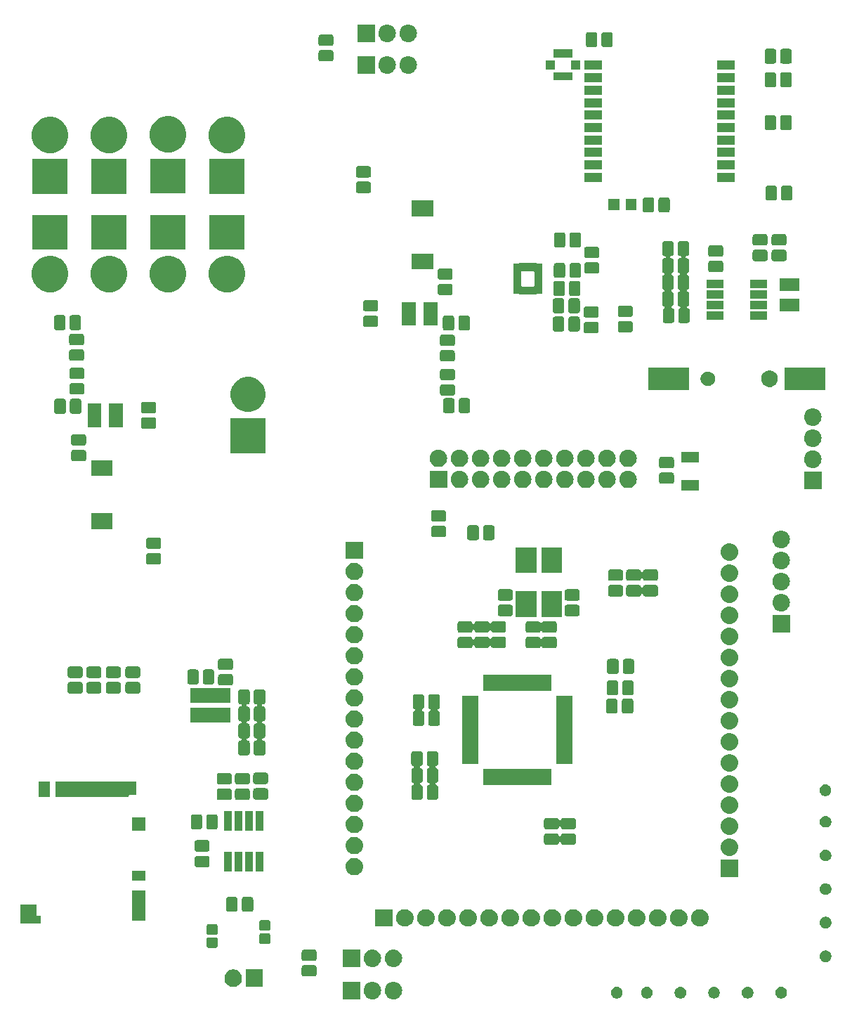
<source format=gbr>
G04 #@! TF.GenerationSoftware,KiCad,Pcbnew,5.0.2-bee76a0~70~ubuntu18.04.1*
G04 #@! TF.CreationDate,2019-09-22T14:56:38-07:00*
G04 #@! TF.ProjectId,habiv-board,68616269-762d-4626-9f61-72642e6b6963,rev?*
G04 #@! TF.SameCoordinates,Original*
G04 #@! TF.FileFunction,Soldermask,Top*
G04 #@! TF.FilePolarity,Negative*
%FSLAX46Y46*%
G04 Gerber Fmt 4.6, Leading zero omitted, Abs format (unit mm)*
G04 Created by KiCad (PCBNEW 5.0.2-bee76a0~70~ubuntu18.04.1) date Sun 22 Sep 2019 02:56:38 PM PDT*
%MOMM*%
%LPD*%
G01*
G04 APERTURE LIST*
%ADD10C,0.100000*%
G04 APERTURE END LIST*
D10*
G36*
X122970000Y-128558000D02*
X120870000Y-128558000D01*
X120870000Y-126458000D01*
X122970000Y-126458000D01*
X122970000Y-128558000D01*
X122970000Y-128558000D01*
G37*
G36*
X124588707Y-126465597D02*
X124665836Y-126473193D01*
X124797787Y-126513220D01*
X124863763Y-126533233D01*
X125046172Y-126630733D01*
X125206054Y-126761946D01*
X125337267Y-126921828D01*
X125434767Y-127104237D01*
X125434767Y-127104238D01*
X125494807Y-127302164D01*
X125515080Y-127508000D01*
X125494807Y-127713836D01*
X125459283Y-127830944D01*
X125434767Y-127911763D01*
X125337267Y-128094172D01*
X125206054Y-128254054D01*
X125046172Y-128385267D01*
X124863763Y-128482767D01*
X124797787Y-128502780D01*
X124665836Y-128542807D01*
X124588707Y-128550403D01*
X124511580Y-128558000D01*
X124408420Y-128558000D01*
X124331293Y-128550403D01*
X124254164Y-128542807D01*
X124122213Y-128502780D01*
X124056237Y-128482767D01*
X123873828Y-128385267D01*
X123713946Y-128254054D01*
X123582733Y-128094172D01*
X123485233Y-127911763D01*
X123460717Y-127830944D01*
X123425193Y-127713836D01*
X123404920Y-127508000D01*
X123425193Y-127302164D01*
X123485233Y-127104238D01*
X123485233Y-127104237D01*
X123582733Y-126921828D01*
X123713946Y-126761946D01*
X123873828Y-126630733D01*
X124056237Y-126533233D01*
X124122213Y-126513220D01*
X124254164Y-126473193D01*
X124331293Y-126465597D01*
X124408420Y-126458000D01*
X124511580Y-126458000D01*
X124588707Y-126465597D01*
X124588707Y-126465597D01*
G37*
G36*
X127128707Y-126465597D02*
X127205836Y-126473193D01*
X127337787Y-126513220D01*
X127403763Y-126533233D01*
X127586172Y-126630733D01*
X127746054Y-126761946D01*
X127877267Y-126921828D01*
X127974767Y-127104237D01*
X127974767Y-127104238D01*
X128034807Y-127302164D01*
X128055080Y-127508000D01*
X128034807Y-127713836D01*
X127999283Y-127830944D01*
X127974767Y-127911763D01*
X127877267Y-128094172D01*
X127746054Y-128254054D01*
X127586172Y-128385267D01*
X127403763Y-128482767D01*
X127337787Y-128502780D01*
X127205836Y-128542807D01*
X127128707Y-128550403D01*
X127051580Y-128558000D01*
X126948420Y-128558000D01*
X126871293Y-128550403D01*
X126794164Y-128542807D01*
X126662213Y-128502780D01*
X126596237Y-128482767D01*
X126413828Y-128385267D01*
X126253946Y-128254054D01*
X126122733Y-128094172D01*
X126025233Y-127911763D01*
X126000717Y-127830944D01*
X125965193Y-127713836D01*
X125944920Y-127508000D01*
X125965193Y-127302164D01*
X126025233Y-127104238D01*
X126025233Y-127104237D01*
X126122733Y-126921828D01*
X126253946Y-126761946D01*
X126413828Y-126630733D01*
X126596237Y-126533233D01*
X126662213Y-126513220D01*
X126794164Y-126473193D01*
X126871293Y-126465597D01*
X126948420Y-126458000D01*
X127051580Y-126458000D01*
X127128707Y-126465597D01*
X127128707Y-126465597D01*
G37*
G36*
X161797182Y-127095899D02*
X161907676Y-127141668D01*
X161924573Y-127148667D01*
X162028750Y-127218275D01*
X162039224Y-127225274D01*
X162136724Y-127322774D01*
X162213331Y-127437425D01*
X162266099Y-127564816D01*
X162292999Y-127700054D01*
X162292999Y-127837944D01*
X162266099Y-127973182D01*
X162216230Y-128093574D01*
X162213331Y-128100573D01*
X162141402Y-128208224D01*
X162136724Y-128215224D01*
X162039224Y-128312724D01*
X161924573Y-128389331D01*
X161797182Y-128442099D01*
X161661944Y-128468999D01*
X161524054Y-128468999D01*
X161388816Y-128442099D01*
X161261425Y-128389331D01*
X161146774Y-128312724D01*
X161049274Y-128215224D01*
X161044597Y-128208224D01*
X160972667Y-128100573D01*
X160969768Y-128093574D01*
X160919899Y-127973182D01*
X160892999Y-127837944D01*
X160892999Y-127700054D01*
X160919899Y-127564816D01*
X160972667Y-127437425D01*
X161049274Y-127322774D01*
X161146774Y-127225274D01*
X161157249Y-127218275D01*
X161261425Y-127148667D01*
X161278322Y-127141668D01*
X161388816Y-127095899D01*
X161524054Y-127068999D01*
X161661944Y-127068999D01*
X161797182Y-127095899D01*
X161797182Y-127095899D01*
G37*
G36*
X169897182Y-127095899D02*
X170007676Y-127141668D01*
X170024573Y-127148667D01*
X170128750Y-127218275D01*
X170139224Y-127225274D01*
X170236724Y-127322774D01*
X170313331Y-127437425D01*
X170366099Y-127564816D01*
X170392999Y-127700054D01*
X170392999Y-127837944D01*
X170366099Y-127973182D01*
X170316230Y-128093574D01*
X170313331Y-128100573D01*
X170241402Y-128208224D01*
X170236724Y-128215224D01*
X170139224Y-128312724D01*
X170024573Y-128389331D01*
X169897182Y-128442099D01*
X169761944Y-128468999D01*
X169624054Y-128468999D01*
X169488816Y-128442099D01*
X169361425Y-128389331D01*
X169246774Y-128312724D01*
X169149274Y-128215224D01*
X169144597Y-128208224D01*
X169072667Y-128100573D01*
X169069768Y-128093574D01*
X169019899Y-127973182D01*
X168992999Y-127837944D01*
X168992999Y-127700054D01*
X169019899Y-127564816D01*
X169072667Y-127437425D01*
X169149274Y-127322774D01*
X169246774Y-127225274D01*
X169257249Y-127218275D01*
X169361425Y-127148667D01*
X169378322Y-127141668D01*
X169488816Y-127095899D01*
X169624054Y-127068999D01*
X169761944Y-127068999D01*
X169897182Y-127095899D01*
X169897182Y-127095899D01*
G37*
G36*
X165847182Y-127095899D02*
X165957676Y-127141668D01*
X165974573Y-127148667D01*
X166078750Y-127218275D01*
X166089224Y-127225274D01*
X166186724Y-127322774D01*
X166263331Y-127437425D01*
X166316099Y-127564816D01*
X166342999Y-127700054D01*
X166342999Y-127837944D01*
X166316099Y-127973182D01*
X166266230Y-128093574D01*
X166263331Y-128100573D01*
X166191402Y-128208224D01*
X166186724Y-128215224D01*
X166089224Y-128312724D01*
X165974573Y-128389331D01*
X165847182Y-128442099D01*
X165711944Y-128468999D01*
X165574054Y-128468999D01*
X165438816Y-128442099D01*
X165311425Y-128389331D01*
X165196774Y-128312724D01*
X165099274Y-128215224D01*
X165094597Y-128208224D01*
X165022667Y-128100573D01*
X165019768Y-128093574D01*
X164969899Y-127973182D01*
X164942999Y-127837944D01*
X164942999Y-127700054D01*
X164969899Y-127564816D01*
X165022667Y-127437425D01*
X165099274Y-127322774D01*
X165196774Y-127225274D01*
X165207249Y-127218275D01*
X165311425Y-127148667D01*
X165328322Y-127141668D01*
X165438816Y-127095899D01*
X165574054Y-127068999D01*
X165711944Y-127068999D01*
X165847182Y-127095899D01*
X165847182Y-127095899D01*
G37*
G36*
X157747182Y-127095899D02*
X157857676Y-127141668D01*
X157874573Y-127148667D01*
X157978750Y-127218275D01*
X157989224Y-127225274D01*
X158086724Y-127322774D01*
X158163331Y-127437425D01*
X158216099Y-127564816D01*
X158242999Y-127700054D01*
X158242999Y-127837944D01*
X158216099Y-127973182D01*
X158166230Y-128093574D01*
X158163331Y-128100573D01*
X158091402Y-128208224D01*
X158086724Y-128215224D01*
X157989224Y-128312724D01*
X157874573Y-128389331D01*
X157747182Y-128442099D01*
X157611944Y-128468999D01*
X157474054Y-128468999D01*
X157338816Y-128442099D01*
X157211425Y-128389331D01*
X157096774Y-128312724D01*
X156999274Y-128215224D01*
X156994597Y-128208224D01*
X156922667Y-128100573D01*
X156919768Y-128093574D01*
X156869899Y-127973182D01*
X156842999Y-127837944D01*
X156842999Y-127700054D01*
X156869899Y-127564816D01*
X156922667Y-127437425D01*
X156999274Y-127322774D01*
X157096774Y-127225274D01*
X157107249Y-127218275D01*
X157211425Y-127148667D01*
X157228322Y-127141668D01*
X157338816Y-127095899D01*
X157474054Y-127068999D01*
X157611944Y-127068999D01*
X157747182Y-127095899D01*
X157747182Y-127095899D01*
G37*
G36*
X173947182Y-127095899D02*
X174057676Y-127141668D01*
X174074573Y-127148667D01*
X174178750Y-127218275D01*
X174189224Y-127225274D01*
X174286724Y-127322774D01*
X174363331Y-127437425D01*
X174416099Y-127564816D01*
X174442999Y-127700054D01*
X174442999Y-127837944D01*
X174416099Y-127973182D01*
X174366230Y-128093574D01*
X174363331Y-128100573D01*
X174291402Y-128208224D01*
X174286724Y-128215224D01*
X174189224Y-128312724D01*
X174074573Y-128389331D01*
X173947182Y-128442099D01*
X173811944Y-128468999D01*
X173674054Y-128468999D01*
X173538816Y-128442099D01*
X173411425Y-128389331D01*
X173296774Y-128312724D01*
X173199274Y-128215224D01*
X173194597Y-128208224D01*
X173122667Y-128100573D01*
X173119768Y-128093574D01*
X173069899Y-127973182D01*
X173042999Y-127837944D01*
X173042999Y-127700054D01*
X173069899Y-127564816D01*
X173122667Y-127437425D01*
X173199274Y-127322774D01*
X173296774Y-127225274D01*
X173307249Y-127218275D01*
X173411425Y-127148667D01*
X173428322Y-127141668D01*
X173538816Y-127095899D01*
X173674054Y-127068999D01*
X173811944Y-127068999D01*
X173947182Y-127095899D01*
X173947182Y-127095899D01*
G37*
G36*
X154128183Y-127088900D02*
X154255574Y-127141668D01*
X154370224Y-127218274D01*
X154467726Y-127315776D01*
X154544332Y-127430426D01*
X154597100Y-127557817D01*
X154624000Y-127693055D01*
X154624000Y-127830945D01*
X154597100Y-127966183D01*
X154544332Y-128093574D01*
X154467726Y-128208224D01*
X154370224Y-128305726D01*
X154359749Y-128312725D01*
X154255574Y-128382332D01*
X154128183Y-128435100D01*
X153992945Y-128462000D01*
X153855055Y-128462000D01*
X153719817Y-128435100D01*
X153592426Y-128382332D01*
X153488251Y-128312725D01*
X153477776Y-128305726D01*
X153380274Y-128208224D01*
X153303668Y-128093574D01*
X153250900Y-127966183D01*
X153224000Y-127830945D01*
X153224000Y-127693055D01*
X153250900Y-127557817D01*
X153303668Y-127430426D01*
X153380274Y-127315776D01*
X153477776Y-127218274D01*
X153592426Y-127141668D01*
X153719817Y-127088900D01*
X153855055Y-127062000D01*
X153992945Y-127062000D01*
X154128183Y-127088900D01*
X154128183Y-127088900D01*
G37*
G36*
X107814707Y-124981597D02*
X107891836Y-124989193D01*
X108023787Y-125029220D01*
X108089763Y-125049233D01*
X108272172Y-125146733D01*
X108432054Y-125277946D01*
X108563267Y-125437828D01*
X108660767Y-125620237D01*
X108660767Y-125620238D01*
X108720807Y-125818164D01*
X108741080Y-126024000D01*
X108720807Y-126229836D01*
X108680780Y-126361787D01*
X108660767Y-126427763D01*
X108563267Y-126610172D01*
X108432054Y-126770054D01*
X108272172Y-126901267D01*
X108089763Y-126998767D01*
X108023787Y-127018780D01*
X107891836Y-127058807D01*
X107814707Y-127066404D01*
X107737580Y-127074000D01*
X107634420Y-127074000D01*
X107557293Y-127066404D01*
X107480164Y-127058807D01*
X107348213Y-127018780D01*
X107282237Y-126998767D01*
X107099828Y-126901267D01*
X106939946Y-126770054D01*
X106808733Y-126610172D01*
X106711233Y-126427763D01*
X106691220Y-126361787D01*
X106651193Y-126229836D01*
X106630920Y-126024000D01*
X106651193Y-125818164D01*
X106711233Y-125620238D01*
X106711233Y-125620237D01*
X106808733Y-125437828D01*
X106939946Y-125277946D01*
X107099828Y-125146733D01*
X107282237Y-125049233D01*
X107348213Y-125029220D01*
X107480164Y-124989193D01*
X107557293Y-124981597D01*
X107634420Y-124974000D01*
X107737580Y-124974000D01*
X107814707Y-124981597D01*
X107814707Y-124981597D01*
G37*
G36*
X111276000Y-127074000D02*
X109176000Y-127074000D01*
X109176000Y-124974000D01*
X111276000Y-124974000D01*
X111276000Y-127074000D01*
X111276000Y-127074000D01*
G37*
G36*
X117513497Y-124461997D02*
X117566153Y-124477970D01*
X117614665Y-124503900D01*
X117657196Y-124538804D01*
X117692100Y-124581335D01*
X117718030Y-124629847D01*
X117734003Y-124682503D01*
X117740000Y-124743390D01*
X117740000Y-125543610D01*
X117734003Y-125604497D01*
X117718030Y-125657153D01*
X117692100Y-125705665D01*
X117657196Y-125748196D01*
X117614665Y-125783100D01*
X117566153Y-125809030D01*
X117513497Y-125825003D01*
X117452610Y-125831000D01*
X116227390Y-125831000D01*
X116166503Y-125825003D01*
X116113847Y-125809030D01*
X116065335Y-125783100D01*
X116022804Y-125748196D01*
X115987900Y-125705665D01*
X115961970Y-125657153D01*
X115945997Y-125604497D01*
X115940000Y-125543610D01*
X115940000Y-124743390D01*
X115945997Y-124682503D01*
X115961970Y-124629847D01*
X115987900Y-124581335D01*
X116022804Y-124538804D01*
X116065335Y-124503900D01*
X116113847Y-124477970D01*
X116166503Y-124461997D01*
X116227390Y-124456000D01*
X117452610Y-124456000D01*
X117513497Y-124461997D01*
X117513497Y-124461997D01*
G37*
G36*
X127128707Y-122577571D02*
X127205836Y-122585167D01*
X127337787Y-122625194D01*
X127403763Y-122645207D01*
X127586172Y-122742707D01*
X127746054Y-122873920D01*
X127877267Y-123033802D01*
X127974767Y-123216211D01*
X127974767Y-123216212D01*
X128034807Y-123414138D01*
X128055080Y-123619974D01*
X128034807Y-123825810D01*
X128004801Y-123924726D01*
X127974767Y-124023737D01*
X127877267Y-124206146D01*
X127746054Y-124366028D01*
X127586172Y-124497241D01*
X127403763Y-124594741D01*
X127357505Y-124608773D01*
X127205836Y-124654781D01*
X127128707Y-124662377D01*
X127051580Y-124669974D01*
X126948420Y-124669974D01*
X126871293Y-124662377D01*
X126794164Y-124654781D01*
X126642495Y-124608773D01*
X126596237Y-124594741D01*
X126413828Y-124497241D01*
X126253946Y-124366028D01*
X126122733Y-124206146D01*
X126025233Y-124023737D01*
X125995199Y-123924726D01*
X125965193Y-123825810D01*
X125944920Y-123619974D01*
X125965193Y-123414138D01*
X126025233Y-123216212D01*
X126025233Y-123216211D01*
X126122733Y-123033802D01*
X126253946Y-122873920D01*
X126413828Y-122742707D01*
X126596237Y-122645207D01*
X126662213Y-122625194D01*
X126794164Y-122585167D01*
X126871293Y-122577571D01*
X126948420Y-122569974D01*
X127051580Y-122569974D01*
X127128707Y-122577571D01*
X127128707Y-122577571D01*
G37*
G36*
X122970000Y-124669974D02*
X120870000Y-124669974D01*
X120870000Y-122569974D01*
X122970000Y-122569974D01*
X122970000Y-124669974D01*
X122970000Y-124669974D01*
G37*
G36*
X124588707Y-122577571D02*
X124665836Y-122585167D01*
X124797787Y-122625194D01*
X124863763Y-122645207D01*
X125046172Y-122742707D01*
X125206054Y-122873920D01*
X125337267Y-123033802D01*
X125434767Y-123216211D01*
X125434767Y-123216212D01*
X125494807Y-123414138D01*
X125515080Y-123619974D01*
X125494807Y-123825810D01*
X125464801Y-123924726D01*
X125434767Y-124023737D01*
X125337267Y-124206146D01*
X125206054Y-124366028D01*
X125046172Y-124497241D01*
X124863763Y-124594741D01*
X124817505Y-124608773D01*
X124665836Y-124654781D01*
X124588707Y-124662377D01*
X124511580Y-124669974D01*
X124408420Y-124669974D01*
X124331293Y-124662377D01*
X124254164Y-124654781D01*
X124102495Y-124608773D01*
X124056237Y-124594741D01*
X123873828Y-124497241D01*
X123713946Y-124366028D01*
X123582733Y-124206146D01*
X123485233Y-124023737D01*
X123455199Y-123924726D01*
X123425193Y-123825810D01*
X123404920Y-123619974D01*
X123425193Y-123414138D01*
X123485233Y-123216212D01*
X123485233Y-123216211D01*
X123582733Y-123033802D01*
X123713946Y-122873920D01*
X123873828Y-122742707D01*
X124056237Y-122645207D01*
X124122213Y-122625194D01*
X124254164Y-122585167D01*
X124331293Y-122577571D01*
X124408420Y-122569974D01*
X124511580Y-122569974D01*
X124588707Y-122577571D01*
X124588707Y-122577571D01*
G37*
G36*
X179295182Y-122707901D02*
X179422573Y-122760669D01*
X179492666Y-122807503D01*
X179537224Y-122837276D01*
X179634724Y-122934776D01*
X179711331Y-123049427D01*
X179764099Y-123176818D01*
X179790999Y-123312056D01*
X179790999Y-123449946D01*
X179764099Y-123585184D01*
X179729542Y-123668610D01*
X179711331Y-123712575D01*
X179634725Y-123827225D01*
X179537223Y-123924727D01*
X179523300Y-123934030D01*
X179422573Y-124001333D01*
X179295182Y-124054101D01*
X179159944Y-124081001D01*
X179022054Y-124081001D01*
X178886816Y-124054101D01*
X178759425Y-124001333D01*
X178658698Y-123934030D01*
X178644775Y-123924727D01*
X178547273Y-123827225D01*
X178470667Y-123712575D01*
X178452456Y-123668610D01*
X178417899Y-123585184D01*
X178390999Y-123449946D01*
X178390999Y-123312056D01*
X178417899Y-123176818D01*
X178470667Y-123049427D01*
X178547274Y-122934776D01*
X178644774Y-122837276D01*
X178689333Y-122807503D01*
X178759425Y-122760669D01*
X178886816Y-122707901D01*
X179022054Y-122681001D01*
X179159944Y-122681001D01*
X179295182Y-122707901D01*
X179295182Y-122707901D01*
G37*
G36*
X117513497Y-122586997D02*
X117566153Y-122602970D01*
X117614665Y-122628900D01*
X117657196Y-122663804D01*
X117692100Y-122706335D01*
X117718030Y-122754847D01*
X117734003Y-122807503D01*
X117740000Y-122868390D01*
X117740000Y-123668610D01*
X117734003Y-123729497D01*
X117718030Y-123782153D01*
X117692100Y-123830665D01*
X117657196Y-123873196D01*
X117614665Y-123908100D01*
X117566153Y-123934030D01*
X117513497Y-123950003D01*
X117452610Y-123956000D01*
X116227390Y-123956000D01*
X116166503Y-123950003D01*
X116113847Y-123934030D01*
X116065335Y-123908100D01*
X116022804Y-123873196D01*
X115987900Y-123830665D01*
X115961970Y-123782153D01*
X115945997Y-123729497D01*
X115940000Y-123668610D01*
X115940000Y-122868390D01*
X115945997Y-122807503D01*
X115961970Y-122754847D01*
X115987900Y-122706335D01*
X116022804Y-122663804D01*
X116065335Y-122628900D01*
X116113847Y-122602970D01*
X116166503Y-122586997D01*
X116227390Y-122581000D01*
X117452610Y-122581000D01*
X117513497Y-122586997D01*
X117513497Y-122586997D01*
G37*
G36*
X105614622Y-121099517D02*
X105662585Y-121114066D01*
X105706775Y-121137686D01*
X105745518Y-121169482D01*
X105777314Y-121208225D01*
X105800934Y-121252415D01*
X105815483Y-121300378D01*
X105821000Y-121356391D01*
X105821000Y-122106609D01*
X105815483Y-122162622D01*
X105800934Y-122210585D01*
X105777314Y-122254775D01*
X105745518Y-122293518D01*
X105706775Y-122325314D01*
X105662585Y-122348934D01*
X105614622Y-122363483D01*
X105558609Y-122369000D01*
X104733391Y-122369000D01*
X104677378Y-122363483D01*
X104629415Y-122348934D01*
X104585225Y-122325314D01*
X104546482Y-122293518D01*
X104514686Y-122254775D01*
X104491066Y-122210585D01*
X104476517Y-122162622D01*
X104471000Y-122106609D01*
X104471000Y-121356391D01*
X104476517Y-121300378D01*
X104491066Y-121252415D01*
X104514686Y-121208225D01*
X104546482Y-121169482D01*
X104585225Y-121137686D01*
X104629415Y-121114066D01*
X104677378Y-121099517D01*
X104733391Y-121094000D01*
X105558609Y-121094000D01*
X105614622Y-121099517D01*
X105614622Y-121099517D01*
G37*
G36*
X111964622Y-120617017D02*
X112012585Y-120631566D01*
X112056775Y-120655186D01*
X112095518Y-120686982D01*
X112127314Y-120725725D01*
X112150934Y-120769915D01*
X112165483Y-120817878D01*
X112171000Y-120873891D01*
X112171000Y-121624109D01*
X112165483Y-121680122D01*
X112150934Y-121728085D01*
X112127314Y-121772275D01*
X112095518Y-121811018D01*
X112056775Y-121842814D01*
X112012585Y-121866434D01*
X111964622Y-121880983D01*
X111908609Y-121886500D01*
X111083391Y-121886500D01*
X111027378Y-121880983D01*
X110979415Y-121866434D01*
X110935225Y-121842814D01*
X110896482Y-121811018D01*
X110864686Y-121772275D01*
X110841066Y-121728085D01*
X110826517Y-121680122D01*
X110821000Y-121624109D01*
X110821000Y-120873891D01*
X110826517Y-120817878D01*
X110841066Y-120769915D01*
X110864686Y-120725725D01*
X110896482Y-120686982D01*
X110935225Y-120655186D01*
X110979415Y-120631566D01*
X111027378Y-120617017D01*
X111083391Y-120611500D01*
X111908609Y-120611500D01*
X111964622Y-120617017D01*
X111964622Y-120617017D01*
G37*
G36*
X105614622Y-119524517D02*
X105662585Y-119539066D01*
X105706775Y-119562686D01*
X105745518Y-119594482D01*
X105777314Y-119633225D01*
X105800934Y-119677415D01*
X105815483Y-119725378D01*
X105821000Y-119781391D01*
X105821000Y-120531609D01*
X105815483Y-120587622D01*
X105800934Y-120635585D01*
X105777314Y-120679775D01*
X105745518Y-120718518D01*
X105706775Y-120750314D01*
X105662585Y-120773934D01*
X105614622Y-120788483D01*
X105558609Y-120794000D01*
X104733391Y-120794000D01*
X104677378Y-120788483D01*
X104629415Y-120773934D01*
X104585225Y-120750314D01*
X104546482Y-120718518D01*
X104514686Y-120679775D01*
X104491066Y-120635585D01*
X104476517Y-120587622D01*
X104471000Y-120531609D01*
X104471000Y-119781391D01*
X104476517Y-119725378D01*
X104491066Y-119677415D01*
X104514686Y-119633225D01*
X104546482Y-119594482D01*
X104585225Y-119562686D01*
X104629415Y-119539066D01*
X104677378Y-119524517D01*
X104733391Y-119519000D01*
X105558609Y-119519000D01*
X105614622Y-119524517D01*
X105614622Y-119524517D01*
G37*
G36*
X111964622Y-119042017D02*
X112012585Y-119056566D01*
X112056775Y-119080186D01*
X112095518Y-119111982D01*
X112127314Y-119150725D01*
X112150934Y-119194915D01*
X112165483Y-119242878D01*
X112171000Y-119298891D01*
X112171000Y-120049109D01*
X112165483Y-120105122D01*
X112150934Y-120153085D01*
X112127314Y-120197275D01*
X112095518Y-120236018D01*
X112056775Y-120267814D01*
X112012585Y-120291434D01*
X111964622Y-120305983D01*
X111908609Y-120311500D01*
X111083391Y-120311500D01*
X111027378Y-120305983D01*
X110979415Y-120291434D01*
X110935225Y-120267814D01*
X110896482Y-120236018D01*
X110864686Y-120197275D01*
X110841066Y-120153085D01*
X110826517Y-120105122D01*
X110821000Y-120049109D01*
X110821000Y-119298891D01*
X110826517Y-119242878D01*
X110841066Y-119194915D01*
X110864686Y-119150725D01*
X110896482Y-119111982D01*
X110935225Y-119080186D01*
X110979415Y-119056566D01*
X111027378Y-119042017D01*
X111083391Y-119036500D01*
X111908609Y-119036500D01*
X111964622Y-119042017D01*
X111964622Y-119042017D01*
G37*
G36*
X179295182Y-118657901D02*
X179422573Y-118710669D01*
X179537224Y-118787276D01*
X179634724Y-118884776D01*
X179711331Y-118999427D01*
X179764099Y-119126818D01*
X179790999Y-119262056D01*
X179790999Y-119399946D01*
X179764099Y-119535184D01*
X179732131Y-119612360D01*
X179711331Y-119662575D01*
X179664105Y-119733255D01*
X179634724Y-119777226D01*
X179537224Y-119874726D01*
X179422573Y-119951333D01*
X179295182Y-120004101D01*
X179159944Y-120031001D01*
X179022054Y-120031001D01*
X178886816Y-120004101D01*
X178759425Y-119951333D01*
X178644774Y-119874726D01*
X178547274Y-119777226D01*
X178517894Y-119733255D01*
X178470667Y-119662575D01*
X178449867Y-119612360D01*
X178417899Y-119535184D01*
X178390999Y-119399946D01*
X178390999Y-119262056D01*
X178417899Y-119126818D01*
X178470667Y-118999427D01*
X178547274Y-118884776D01*
X178644774Y-118787276D01*
X178759425Y-118710669D01*
X178886816Y-118657901D01*
X179022054Y-118631001D01*
X179159944Y-118631001D01*
X179295182Y-118657901D01*
X179295182Y-118657901D01*
G37*
G36*
X164058194Y-117716084D02*
X164135323Y-117723681D01*
X164246190Y-117757312D01*
X164333250Y-117783721D01*
X164515659Y-117881221D01*
X164675541Y-118012434D01*
X164806754Y-118172316D01*
X164904254Y-118354725D01*
X164904254Y-118354726D01*
X164964294Y-118552652D01*
X164984567Y-118758488D01*
X164964294Y-118964324D01*
X164929859Y-119077840D01*
X164904254Y-119162251D01*
X164806754Y-119344660D01*
X164675541Y-119504542D01*
X164515659Y-119635755D01*
X164333250Y-119733255D01*
X164267274Y-119753268D01*
X164135323Y-119793295D01*
X164058194Y-119800891D01*
X163981067Y-119808488D01*
X163877907Y-119808488D01*
X163800780Y-119800891D01*
X163723651Y-119793295D01*
X163591700Y-119753268D01*
X163525724Y-119733255D01*
X163343315Y-119635755D01*
X163183433Y-119504542D01*
X163052220Y-119344660D01*
X162954720Y-119162251D01*
X162929115Y-119077840D01*
X162894680Y-118964324D01*
X162874407Y-118758488D01*
X162894680Y-118552652D01*
X162954720Y-118354726D01*
X162954720Y-118354725D01*
X163052220Y-118172316D01*
X163183433Y-118012434D01*
X163343315Y-117881221D01*
X163525724Y-117783721D01*
X163612784Y-117757312D01*
X163723651Y-117723681D01*
X163800780Y-117716084D01*
X163877907Y-117708488D01*
X163981067Y-117708488D01*
X164058194Y-117716084D01*
X164058194Y-117716084D01*
G37*
G36*
X148818194Y-117716084D02*
X148895323Y-117723681D01*
X149006190Y-117757312D01*
X149093250Y-117783721D01*
X149275659Y-117881221D01*
X149435541Y-118012434D01*
X149566754Y-118172316D01*
X149664254Y-118354725D01*
X149664254Y-118354726D01*
X149724294Y-118552652D01*
X149744567Y-118758488D01*
X149724294Y-118964324D01*
X149689859Y-119077840D01*
X149664254Y-119162251D01*
X149566754Y-119344660D01*
X149435541Y-119504542D01*
X149275659Y-119635755D01*
X149093250Y-119733255D01*
X149027274Y-119753268D01*
X148895323Y-119793295D01*
X148818194Y-119800891D01*
X148741067Y-119808488D01*
X148637907Y-119808488D01*
X148560780Y-119800891D01*
X148483651Y-119793295D01*
X148351700Y-119753268D01*
X148285724Y-119733255D01*
X148103315Y-119635755D01*
X147943433Y-119504542D01*
X147812220Y-119344660D01*
X147714720Y-119162251D01*
X147689115Y-119077840D01*
X147654680Y-118964324D01*
X147634407Y-118758488D01*
X147654680Y-118552652D01*
X147714720Y-118354726D01*
X147714720Y-118354725D01*
X147812220Y-118172316D01*
X147943433Y-118012434D01*
X148103315Y-117881221D01*
X148285724Y-117783721D01*
X148372784Y-117757312D01*
X148483651Y-117723681D01*
X148560780Y-117716084D01*
X148637907Y-117708488D01*
X148741067Y-117708488D01*
X148818194Y-117716084D01*
X148818194Y-117716084D01*
G37*
G36*
X146278194Y-117716084D02*
X146355323Y-117723681D01*
X146466190Y-117757312D01*
X146553250Y-117783721D01*
X146735659Y-117881221D01*
X146895541Y-118012434D01*
X147026754Y-118172316D01*
X147124254Y-118354725D01*
X147124254Y-118354726D01*
X147184294Y-118552652D01*
X147204567Y-118758488D01*
X147184294Y-118964324D01*
X147149859Y-119077840D01*
X147124254Y-119162251D01*
X147026754Y-119344660D01*
X146895541Y-119504542D01*
X146735659Y-119635755D01*
X146553250Y-119733255D01*
X146487274Y-119753268D01*
X146355323Y-119793295D01*
X146278194Y-119800891D01*
X146201067Y-119808488D01*
X146097907Y-119808488D01*
X146020780Y-119800891D01*
X145943651Y-119793295D01*
X145811700Y-119753268D01*
X145745724Y-119733255D01*
X145563315Y-119635755D01*
X145403433Y-119504542D01*
X145272220Y-119344660D01*
X145174720Y-119162251D01*
X145149115Y-119077840D01*
X145114680Y-118964324D01*
X145094407Y-118758488D01*
X145114680Y-118552652D01*
X145174720Y-118354726D01*
X145174720Y-118354725D01*
X145272220Y-118172316D01*
X145403433Y-118012434D01*
X145563315Y-117881221D01*
X145745724Y-117783721D01*
X145832784Y-117757312D01*
X145943651Y-117723681D01*
X146020780Y-117716084D01*
X146097907Y-117708488D01*
X146201067Y-117708488D01*
X146278194Y-117716084D01*
X146278194Y-117716084D01*
G37*
G36*
X143738194Y-117716084D02*
X143815323Y-117723681D01*
X143926190Y-117757312D01*
X144013250Y-117783721D01*
X144195659Y-117881221D01*
X144355541Y-118012434D01*
X144486754Y-118172316D01*
X144584254Y-118354725D01*
X144584254Y-118354726D01*
X144644294Y-118552652D01*
X144664567Y-118758488D01*
X144644294Y-118964324D01*
X144609859Y-119077840D01*
X144584254Y-119162251D01*
X144486754Y-119344660D01*
X144355541Y-119504542D01*
X144195659Y-119635755D01*
X144013250Y-119733255D01*
X143947274Y-119753268D01*
X143815323Y-119793295D01*
X143738194Y-119800891D01*
X143661067Y-119808488D01*
X143557907Y-119808488D01*
X143480780Y-119800891D01*
X143403651Y-119793295D01*
X143271700Y-119753268D01*
X143205724Y-119733255D01*
X143023315Y-119635755D01*
X142863433Y-119504542D01*
X142732220Y-119344660D01*
X142634720Y-119162251D01*
X142609115Y-119077840D01*
X142574680Y-118964324D01*
X142554407Y-118758488D01*
X142574680Y-118552652D01*
X142634720Y-118354726D01*
X142634720Y-118354725D01*
X142732220Y-118172316D01*
X142863433Y-118012434D01*
X143023315Y-117881221D01*
X143205724Y-117783721D01*
X143292784Y-117757312D01*
X143403651Y-117723681D01*
X143480780Y-117716084D01*
X143557907Y-117708488D01*
X143661067Y-117708488D01*
X143738194Y-117716084D01*
X143738194Y-117716084D01*
G37*
G36*
X141198194Y-117716084D02*
X141275323Y-117723681D01*
X141386190Y-117757312D01*
X141473250Y-117783721D01*
X141655659Y-117881221D01*
X141815541Y-118012434D01*
X141946754Y-118172316D01*
X142044254Y-118354725D01*
X142044254Y-118354726D01*
X142104294Y-118552652D01*
X142124567Y-118758488D01*
X142104294Y-118964324D01*
X142069859Y-119077840D01*
X142044254Y-119162251D01*
X141946754Y-119344660D01*
X141815541Y-119504542D01*
X141655659Y-119635755D01*
X141473250Y-119733255D01*
X141407274Y-119753268D01*
X141275323Y-119793295D01*
X141198194Y-119800891D01*
X141121067Y-119808488D01*
X141017907Y-119808488D01*
X140940780Y-119800891D01*
X140863651Y-119793295D01*
X140731700Y-119753268D01*
X140665724Y-119733255D01*
X140483315Y-119635755D01*
X140323433Y-119504542D01*
X140192220Y-119344660D01*
X140094720Y-119162251D01*
X140069115Y-119077840D01*
X140034680Y-118964324D01*
X140014407Y-118758488D01*
X140034680Y-118552652D01*
X140094720Y-118354726D01*
X140094720Y-118354725D01*
X140192220Y-118172316D01*
X140323433Y-118012434D01*
X140483315Y-117881221D01*
X140665724Y-117783721D01*
X140752784Y-117757312D01*
X140863651Y-117723681D01*
X140940780Y-117716084D01*
X141017907Y-117708488D01*
X141121067Y-117708488D01*
X141198194Y-117716084D01*
X141198194Y-117716084D01*
G37*
G36*
X138658194Y-117716084D02*
X138735323Y-117723681D01*
X138846190Y-117757312D01*
X138933250Y-117783721D01*
X139115659Y-117881221D01*
X139275541Y-118012434D01*
X139406754Y-118172316D01*
X139504254Y-118354725D01*
X139504254Y-118354726D01*
X139564294Y-118552652D01*
X139584567Y-118758488D01*
X139564294Y-118964324D01*
X139529859Y-119077840D01*
X139504254Y-119162251D01*
X139406754Y-119344660D01*
X139275541Y-119504542D01*
X139115659Y-119635755D01*
X138933250Y-119733255D01*
X138867274Y-119753268D01*
X138735323Y-119793295D01*
X138658194Y-119800891D01*
X138581067Y-119808488D01*
X138477907Y-119808488D01*
X138400780Y-119800891D01*
X138323651Y-119793295D01*
X138191700Y-119753268D01*
X138125724Y-119733255D01*
X137943315Y-119635755D01*
X137783433Y-119504542D01*
X137652220Y-119344660D01*
X137554720Y-119162251D01*
X137529115Y-119077840D01*
X137494680Y-118964324D01*
X137474407Y-118758488D01*
X137494680Y-118552652D01*
X137554720Y-118354726D01*
X137554720Y-118354725D01*
X137652220Y-118172316D01*
X137783433Y-118012434D01*
X137943315Y-117881221D01*
X138125724Y-117783721D01*
X138212784Y-117757312D01*
X138323651Y-117723681D01*
X138400780Y-117716084D01*
X138477907Y-117708488D01*
X138581067Y-117708488D01*
X138658194Y-117716084D01*
X138658194Y-117716084D01*
G37*
G36*
X128498194Y-117716084D02*
X128575323Y-117723681D01*
X128686190Y-117757312D01*
X128773250Y-117783721D01*
X128955659Y-117881221D01*
X129115541Y-118012434D01*
X129246754Y-118172316D01*
X129344254Y-118354725D01*
X129344254Y-118354726D01*
X129404294Y-118552652D01*
X129424567Y-118758488D01*
X129404294Y-118964324D01*
X129369859Y-119077840D01*
X129344254Y-119162251D01*
X129246754Y-119344660D01*
X129115541Y-119504542D01*
X128955659Y-119635755D01*
X128773250Y-119733255D01*
X128707274Y-119753268D01*
X128575323Y-119793295D01*
X128498194Y-119800891D01*
X128421067Y-119808488D01*
X128317907Y-119808488D01*
X128240780Y-119800891D01*
X128163651Y-119793295D01*
X128031700Y-119753268D01*
X127965724Y-119733255D01*
X127783315Y-119635755D01*
X127623433Y-119504542D01*
X127492220Y-119344660D01*
X127394720Y-119162251D01*
X127369115Y-119077840D01*
X127334680Y-118964324D01*
X127314407Y-118758488D01*
X127334680Y-118552652D01*
X127394720Y-118354726D01*
X127394720Y-118354725D01*
X127492220Y-118172316D01*
X127623433Y-118012434D01*
X127783315Y-117881221D01*
X127965724Y-117783721D01*
X128052784Y-117757312D01*
X128163651Y-117723681D01*
X128240780Y-117716084D01*
X128317907Y-117708488D01*
X128421067Y-117708488D01*
X128498194Y-117716084D01*
X128498194Y-117716084D01*
G37*
G36*
X136118194Y-117716084D02*
X136195323Y-117723681D01*
X136306190Y-117757312D01*
X136393250Y-117783721D01*
X136575659Y-117881221D01*
X136735541Y-118012434D01*
X136866754Y-118172316D01*
X136964254Y-118354725D01*
X136964254Y-118354726D01*
X137024294Y-118552652D01*
X137044567Y-118758488D01*
X137024294Y-118964324D01*
X136989859Y-119077840D01*
X136964254Y-119162251D01*
X136866754Y-119344660D01*
X136735541Y-119504542D01*
X136575659Y-119635755D01*
X136393250Y-119733255D01*
X136327274Y-119753268D01*
X136195323Y-119793295D01*
X136118194Y-119800891D01*
X136041067Y-119808488D01*
X135937907Y-119808488D01*
X135860780Y-119800891D01*
X135783651Y-119793295D01*
X135651700Y-119753268D01*
X135585724Y-119733255D01*
X135403315Y-119635755D01*
X135243433Y-119504542D01*
X135112220Y-119344660D01*
X135014720Y-119162251D01*
X134989115Y-119077840D01*
X134954680Y-118964324D01*
X134934407Y-118758488D01*
X134954680Y-118552652D01*
X135014720Y-118354726D01*
X135014720Y-118354725D01*
X135112220Y-118172316D01*
X135243433Y-118012434D01*
X135403315Y-117881221D01*
X135585724Y-117783721D01*
X135672784Y-117757312D01*
X135783651Y-117723681D01*
X135860780Y-117716084D01*
X135937907Y-117708488D01*
X136041067Y-117708488D01*
X136118194Y-117716084D01*
X136118194Y-117716084D01*
G37*
G36*
X131038194Y-117716084D02*
X131115323Y-117723681D01*
X131226190Y-117757312D01*
X131313250Y-117783721D01*
X131495659Y-117881221D01*
X131655541Y-118012434D01*
X131786754Y-118172316D01*
X131884254Y-118354725D01*
X131884254Y-118354726D01*
X131944294Y-118552652D01*
X131964567Y-118758488D01*
X131944294Y-118964324D01*
X131909859Y-119077840D01*
X131884254Y-119162251D01*
X131786754Y-119344660D01*
X131655541Y-119504542D01*
X131495659Y-119635755D01*
X131313250Y-119733255D01*
X131247274Y-119753268D01*
X131115323Y-119793295D01*
X131038194Y-119800891D01*
X130961067Y-119808488D01*
X130857907Y-119808488D01*
X130780780Y-119800891D01*
X130703651Y-119793295D01*
X130571700Y-119753268D01*
X130505724Y-119733255D01*
X130323315Y-119635755D01*
X130163433Y-119504542D01*
X130032220Y-119344660D01*
X129934720Y-119162251D01*
X129909115Y-119077840D01*
X129874680Y-118964324D01*
X129854407Y-118758488D01*
X129874680Y-118552652D01*
X129934720Y-118354726D01*
X129934720Y-118354725D01*
X130032220Y-118172316D01*
X130163433Y-118012434D01*
X130323315Y-117881221D01*
X130505724Y-117783721D01*
X130592784Y-117757312D01*
X130703651Y-117723681D01*
X130780780Y-117716084D01*
X130857907Y-117708488D01*
X130961067Y-117708488D01*
X131038194Y-117716084D01*
X131038194Y-117716084D01*
G37*
G36*
X126879487Y-119808488D02*
X124779487Y-119808488D01*
X124779487Y-117708488D01*
X126879487Y-117708488D01*
X126879487Y-119808488D01*
X126879487Y-119808488D01*
G37*
G36*
X153898194Y-117716084D02*
X153975323Y-117723681D01*
X154086190Y-117757312D01*
X154173250Y-117783721D01*
X154355659Y-117881221D01*
X154515541Y-118012434D01*
X154646754Y-118172316D01*
X154744254Y-118354725D01*
X154744254Y-118354726D01*
X154804294Y-118552652D01*
X154824567Y-118758488D01*
X154804294Y-118964324D01*
X154769859Y-119077840D01*
X154744254Y-119162251D01*
X154646754Y-119344660D01*
X154515541Y-119504542D01*
X154355659Y-119635755D01*
X154173250Y-119733255D01*
X154107274Y-119753268D01*
X153975323Y-119793295D01*
X153898194Y-119800891D01*
X153821067Y-119808488D01*
X153717907Y-119808488D01*
X153640780Y-119800891D01*
X153563651Y-119793295D01*
X153431700Y-119753268D01*
X153365724Y-119733255D01*
X153183315Y-119635755D01*
X153023433Y-119504542D01*
X152892220Y-119344660D01*
X152794720Y-119162251D01*
X152769115Y-119077840D01*
X152734680Y-118964324D01*
X152714407Y-118758488D01*
X152734680Y-118552652D01*
X152794720Y-118354726D01*
X152794720Y-118354725D01*
X152892220Y-118172316D01*
X153023433Y-118012434D01*
X153183315Y-117881221D01*
X153365724Y-117783721D01*
X153452784Y-117757312D01*
X153563651Y-117723681D01*
X153640780Y-117716084D01*
X153717907Y-117708488D01*
X153821067Y-117708488D01*
X153898194Y-117716084D01*
X153898194Y-117716084D01*
G37*
G36*
X156438194Y-117716084D02*
X156515323Y-117723681D01*
X156626190Y-117757312D01*
X156713250Y-117783721D01*
X156895659Y-117881221D01*
X157055541Y-118012434D01*
X157186754Y-118172316D01*
X157284254Y-118354725D01*
X157284254Y-118354726D01*
X157344294Y-118552652D01*
X157364567Y-118758488D01*
X157344294Y-118964324D01*
X157309859Y-119077840D01*
X157284254Y-119162251D01*
X157186754Y-119344660D01*
X157055541Y-119504542D01*
X156895659Y-119635755D01*
X156713250Y-119733255D01*
X156647274Y-119753268D01*
X156515323Y-119793295D01*
X156438194Y-119800891D01*
X156361067Y-119808488D01*
X156257907Y-119808488D01*
X156180780Y-119800891D01*
X156103651Y-119793295D01*
X155971700Y-119753268D01*
X155905724Y-119733255D01*
X155723315Y-119635755D01*
X155563433Y-119504542D01*
X155432220Y-119344660D01*
X155334720Y-119162251D01*
X155309115Y-119077840D01*
X155274680Y-118964324D01*
X155254407Y-118758488D01*
X155274680Y-118552652D01*
X155334720Y-118354726D01*
X155334720Y-118354725D01*
X155432220Y-118172316D01*
X155563433Y-118012434D01*
X155723315Y-117881221D01*
X155905724Y-117783721D01*
X155992784Y-117757312D01*
X156103651Y-117723681D01*
X156180780Y-117716084D01*
X156257907Y-117708488D01*
X156361067Y-117708488D01*
X156438194Y-117716084D01*
X156438194Y-117716084D01*
G37*
G36*
X161518194Y-117716084D02*
X161595323Y-117723681D01*
X161706190Y-117757312D01*
X161793250Y-117783721D01*
X161975659Y-117881221D01*
X162135541Y-118012434D01*
X162266754Y-118172316D01*
X162364254Y-118354725D01*
X162364254Y-118354726D01*
X162424294Y-118552652D01*
X162444567Y-118758488D01*
X162424294Y-118964324D01*
X162389859Y-119077840D01*
X162364254Y-119162251D01*
X162266754Y-119344660D01*
X162135541Y-119504542D01*
X161975659Y-119635755D01*
X161793250Y-119733255D01*
X161727274Y-119753268D01*
X161595323Y-119793295D01*
X161518194Y-119800891D01*
X161441067Y-119808488D01*
X161337907Y-119808488D01*
X161260780Y-119800891D01*
X161183651Y-119793295D01*
X161051700Y-119753268D01*
X160985724Y-119733255D01*
X160803315Y-119635755D01*
X160643433Y-119504542D01*
X160512220Y-119344660D01*
X160414720Y-119162251D01*
X160389115Y-119077840D01*
X160354680Y-118964324D01*
X160334407Y-118758488D01*
X160354680Y-118552652D01*
X160414720Y-118354726D01*
X160414720Y-118354725D01*
X160512220Y-118172316D01*
X160643433Y-118012434D01*
X160803315Y-117881221D01*
X160985724Y-117783721D01*
X161072784Y-117757312D01*
X161183651Y-117723681D01*
X161260780Y-117716084D01*
X161337907Y-117708488D01*
X161441067Y-117708488D01*
X161518194Y-117716084D01*
X161518194Y-117716084D01*
G37*
G36*
X151358194Y-117716084D02*
X151435323Y-117723681D01*
X151546190Y-117757312D01*
X151633250Y-117783721D01*
X151815659Y-117881221D01*
X151975541Y-118012434D01*
X152106754Y-118172316D01*
X152204254Y-118354725D01*
X152204254Y-118354726D01*
X152264294Y-118552652D01*
X152284567Y-118758488D01*
X152264294Y-118964324D01*
X152229859Y-119077840D01*
X152204254Y-119162251D01*
X152106754Y-119344660D01*
X151975541Y-119504542D01*
X151815659Y-119635755D01*
X151633250Y-119733255D01*
X151567274Y-119753268D01*
X151435323Y-119793295D01*
X151358194Y-119800891D01*
X151281067Y-119808488D01*
X151177907Y-119808488D01*
X151100780Y-119800891D01*
X151023651Y-119793295D01*
X150891700Y-119753268D01*
X150825724Y-119733255D01*
X150643315Y-119635755D01*
X150483433Y-119504542D01*
X150352220Y-119344660D01*
X150254720Y-119162251D01*
X150229115Y-119077840D01*
X150194680Y-118964324D01*
X150174407Y-118758488D01*
X150194680Y-118552652D01*
X150254720Y-118354726D01*
X150254720Y-118354725D01*
X150352220Y-118172316D01*
X150483433Y-118012434D01*
X150643315Y-117881221D01*
X150825724Y-117783721D01*
X150912784Y-117757312D01*
X151023651Y-117723681D01*
X151100780Y-117716084D01*
X151177907Y-117708488D01*
X151281067Y-117708488D01*
X151358194Y-117716084D01*
X151358194Y-117716084D01*
G37*
G36*
X158978194Y-117716084D02*
X159055323Y-117723681D01*
X159166190Y-117757312D01*
X159253250Y-117783721D01*
X159435659Y-117881221D01*
X159595541Y-118012434D01*
X159726754Y-118172316D01*
X159824254Y-118354725D01*
X159824254Y-118354726D01*
X159884294Y-118552652D01*
X159904567Y-118758488D01*
X159884294Y-118964324D01*
X159849859Y-119077840D01*
X159824254Y-119162251D01*
X159726754Y-119344660D01*
X159595541Y-119504542D01*
X159435659Y-119635755D01*
X159253250Y-119733255D01*
X159187274Y-119753268D01*
X159055323Y-119793295D01*
X158978194Y-119800891D01*
X158901067Y-119808488D01*
X158797907Y-119808488D01*
X158720780Y-119800891D01*
X158643651Y-119793295D01*
X158511700Y-119753268D01*
X158445724Y-119733255D01*
X158263315Y-119635755D01*
X158103433Y-119504542D01*
X157972220Y-119344660D01*
X157874720Y-119162251D01*
X157849115Y-119077840D01*
X157814680Y-118964324D01*
X157794407Y-118758488D01*
X157814680Y-118552652D01*
X157874720Y-118354726D01*
X157874720Y-118354725D01*
X157972220Y-118172316D01*
X158103433Y-118012434D01*
X158263315Y-117881221D01*
X158445724Y-117783721D01*
X158532784Y-117757312D01*
X158643651Y-117723681D01*
X158720780Y-117716084D01*
X158797907Y-117708488D01*
X158901067Y-117708488D01*
X158978194Y-117716084D01*
X158978194Y-117716084D01*
G37*
G36*
X133578194Y-117716084D02*
X133655323Y-117723681D01*
X133766190Y-117757312D01*
X133853250Y-117783721D01*
X134035659Y-117881221D01*
X134195541Y-118012434D01*
X134326754Y-118172316D01*
X134424254Y-118354725D01*
X134424254Y-118354726D01*
X134484294Y-118552652D01*
X134504567Y-118758488D01*
X134484294Y-118964324D01*
X134449859Y-119077840D01*
X134424254Y-119162251D01*
X134326754Y-119344660D01*
X134195541Y-119504542D01*
X134035659Y-119635755D01*
X133853250Y-119733255D01*
X133787274Y-119753268D01*
X133655323Y-119793295D01*
X133578194Y-119800891D01*
X133501067Y-119808488D01*
X133397907Y-119808488D01*
X133320780Y-119800891D01*
X133243651Y-119793295D01*
X133111700Y-119753268D01*
X133045724Y-119733255D01*
X132863315Y-119635755D01*
X132703433Y-119504542D01*
X132572220Y-119344660D01*
X132474720Y-119162251D01*
X132449115Y-119077840D01*
X132414680Y-118964324D01*
X132394407Y-118758488D01*
X132414680Y-118552652D01*
X132474720Y-118354726D01*
X132474720Y-118354725D01*
X132572220Y-118172316D01*
X132703433Y-118012434D01*
X132863315Y-117881221D01*
X133045724Y-117783721D01*
X133132784Y-117757312D01*
X133243651Y-117723681D01*
X133320780Y-117716084D01*
X133397907Y-117708488D01*
X133501067Y-117708488D01*
X133578194Y-117716084D01*
X133578194Y-117716084D01*
G37*
G36*
X83971960Y-118402840D02*
X83974362Y-118427226D01*
X83981475Y-118450675D01*
X83993026Y-118472286D01*
X84008572Y-118491228D01*
X84027514Y-118506774D01*
X84049125Y-118518325D01*
X84072574Y-118525438D01*
X84096960Y-118527840D01*
X84471960Y-118527840D01*
X84471960Y-119427840D01*
X82071960Y-119427840D01*
X82071960Y-117127840D01*
X83971960Y-117127840D01*
X83971960Y-118402840D01*
X83971960Y-118402840D01*
G37*
G36*
X97121960Y-119077840D02*
X95521960Y-119077840D01*
X95521960Y-115477840D01*
X97121960Y-115477840D01*
X97121960Y-119077840D01*
X97121960Y-119077840D01*
G37*
G36*
X109871997Y-116239997D02*
X109924653Y-116255970D01*
X109973165Y-116281900D01*
X110015696Y-116316804D01*
X110050600Y-116359335D01*
X110076530Y-116407847D01*
X110092503Y-116460503D01*
X110098500Y-116521390D01*
X110098500Y-117746610D01*
X110092503Y-117807497D01*
X110076530Y-117860153D01*
X110050600Y-117908665D01*
X110015696Y-117951196D01*
X109973165Y-117986100D01*
X109924653Y-118012030D01*
X109871997Y-118028003D01*
X109811110Y-118034000D01*
X109010890Y-118034000D01*
X108950003Y-118028003D01*
X108897347Y-118012030D01*
X108848835Y-117986100D01*
X108806304Y-117951196D01*
X108771400Y-117908665D01*
X108745470Y-117860153D01*
X108729497Y-117807497D01*
X108723500Y-117746610D01*
X108723500Y-116521390D01*
X108729497Y-116460503D01*
X108745470Y-116407847D01*
X108771400Y-116359335D01*
X108806304Y-116316804D01*
X108848835Y-116281900D01*
X108897347Y-116255970D01*
X108950003Y-116239997D01*
X109010890Y-116234000D01*
X109811110Y-116234000D01*
X109871997Y-116239997D01*
X109871997Y-116239997D01*
G37*
G36*
X107996997Y-116239997D02*
X108049653Y-116255970D01*
X108098165Y-116281900D01*
X108140696Y-116316804D01*
X108175600Y-116359335D01*
X108201530Y-116407847D01*
X108217503Y-116460503D01*
X108223500Y-116521390D01*
X108223500Y-117746610D01*
X108217503Y-117807497D01*
X108201530Y-117860153D01*
X108175600Y-117908665D01*
X108140696Y-117951196D01*
X108098165Y-117986100D01*
X108049653Y-118012030D01*
X107996997Y-118028003D01*
X107936110Y-118034000D01*
X107135890Y-118034000D01*
X107075003Y-118028003D01*
X107022347Y-118012030D01*
X106973835Y-117986100D01*
X106931304Y-117951196D01*
X106896400Y-117908665D01*
X106870470Y-117860153D01*
X106854497Y-117807497D01*
X106848500Y-117746610D01*
X106848500Y-116521390D01*
X106854497Y-116460503D01*
X106870470Y-116407847D01*
X106896400Y-116359335D01*
X106931304Y-116316804D01*
X106973835Y-116281900D01*
X107022347Y-116255970D01*
X107075003Y-116239997D01*
X107135890Y-116234000D01*
X107936110Y-116234000D01*
X107996997Y-116239997D01*
X107996997Y-116239997D01*
G37*
G36*
X179295182Y-114607901D02*
X179422573Y-114660669D01*
X179537224Y-114737276D01*
X179634724Y-114834776D01*
X179711331Y-114949427D01*
X179764099Y-115076818D01*
X179790999Y-115212056D01*
X179790999Y-115349946D01*
X179764099Y-115485184D01*
X179711331Y-115612575D01*
X179634724Y-115727226D01*
X179537224Y-115824726D01*
X179422573Y-115901333D01*
X179295182Y-115954101D01*
X179159944Y-115981001D01*
X179022054Y-115981001D01*
X178886816Y-115954101D01*
X178759425Y-115901333D01*
X178644774Y-115824726D01*
X178547274Y-115727226D01*
X178470667Y-115612575D01*
X178417899Y-115485184D01*
X178390999Y-115349946D01*
X178390999Y-115212056D01*
X178417899Y-115076818D01*
X178470667Y-114949427D01*
X178547274Y-114834776D01*
X178644774Y-114737276D01*
X178759425Y-114660669D01*
X178886816Y-114607901D01*
X179022054Y-114581001D01*
X179159944Y-114581001D01*
X179295182Y-114607901D01*
X179295182Y-114607901D01*
G37*
G36*
X97121960Y-114277840D02*
X95521960Y-114277840D01*
X95521960Y-113077840D01*
X97121960Y-113077840D01*
X97121960Y-114277840D01*
X97121960Y-114277840D01*
G37*
G36*
X168550727Y-113824248D02*
X166450727Y-113824248D01*
X166450727Y-111724248D01*
X168550727Y-111724248D01*
X168550727Y-113824248D01*
X168550727Y-113824248D01*
G37*
G36*
X122407274Y-111538805D02*
X122484403Y-111546401D01*
X122616354Y-111586428D01*
X122682330Y-111606441D01*
X122864739Y-111703941D01*
X123024621Y-111835154D01*
X123155834Y-111995036D01*
X123253334Y-112177445D01*
X123253334Y-112177446D01*
X123313374Y-112375372D01*
X123333647Y-112581208D01*
X123313374Y-112787044D01*
X123273347Y-112918995D01*
X123253334Y-112984971D01*
X123155834Y-113167380D01*
X123024621Y-113327262D01*
X122864739Y-113458475D01*
X122682330Y-113555975D01*
X122616354Y-113575988D01*
X122484403Y-113616015D01*
X122407274Y-113623611D01*
X122330147Y-113631208D01*
X122226987Y-113631208D01*
X122149860Y-113623611D01*
X122072731Y-113616015D01*
X121940780Y-113575988D01*
X121874804Y-113555975D01*
X121692395Y-113458475D01*
X121532513Y-113327262D01*
X121401300Y-113167380D01*
X121303800Y-112984971D01*
X121283787Y-112918995D01*
X121243760Y-112787044D01*
X121223487Y-112581208D01*
X121243760Y-112375372D01*
X121303800Y-112177446D01*
X121303800Y-112177445D01*
X121401300Y-111995036D01*
X121532513Y-111835154D01*
X121692395Y-111703941D01*
X121874804Y-111606441D01*
X121940780Y-111586428D01*
X122072731Y-111546401D01*
X122149860Y-111538805D01*
X122226987Y-111531208D01*
X122330147Y-111531208D01*
X122407274Y-111538805D01*
X122407274Y-111538805D01*
G37*
G36*
X107516000Y-113169000D02*
X106586000Y-113169000D01*
X106586000Y-110789000D01*
X107516000Y-110789000D01*
X107516000Y-113169000D01*
X107516000Y-113169000D01*
G37*
G36*
X108786000Y-113169000D02*
X107856000Y-113169000D01*
X107856000Y-110789000D01*
X108786000Y-110789000D01*
X108786000Y-113169000D01*
X108786000Y-113169000D01*
G37*
G36*
X110056000Y-113169000D02*
X109126000Y-113169000D01*
X109126000Y-110789000D01*
X110056000Y-110789000D01*
X110056000Y-113169000D01*
X110056000Y-113169000D01*
G37*
G36*
X111326000Y-113169000D02*
X110396000Y-113169000D01*
X110396000Y-110789000D01*
X111326000Y-110789000D01*
X111326000Y-113169000D01*
X111326000Y-113169000D01*
G37*
G36*
X104619497Y-111279997D02*
X104672153Y-111295970D01*
X104720665Y-111321900D01*
X104763196Y-111356804D01*
X104798100Y-111399335D01*
X104824030Y-111447847D01*
X104840003Y-111500503D01*
X104846000Y-111561390D01*
X104846000Y-112361610D01*
X104840003Y-112422497D01*
X104824030Y-112475153D01*
X104798100Y-112523665D01*
X104763196Y-112566196D01*
X104720665Y-112601100D01*
X104672153Y-112627030D01*
X104619497Y-112643003D01*
X104558610Y-112649000D01*
X103333390Y-112649000D01*
X103272503Y-112643003D01*
X103219847Y-112627030D01*
X103171335Y-112601100D01*
X103128804Y-112566196D01*
X103093900Y-112523665D01*
X103067970Y-112475153D01*
X103051997Y-112422497D01*
X103046000Y-112361610D01*
X103046000Y-111561390D01*
X103051997Y-111500503D01*
X103067970Y-111447847D01*
X103093900Y-111399335D01*
X103128804Y-111356804D01*
X103171335Y-111321900D01*
X103219847Y-111295970D01*
X103272503Y-111279997D01*
X103333390Y-111274000D01*
X104558610Y-111274000D01*
X104619497Y-111279997D01*
X104619497Y-111279997D01*
G37*
G36*
X179295182Y-110557901D02*
X179422573Y-110610669D01*
X179537223Y-110687275D01*
X179634725Y-110784777D01*
X179711331Y-110899427D01*
X179764099Y-111026818D01*
X179790999Y-111162056D01*
X179790999Y-111299946D01*
X179764099Y-111435184D01*
X179716255Y-111550688D01*
X179711331Y-111562575D01*
X179674465Y-111617750D01*
X179634724Y-111677226D01*
X179537224Y-111774726D01*
X179422573Y-111851333D01*
X179295182Y-111904101D01*
X179159944Y-111931001D01*
X179022054Y-111931001D01*
X178886816Y-111904101D01*
X178759425Y-111851333D01*
X178644774Y-111774726D01*
X178547274Y-111677226D01*
X178507534Y-111617750D01*
X178470667Y-111562575D01*
X178465743Y-111550688D01*
X178417899Y-111435184D01*
X178390999Y-111299946D01*
X178390999Y-111162056D01*
X178417899Y-111026818D01*
X178470667Y-110899427D01*
X178547273Y-110784777D01*
X178644775Y-110687275D01*
X178759425Y-110610669D01*
X178886816Y-110557901D01*
X179022054Y-110531001D01*
X179159944Y-110531001D01*
X179295182Y-110557901D01*
X179295182Y-110557901D01*
G37*
G36*
X167629434Y-109191845D02*
X167706563Y-109199441D01*
X167838514Y-109239468D01*
X167904490Y-109259481D01*
X168086899Y-109356981D01*
X168246781Y-109488194D01*
X168377994Y-109648076D01*
X168475494Y-109830485D01*
X168495463Y-109896316D01*
X168535534Y-110028412D01*
X168555807Y-110234248D01*
X168535534Y-110440084D01*
X168518174Y-110497312D01*
X168475494Y-110638011D01*
X168377994Y-110820420D01*
X168246781Y-110980302D01*
X168086899Y-111111515D01*
X167904490Y-111209015D01*
X167838514Y-111229028D01*
X167706563Y-111269055D01*
X167656355Y-111274000D01*
X167552307Y-111284248D01*
X167449147Y-111284248D01*
X167345099Y-111274000D01*
X167294891Y-111269055D01*
X167162940Y-111229028D01*
X167096964Y-111209015D01*
X166914555Y-111111515D01*
X166754673Y-110980302D01*
X166623460Y-110820420D01*
X166525960Y-110638011D01*
X166483280Y-110497312D01*
X166465920Y-110440084D01*
X166445647Y-110234248D01*
X166465920Y-110028412D01*
X166505991Y-109896316D01*
X166525960Y-109830485D01*
X166623460Y-109648076D01*
X166754673Y-109488194D01*
X166914555Y-109356981D01*
X167096964Y-109259481D01*
X167162940Y-109239468D01*
X167294891Y-109199441D01*
X167372020Y-109191845D01*
X167449147Y-109184248D01*
X167552307Y-109184248D01*
X167629434Y-109191845D01*
X167629434Y-109191845D01*
G37*
G36*
X122407274Y-108998805D02*
X122484403Y-109006401D01*
X122616354Y-109046428D01*
X122682330Y-109066441D01*
X122864739Y-109163941D01*
X123024621Y-109295154D01*
X123155834Y-109455036D01*
X123253334Y-109637445D01*
X123268181Y-109686390D01*
X123313374Y-109835372D01*
X123333647Y-110041208D01*
X123313374Y-110247044D01*
X123273347Y-110378995D01*
X123253334Y-110444971D01*
X123155834Y-110627380D01*
X123024621Y-110787262D01*
X122864739Y-110918475D01*
X122682330Y-111015975D01*
X122646581Y-111026819D01*
X122484403Y-111076015D01*
X122407274Y-111083611D01*
X122330147Y-111091208D01*
X122226987Y-111091208D01*
X122149860Y-111083611D01*
X122072731Y-111076015D01*
X121910553Y-111026819D01*
X121874804Y-111015975D01*
X121692395Y-110918475D01*
X121532513Y-110787262D01*
X121401300Y-110627380D01*
X121303800Y-110444971D01*
X121283787Y-110378995D01*
X121243760Y-110247044D01*
X121223487Y-110041208D01*
X121243760Y-109835372D01*
X121288953Y-109686390D01*
X121303800Y-109637445D01*
X121401300Y-109455036D01*
X121532513Y-109295154D01*
X121692395Y-109163941D01*
X121874804Y-109066441D01*
X121940780Y-109046428D01*
X122072731Y-109006401D01*
X122149860Y-108998805D01*
X122226987Y-108991208D01*
X122330147Y-108991208D01*
X122407274Y-108998805D01*
X122407274Y-108998805D01*
G37*
G36*
X104619497Y-109404997D02*
X104672153Y-109420970D01*
X104720665Y-109446900D01*
X104763196Y-109481804D01*
X104798100Y-109524335D01*
X104824030Y-109572847D01*
X104840003Y-109625503D01*
X104846000Y-109686390D01*
X104846000Y-110486610D01*
X104840003Y-110547497D01*
X104824030Y-110600153D01*
X104798100Y-110648665D01*
X104763196Y-110691196D01*
X104720665Y-110726100D01*
X104672153Y-110752030D01*
X104619497Y-110768003D01*
X104558610Y-110774000D01*
X103333390Y-110774000D01*
X103272503Y-110768003D01*
X103219847Y-110752030D01*
X103171335Y-110726100D01*
X103128804Y-110691196D01*
X103093900Y-110648665D01*
X103067970Y-110600153D01*
X103051997Y-110547497D01*
X103046000Y-110486610D01*
X103046000Y-109686390D01*
X103051997Y-109625503D01*
X103067970Y-109572847D01*
X103093900Y-109524335D01*
X103128804Y-109481804D01*
X103171335Y-109446900D01*
X103219847Y-109420970D01*
X103272503Y-109404997D01*
X103333390Y-109399000D01*
X104558610Y-109399000D01*
X104619497Y-109404997D01*
X104619497Y-109404997D01*
G37*
G36*
X146723497Y-108585245D02*
X146776153Y-108601218D01*
X146824665Y-108627148D01*
X146867196Y-108662052D01*
X146902100Y-108704583D01*
X146928031Y-108753096D01*
X146947152Y-108816132D01*
X146956529Y-108838771D01*
X146970143Y-108859145D01*
X146987470Y-108876473D01*
X147007845Y-108890087D01*
X147030484Y-108899464D01*
X147054517Y-108904245D01*
X147079021Y-108904245D01*
X147103055Y-108899465D01*
X147125694Y-108890088D01*
X147146068Y-108876474D01*
X147163396Y-108859147D01*
X147177010Y-108838772D01*
X147186387Y-108816133D01*
X147203967Y-108758180D01*
X147229900Y-108709663D01*
X147264804Y-108667132D01*
X147307335Y-108632228D01*
X147355847Y-108606298D01*
X147408503Y-108590325D01*
X147469390Y-108584328D01*
X148694610Y-108584328D01*
X148755497Y-108590325D01*
X148808153Y-108606298D01*
X148856665Y-108632228D01*
X148899196Y-108667132D01*
X148934100Y-108709663D01*
X148960030Y-108758175D01*
X148976003Y-108810831D01*
X148982000Y-108871718D01*
X148982000Y-109671938D01*
X148976003Y-109732825D01*
X148960030Y-109785481D01*
X148934100Y-109833993D01*
X148899196Y-109876524D01*
X148856665Y-109911428D01*
X148808153Y-109937358D01*
X148755497Y-109953331D01*
X148694610Y-109959328D01*
X147469390Y-109959328D01*
X147408503Y-109953331D01*
X147355847Y-109937358D01*
X147307335Y-109911428D01*
X147264804Y-109876524D01*
X147229900Y-109833993D01*
X147203969Y-109785480D01*
X147184848Y-109722444D01*
X147175471Y-109699805D01*
X147161857Y-109679431D01*
X147144530Y-109662103D01*
X147124155Y-109648489D01*
X147101516Y-109639112D01*
X147077483Y-109634331D01*
X147052979Y-109634331D01*
X147028945Y-109639111D01*
X147006306Y-109648488D01*
X146985932Y-109662102D01*
X146968604Y-109679429D01*
X146954990Y-109699804D01*
X146945613Y-109722443D01*
X146928033Y-109780396D01*
X146902100Y-109828913D01*
X146867196Y-109871444D01*
X146824665Y-109906348D01*
X146776153Y-109932278D01*
X146723497Y-109948251D01*
X146662610Y-109954248D01*
X145437390Y-109954248D01*
X145376503Y-109948251D01*
X145323847Y-109932278D01*
X145275335Y-109906348D01*
X145232804Y-109871444D01*
X145197900Y-109828913D01*
X145171970Y-109780401D01*
X145155997Y-109727745D01*
X145150000Y-109666858D01*
X145150000Y-108866638D01*
X145155997Y-108805751D01*
X145171970Y-108753095D01*
X145197900Y-108704583D01*
X145232804Y-108662052D01*
X145275335Y-108627148D01*
X145323847Y-108601218D01*
X145376503Y-108585245D01*
X145437390Y-108579248D01*
X146662610Y-108579248D01*
X146723497Y-108585245D01*
X146723497Y-108585245D01*
G37*
G36*
X167629434Y-106651845D02*
X167706563Y-106659441D01*
X167838514Y-106699468D01*
X167904490Y-106719481D01*
X168086899Y-106816981D01*
X168246781Y-106948194D01*
X168377994Y-107108076D01*
X168475494Y-107290485D01*
X168475494Y-107290486D01*
X168535534Y-107488412D01*
X168555807Y-107694248D01*
X168535534Y-107900084D01*
X168500351Y-108016068D01*
X168475494Y-108098011D01*
X168377994Y-108280420D01*
X168246781Y-108440302D01*
X168086899Y-108571515D01*
X167904490Y-108669015D01*
X167838514Y-108689028D01*
X167706563Y-108729055D01*
X167629434Y-108736651D01*
X167552307Y-108744248D01*
X167449147Y-108744248D01*
X167372020Y-108736651D01*
X167294891Y-108729055D01*
X167162940Y-108689028D01*
X167096964Y-108669015D01*
X166914555Y-108571515D01*
X166754673Y-108440302D01*
X166623460Y-108280420D01*
X166525960Y-108098011D01*
X166501103Y-108016068D01*
X166465920Y-107900084D01*
X166445647Y-107694248D01*
X166465920Y-107488412D01*
X166525960Y-107290486D01*
X166525960Y-107290485D01*
X166623460Y-107108076D01*
X166754673Y-106948194D01*
X166914555Y-106816981D01*
X167096964Y-106719481D01*
X167162940Y-106699468D01*
X167294891Y-106659441D01*
X167372020Y-106651845D01*
X167449147Y-106644248D01*
X167552307Y-106644248D01*
X167629434Y-106651845D01*
X167629434Y-106651845D01*
G37*
G36*
X122407274Y-106458805D02*
X122484403Y-106466401D01*
X122616354Y-106506428D01*
X122682330Y-106526441D01*
X122864739Y-106623941D01*
X123024621Y-106755154D01*
X123155834Y-106915036D01*
X123253334Y-107097445D01*
X123253334Y-107097446D01*
X123313374Y-107295372D01*
X123333647Y-107501208D01*
X123313374Y-107707044D01*
X123277652Y-107824804D01*
X123253334Y-107904971D01*
X123155834Y-108087380D01*
X123024621Y-108247262D01*
X122864739Y-108378475D01*
X122682330Y-108475975D01*
X122616354Y-108495988D01*
X122484403Y-108536015D01*
X122407274Y-108543611D01*
X122330147Y-108551208D01*
X122226987Y-108551208D01*
X122149860Y-108543611D01*
X122072731Y-108536015D01*
X121940780Y-108495988D01*
X121874804Y-108475975D01*
X121692395Y-108378475D01*
X121532513Y-108247262D01*
X121401300Y-108087380D01*
X121303800Y-107904971D01*
X121279482Y-107824804D01*
X121243760Y-107707044D01*
X121223487Y-107501208D01*
X121243760Y-107295372D01*
X121303800Y-107097446D01*
X121303800Y-107097445D01*
X121401300Y-106915036D01*
X121532513Y-106755154D01*
X121692395Y-106623941D01*
X121874804Y-106526441D01*
X121940780Y-106506428D01*
X122072731Y-106466401D01*
X122149860Y-106458805D01*
X122226987Y-106451208D01*
X122330147Y-106451208D01*
X122407274Y-106458805D01*
X122407274Y-106458805D01*
G37*
G36*
X97121960Y-108277840D02*
X95521960Y-108277840D01*
X95521960Y-106677840D01*
X97121960Y-106677840D01*
X97121960Y-108277840D01*
X97121960Y-108277840D01*
G37*
G36*
X111326000Y-108239000D02*
X110396000Y-108239000D01*
X110396000Y-105859000D01*
X111326000Y-105859000D01*
X111326000Y-108239000D01*
X111326000Y-108239000D01*
G37*
G36*
X110056000Y-108239000D02*
X109126000Y-108239000D01*
X109126000Y-105859000D01*
X110056000Y-105859000D01*
X110056000Y-108239000D01*
X110056000Y-108239000D01*
G37*
G36*
X108786000Y-108239000D02*
X107856000Y-108239000D01*
X107856000Y-105859000D01*
X108786000Y-105859000D01*
X108786000Y-108239000D01*
X108786000Y-108239000D01*
G37*
G36*
X107516000Y-108239000D02*
X106586000Y-108239000D01*
X106586000Y-105859000D01*
X107516000Y-105859000D01*
X107516000Y-108239000D01*
X107516000Y-108239000D01*
G37*
G36*
X146723497Y-106710245D02*
X146776153Y-106726218D01*
X146824665Y-106752148D01*
X146867196Y-106787052D01*
X146902100Y-106829583D01*
X146928031Y-106878096D01*
X146947152Y-106941132D01*
X146956529Y-106963771D01*
X146970143Y-106984145D01*
X146987470Y-107001473D01*
X147007845Y-107015087D01*
X147030484Y-107024464D01*
X147054517Y-107029245D01*
X147079021Y-107029245D01*
X147103055Y-107024465D01*
X147125694Y-107015088D01*
X147146068Y-107001474D01*
X147163396Y-106984147D01*
X147177010Y-106963772D01*
X147186387Y-106941133D01*
X147203967Y-106883180D01*
X147229900Y-106834663D01*
X147264804Y-106792132D01*
X147307335Y-106757228D01*
X147355847Y-106731298D01*
X147408503Y-106715325D01*
X147469390Y-106709328D01*
X148694610Y-106709328D01*
X148755497Y-106715325D01*
X148808153Y-106731298D01*
X148856665Y-106757228D01*
X148899196Y-106792132D01*
X148934100Y-106834663D01*
X148960030Y-106883175D01*
X148976003Y-106935831D01*
X148982000Y-106996718D01*
X148982000Y-107796938D01*
X148976003Y-107857825D01*
X148960030Y-107910481D01*
X148934100Y-107958993D01*
X148899196Y-108001524D01*
X148856665Y-108036428D01*
X148808153Y-108062358D01*
X148755497Y-108078331D01*
X148694610Y-108084328D01*
X147469390Y-108084328D01*
X147408503Y-108078331D01*
X147355847Y-108062358D01*
X147307335Y-108036428D01*
X147264804Y-108001524D01*
X147229900Y-107958993D01*
X147203969Y-107910480D01*
X147184848Y-107847444D01*
X147175471Y-107824805D01*
X147161857Y-107804431D01*
X147144530Y-107787103D01*
X147124155Y-107773489D01*
X147101516Y-107764112D01*
X147077483Y-107759331D01*
X147052979Y-107759331D01*
X147028945Y-107764111D01*
X147006306Y-107773488D01*
X146985932Y-107787102D01*
X146968604Y-107804429D01*
X146954990Y-107824804D01*
X146945613Y-107847443D01*
X146928033Y-107905396D01*
X146902100Y-107953913D01*
X146867196Y-107996444D01*
X146824665Y-108031348D01*
X146776153Y-108057278D01*
X146723497Y-108073251D01*
X146662610Y-108079248D01*
X145437390Y-108079248D01*
X145376503Y-108073251D01*
X145323847Y-108057278D01*
X145275335Y-108031348D01*
X145232804Y-107996444D01*
X145197900Y-107953913D01*
X145171970Y-107905401D01*
X145155997Y-107852745D01*
X145150000Y-107791858D01*
X145150000Y-106991638D01*
X145155997Y-106930751D01*
X145171970Y-106878095D01*
X145197900Y-106829583D01*
X145232804Y-106787052D01*
X145275335Y-106752148D01*
X145323847Y-106726218D01*
X145376503Y-106710245D01*
X145437390Y-106704248D01*
X146662610Y-106704248D01*
X146723497Y-106710245D01*
X146723497Y-106710245D01*
G37*
G36*
X105594497Y-106279997D02*
X105647153Y-106295970D01*
X105695665Y-106321900D01*
X105738196Y-106356804D01*
X105773100Y-106399335D01*
X105799030Y-106447847D01*
X105815003Y-106500503D01*
X105821000Y-106561390D01*
X105821000Y-107786610D01*
X105815003Y-107847497D01*
X105799030Y-107900153D01*
X105773100Y-107948665D01*
X105738196Y-107991196D01*
X105695665Y-108026100D01*
X105647153Y-108052030D01*
X105594497Y-108068003D01*
X105533610Y-108074000D01*
X104733390Y-108074000D01*
X104672503Y-108068003D01*
X104619847Y-108052030D01*
X104571335Y-108026100D01*
X104528804Y-107991196D01*
X104493900Y-107948665D01*
X104467970Y-107900153D01*
X104451997Y-107847497D01*
X104446000Y-107786610D01*
X104446000Y-106561390D01*
X104451997Y-106500503D01*
X104467970Y-106447847D01*
X104493900Y-106399335D01*
X104528804Y-106356804D01*
X104571335Y-106321900D01*
X104619847Y-106295970D01*
X104672503Y-106279997D01*
X104733390Y-106274000D01*
X105533610Y-106274000D01*
X105594497Y-106279997D01*
X105594497Y-106279997D01*
G37*
G36*
X103719497Y-106279997D02*
X103772153Y-106295970D01*
X103820665Y-106321900D01*
X103863196Y-106356804D01*
X103898100Y-106399335D01*
X103924030Y-106447847D01*
X103940003Y-106500503D01*
X103946000Y-106561390D01*
X103946000Y-107786610D01*
X103940003Y-107847497D01*
X103924030Y-107900153D01*
X103898100Y-107948665D01*
X103863196Y-107991196D01*
X103820665Y-108026100D01*
X103772153Y-108052030D01*
X103719497Y-108068003D01*
X103658610Y-108074000D01*
X102858390Y-108074000D01*
X102797503Y-108068003D01*
X102744847Y-108052030D01*
X102696335Y-108026100D01*
X102653804Y-107991196D01*
X102618900Y-107948665D01*
X102592970Y-107900153D01*
X102576997Y-107847497D01*
X102571000Y-107786610D01*
X102571000Y-106561390D01*
X102576997Y-106500503D01*
X102592970Y-106447847D01*
X102618900Y-106399335D01*
X102653804Y-106356804D01*
X102696335Y-106321900D01*
X102744847Y-106295970D01*
X102797503Y-106279997D01*
X102858390Y-106274000D01*
X103658610Y-106274000D01*
X103719497Y-106279997D01*
X103719497Y-106279997D01*
G37*
G36*
X179295182Y-106507901D02*
X179398477Y-106550688D01*
X179422573Y-106560669D01*
X179508002Y-106617750D01*
X179537224Y-106637276D01*
X179634724Y-106734776D01*
X179711331Y-106849427D01*
X179764099Y-106976818D01*
X179790999Y-107112056D01*
X179790999Y-107249946D01*
X179764099Y-107385184D01*
X179721340Y-107488412D01*
X179711331Y-107512575D01*
X179634725Y-107627225D01*
X179537223Y-107724727D01*
X179464246Y-107773488D01*
X179422573Y-107801333D01*
X179295182Y-107854101D01*
X179159944Y-107881001D01*
X179022054Y-107881001D01*
X178886816Y-107854101D01*
X178759425Y-107801333D01*
X178717752Y-107773488D01*
X178644775Y-107724727D01*
X178547273Y-107627225D01*
X178470667Y-107512575D01*
X178460658Y-107488412D01*
X178417899Y-107385184D01*
X178390999Y-107249946D01*
X178390999Y-107112056D01*
X178417899Y-106976818D01*
X178470667Y-106849427D01*
X178547274Y-106734776D01*
X178644774Y-106637276D01*
X178673997Y-106617750D01*
X178759425Y-106560669D01*
X178783521Y-106550688D01*
X178886816Y-106507901D01*
X179022054Y-106481001D01*
X179159944Y-106481001D01*
X179295182Y-106507901D01*
X179295182Y-106507901D01*
G37*
G36*
X167629434Y-104111844D02*
X167706563Y-104119441D01*
X167838514Y-104159468D01*
X167904490Y-104179481D01*
X168086899Y-104276981D01*
X168246781Y-104408194D01*
X168377994Y-104568076D01*
X168475494Y-104750485D01*
X168475494Y-104750486D01*
X168535534Y-104948412D01*
X168555807Y-105154248D01*
X168535534Y-105360084D01*
X168495507Y-105492035D01*
X168475494Y-105558011D01*
X168377994Y-105740420D01*
X168246781Y-105900302D01*
X168086899Y-106031515D01*
X167904490Y-106129015D01*
X167838514Y-106149028D01*
X167706563Y-106189055D01*
X167629434Y-106196652D01*
X167552307Y-106204248D01*
X167449147Y-106204248D01*
X167372020Y-106196652D01*
X167294891Y-106189055D01*
X167162940Y-106149028D01*
X167096964Y-106129015D01*
X166914555Y-106031515D01*
X166754673Y-105900302D01*
X166623460Y-105740420D01*
X166525960Y-105558011D01*
X166505947Y-105492035D01*
X166465920Y-105360084D01*
X166445647Y-105154248D01*
X166465920Y-104948412D01*
X166525960Y-104750486D01*
X166525960Y-104750485D01*
X166623460Y-104568076D01*
X166754673Y-104408194D01*
X166914555Y-104276981D01*
X167096964Y-104179481D01*
X167162940Y-104159468D01*
X167294891Y-104119441D01*
X167372020Y-104111845D01*
X167449147Y-104104248D01*
X167552307Y-104104248D01*
X167629434Y-104111844D01*
X167629434Y-104111844D01*
G37*
G36*
X122407274Y-103918804D02*
X122484403Y-103926401D01*
X122616354Y-103966428D01*
X122682330Y-103986441D01*
X122864739Y-104083941D01*
X123024621Y-104215154D01*
X123155834Y-104375036D01*
X123253334Y-104557445D01*
X123253334Y-104557446D01*
X123313374Y-104755372D01*
X123333647Y-104961208D01*
X123313374Y-105167044D01*
X123273347Y-105298995D01*
X123253334Y-105364971D01*
X123155834Y-105547380D01*
X123024621Y-105707262D01*
X122864739Y-105838475D01*
X122682330Y-105935975D01*
X122616354Y-105955988D01*
X122484403Y-105996015D01*
X122407274Y-106003612D01*
X122330147Y-106011208D01*
X122226987Y-106011208D01*
X122149860Y-106003612D01*
X122072731Y-105996015D01*
X121940780Y-105955988D01*
X121874804Y-105935975D01*
X121692395Y-105838475D01*
X121532513Y-105707262D01*
X121401300Y-105547380D01*
X121303800Y-105364971D01*
X121283787Y-105298995D01*
X121243760Y-105167044D01*
X121223487Y-104961208D01*
X121243760Y-104755372D01*
X121303800Y-104557446D01*
X121303800Y-104557445D01*
X121401300Y-104375036D01*
X121532513Y-104215154D01*
X121692395Y-104083941D01*
X121874804Y-103986441D01*
X121940780Y-103966428D01*
X122072731Y-103926401D01*
X122149860Y-103918805D01*
X122226987Y-103911208D01*
X122330147Y-103911208D01*
X122407274Y-103918804D01*
X122407274Y-103918804D01*
G37*
G36*
X107269497Y-103179997D02*
X107322153Y-103195970D01*
X107370665Y-103221900D01*
X107413196Y-103256804D01*
X107448100Y-103299335D01*
X107474030Y-103347847D01*
X107490003Y-103400503D01*
X107496000Y-103461390D01*
X107496000Y-104261610D01*
X107490003Y-104322497D01*
X107474030Y-104375153D01*
X107448100Y-104423665D01*
X107413196Y-104466196D01*
X107370665Y-104501100D01*
X107322153Y-104527030D01*
X107269497Y-104543003D01*
X107208610Y-104549000D01*
X105983390Y-104549000D01*
X105922503Y-104543003D01*
X105869847Y-104527030D01*
X105821335Y-104501100D01*
X105778804Y-104466196D01*
X105743900Y-104423665D01*
X105717970Y-104375153D01*
X105701997Y-104322497D01*
X105696000Y-104261610D01*
X105696000Y-103461390D01*
X105701997Y-103400503D01*
X105717970Y-103347847D01*
X105743900Y-103299335D01*
X105778804Y-103256804D01*
X105821335Y-103221900D01*
X105869847Y-103195970D01*
X105922503Y-103179997D01*
X105983390Y-103174000D01*
X107208610Y-103174000D01*
X107269497Y-103179997D01*
X107269497Y-103179997D01*
G37*
G36*
X109469497Y-103179997D02*
X109522153Y-103195970D01*
X109570665Y-103221900D01*
X109613196Y-103256804D01*
X109648100Y-103299335D01*
X109674030Y-103347847D01*
X109690003Y-103400503D01*
X109696000Y-103461390D01*
X109696000Y-104261610D01*
X109690003Y-104322497D01*
X109674030Y-104375153D01*
X109648100Y-104423665D01*
X109613196Y-104466196D01*
X109570665Y-104501100D01*
X109522153Y-104527030D01*
X109469497Y-104543003D01*
X109408610Y-104549000D01*
X108183390Y-104549000D01*
X108122503Y-104543003D01*
X108069847Y-104527030D01*
X108021335Y-104501100D01*
X107978804Y-104466196D01*
X107943900Y-104423665D01*
X107917970Y-104375153D01*
X107901997Y-104322497D01*
X107896000Y-104261610D01*
X107896000Y-103461390D01*
X107901997Y-103400503D01*
X107917970Y-103347847D01*
X107943900Y-103299335D01*
X107978804Y-103256804D01*
X108021335Y-103221900D01*
X108069847Y-103195970D01*
X108122503Y-103179997D01*
X108183390Y-103174000D01*
X109408610Y-103174000D01*
X109469497Y-103179997D01*
X109469497Y-103179997D01*
G37*
G36*
X132170784Y-98673997D02*
X132223440Y-98689970D01*
X132271952Y-98715900D01*
X132314483Y-98750804D01*
X132349387Y-98793335D01*
X132375317Y-98841847D01*
X132391290Y-98894503D01*
X132397287Y-98955390D01*
X132397287Y-100180610D01*
X132391290Y-100241497D01*
X132375317Y-100294153D01*
X132349387Y-100342665D01*
X132314483Y-100385196D01*
X132271952Y-100420100D01*
X132223439Y-100446031D01*
X132165503Y-100463605D01*
X132142864Y-100472982D01*
X132122489Y-100486596D01*
X132105162Y-100503923D01*
X132091548Y-100524298D01*
X132082171Y-100546937D01*
X132077390Y-100570970D01*
X132077390Y-100595474D01*
X132082170Y-100619508D01*
X132091547Y-100642147D01*
X132105161Y-100662522D01*
X132122488Y-100679849D01*
X132142863Y-100693463D01*
X132165502Y-100702840D01*
X132228555Y-100721967D01*
X132277072Y-100747900D01*
X132319603Y-100782804D01*
X132354507Y-100825335D01*
X132380437Y-100873847D01*
X132396410Y-100926503D01*
X132402407Y-100987390D01*
X132402407Y-102212610D01*
X132396410Y-102273497D01*
X132380437Y-102326153D01*
X132354507Y-102374665D01*
X132319603Y-102417196D01*
X132277072Y-102452100D01*
X132228560Y-102478030D01*
X132168082Y-102496376D01*
X132145443Y-102505754D01*
X132125069Y-102519368D01*
X132107742Y-102536695D01*
X132094128Y-102557069D01*
X132084750Y-102579708D01*
X132079970Y-102603742D01*
X132079970Y-102628246D01*
X132084750Y-102652280D01*
X132094128Y-102674919D01*
X132107742Y-102695293D01*
X132125069Y-102712620D01*
X132145443Y-102726234D01*
X132168083Y-102735612D01*
X132228599Y-102753969D01*
X132277112Y-102779900D01*
X132319643Y-102814804D01*
X132354547Y-102857335D01*
X132380477Y-102905847D01*
X132396450Y-102958503D01*
X132402447Y-103019390D01*
X132402447Y-104244610D01*
X132396450Y-104305497D01*
X132380477Y-104358153D01*
X132354547Y-104406665D01*
X132319643Y-104449196D01*
X132277112Y-104484100D01*
X132228600Y-104510030D01*
X132175944Y-104526003D01*
X132115057Y-104532000D01*
X131314837Y-104532000D01*
X131253950Y-104526003D01*
X131201294Y-104510030D01*
X131152782Y-104484100D01*
X131110251Y-104449196D01*
X131075347Y-104406665D01*
X131049417Y-104358153D01*
X131033444Y-104305497D01*
X131027447Y-104244610D01*
X131027447Y-103019390D01*
X131033444Y-102958503D01*
X131049417Y-102905847D01*
X131075347Y-102857335D01*
X131110251Y-102814804D01*
X131152782Y-102779900D01*
X131201294Y-102753970D01*
X131261772Y-102735624D01*
X131284411Y-102726246D01*
X131304785Y-102712632D01*
X131322112Y-102695305D01*
X131335726Y-102674931D01*
X131345104Y-102652292D01*
X131349884Y-102628258D01*
X131349884Y-102603754D01*
X131345104Y-102579720D01*
X131335726Y-102557081D01*
X131322112Y-102536707D01*
X131304785Y-102519380D01*
X131284411Y-102505766D01*
X131261771Y-102496388D01*
X131201255Y-102478031D01*
X131152742Y-102452100D01*
X131110211Y-102417196D01*
X131075307Y-102374665D01*
X131049377Y-102326153D01*
X131033404Y-102273497D01*
X131027407Y-102212610D01*
X131027407Y-100987390D01*
X131033404Y-100926503D01*
X131049377Y-100873847D01*
X131075307Y-100825335D01*
X131110211Y-100782804D01*
X131152742Y-100747900D01*
X131201255Y-100721969D01*
X131259191Y-100704395D01*
X131281830Y-100695018D01*
X131302205Y-100681404D01*
X131319532Y-100664077D01*
X131333146Y-100643702D01*
X131342523Y-100621063D01*
X131347304Y-100597030D01*
X131347304Y-100572526D01*
X131342524Y-100548492D01*
X131333147Y-100525853D01*
X131319533Y-100505478D01*
X131302206Y-100488151D01*
X131281831Y-100474537D01*
X131259192Y-100465160D01*
X131196139Y-100446033D01*
X131147622Y-100420100D01*
X131105091Y-100385196D01*
X131070187Y-100342665D01*
X131044257Y-100294153D01*
X131028284Y-100241497D01*
X131022287Y-100180610D01*
X131022287Y-98955390D01*
X131028284Y-98894503D01*
X131044257Y-98841847D01*
X131070187Y-98793335D01*
X131105091Y-98750804D01*
X131147622Y-98715900D01*
X131196134Y-98689970D01*
X131248790Y-98673997D01*
X131309677Y-98668000D01*
X132109897Y-98668000D01*
X132170784Y-98673997D01*
X132170784Y-98673997D01*
G37*
G36*
X130295784Y-98673997D02*
X130348440Y-98689970D01*
X130396952Y-98715900D01*
X130439483Y-98750804D01*
X130474387Y-98793335D01*
X130500317Y-98841847D01*
X130516290Y-98894503D01*
X130522287Y-98955390D01*
X130522287Y-100180610D01*
X130516290Y-100241497D01*
X130500317Y-100294153D01*
X130474387Y-100342665D01*
X130439483Y-100385196D01*
X130396952Y-100420100D01*
X130348439Y-100446031D01*
X130290503Y-100463605D01*
X130267864Y-100472982D01*
X130247489Y-100486596D01*
X130230162Y-100503923D01*
X130216548Y-100524298D01*
X130207171Y-100546937D01*
X130202390Y-100570970D01*
X130202390Y-100595474D01*
X130207170Y-100619508D01*
X130216547Y-100642147D01*
X130230161Y-100662522D01*
X130247488Y-100679849D01*
X130267863Y-100693463D01*
X130290502Y-100702840D01*
X130353555Y-100721967D01*
X130402072Y-100747900D01*
X130444603Y-100782804D01*
X130479507Y-100825335D01*
X130505437Y-100873847D01*
X130521410Y-100926503D01*
X130527407Y-100987390D01*
X130527407Y-102212610D01*
X130521410Y-102273497D01*
X130505437Y-102326153D01*
X130479507Y-102374665D01*
X130444603Y-102417196D01*
X130402072Y-102452100D01*
X130353560Y-102478030D01*
X130293082Y-102496376D01*
X130270443Y-102505754D01*
X130250069Y-102519368D01*
X130232742Y-102536695D01*
X130219128Y-102557069D01*
X130209750Y-102579708D01*
X130204970Y-102603742D01*
X130204970Y-102628246D01*
X130209750Y-102652280D01*
X130219128Y-102674919D01*
X130232742Y-102695293D01*
X130250069Y-102712620D01*
X130270443Y-102726234D01*
X130293083Y-102735612D01*
X130353599Y-102753969D01*
X130402112Y-102779900D01*
X130444643Y-102814804D01*
X130479547Y-102857335D01*
X130505477Y-102905847D01*
X130521450Y-102958503D01*
X130527447Y-103019390D01*
X130527447Y-104244610D01*
X130521450Y-104305497D01*
X130505477Y-104358153D01*
X130479547Y-104406665D01*
X130444643Y-104449196D01*
X130402112Y-104484100D01*
X130353600Y-104510030D01*
X130300944Y-104526003D01*
X130240057Y-104532000D01*
X129439837Y-104532000D01*
X129378950Y-104526003D01*
X129326294Y-104510030D01*
X129277782Y-104484100D01*
X129235251Y-104449196D01*
X129200347Y-104406665D01*
X129174417Y-104358153D01*
X129158444Y-104305497D01*
X129152447Y-104244610D01*
X129152447Y-103019390D01*
X129158444Y-102958503D01*
X129174417Y-102905847D01*
X129200347Y-102857335D01*
X129235251Y-102814804D01*
X129277782Y-102779900D01*
X129326294Y-102753970D01*
X129386772Y-102735624D01*
X129409411Y-102726246D01*
X129429785Y-102712632D01*
X129447112Y-102695305D01*
X129460726Y-102674931D01*
X129470104Y-102652292D01*
X129474884Y-102628258D01*
X129474884Y-102603754D01*
X129470104Y-102579720D01*
X129460726Y-102557081D01*
X129447112Y-102536707D01*
X129429785Y-102519380D01*
X129409411Y-102505766D01*
X129386771Y-102496388D01*
X129326255Y-102478031D01*
X129277742Y-102452100D01*
X129235211Y-102417196D01*
X129200307Y-102374665D01*
X129174377Y-102326153D01*
X129158404Y-102273497D01*
X129152407Y-102212610D01*
X129152407Y-100987390D01*
X129158404Y-100926503D01*
X129174377Y-100873847D01*
X129200307Y-100825335D01*
X129235211Y-100782804D01*
X129277742Y-100747900D01*
X129326255Y-100721969D01*
X129384191Y-100704395D01*
X129406830Y-100695018D01*
X129427205Y-100681404D01*
X129444532Y-100664077D01*
X129458146Y-100643702D01*
X129467523Y-100621063D01*
X129472304Y-100597030D01*
X129472304Y-100572526D01*
X129467524Y-100548492D01*
X129458147Y-100525853D01*
X129444533Y-100505478D01*
X129427206Y-100488151D01*
X129406831Y-100474537D01*
X129384192Y-100465160D01*
X129321139Y-100446033D01*
X129272622Y-100420100D01*
X129230091Y-100385196D01*
X129195187Y-100342665D01*
X129169257Y-100294153D01*
X129153284Y-100241497D01*
X129147287Y-100180610D01*
X129147287Y-98955390D01*
X129153284Y-98894503D01*
X129169257Y-98841847D01*
X129195187Y-98793335D01*
X129230091Y-98750804D01*
X129272622Y-98715900D01*
X129321134Y-98689970D01*
X129373790Y-98673997D01*
X129434677Y-98668000D01*
X130234897Y-98668000D01*
X130295784Y-98673997D01*
X130295784Y-98673997D01*
G37*
G36*
X111669497Y-103142497D02*
X111722153Y-103158470D01*
X111770665Y-103184400D01*
X111813196Y-103219304D01*
X111848100Y-103261835D01*
X111874030Y-103310347D01*
X111890003Y-103363003D01*
X111896000Y-103423890D01*
X111896000Y-104224110D01*
X111890003Y-104284997D01*
X111874030Y-104337653D01*
X111848100Y-104386165D01*
X111813196Y-104428696D01*
X111770665Y-104463600D01*
X111722153Y-104489530D01*
X111669497Y-104505503D01*
X111608610Y-104511500D01*
X110383390Y-104511500D01*
X110322503Y-104505503D01*
X110269847Y-104489530D01*
X110221335Y-104463600D01*
X110178804Y-104428696D01*
X110143900Y-104386165D01*
X110117970Y-104337653D01*
X110101997Y-104284997D01*
X110096000Y-104224110D01*
X110096000Y-103423890D01*
X110101997Y-103363003D01*
X110117970Y-103310347D01*
X110143900Y-103261835D01*
X110178804Y-103219304D01*
X110221335Y-103184400D01*
X110269847Y-103158470D01*
X110322503Y-103142497D01*
X110383390Y-103136500D01*
X111608610Y-103136500D01*
X111669497Y-103142497D01*
X111669497Y-103142497D01*
G37*
G36*
X96021960Y-103977840D02*
X95196960Y-103977840D01*
X95172574Y-103980242D01*
X95149125Y-103987355D01*
X95127514Y-103998906D01*
X95108572Y-104014452D01*
X95093026Y-104033394D01*
X95081475Y-104055005D01*
X95074362Y-104078454D01*
X95071960Y-104102840D01*
X95071960Y-104177840D01*
X86271960Y-104177840D01*
X86271960Y-102377840D01*
X96021960Y-102377840D01*
X96021960Y-103977840D01*
X96021960Y-103977840D01*
G37*
G36*
X85621960Y-104177840D02*
X84221960Y-104177840D01*
X84221960Y-102377840D01*
X85621960Y-102377840D01*
X85621960Y-104177840D01*
X85621960Y-104177840D01*
G37*
G36*
X179274183Y-102704900D02*
X179392644Y-102753969D01*
X179401574Y-102757668D01*
X179516224Y-102834274D01*
X179613726Y-102931776D01*
X179665116Y-103008688D01*
X179690332Y-103046426D01*
X179743100Y-103173817D01*
X179770000Y-103309055D01*
X179770000Y-103446945D01*
X179743100Y-103582183D01*
X179690332Y-103709574D01*
X179613725Y-103824225D01*
X179516225Y-103921725D01*
X179401574Y-103998332D01*
X179274183Y-104051100D01*
X179138945Y-104078000D01*
X179001055Y-104078000D01*
X178865817Y-104051100D01*
X178738426Y-103998332D01*
X178623775Y-103921725D01*
X178526275Y-103824225D01*
X178449668Y-103709574D01*
X178396900Y-103582183D01*
X178370000Y-103446945D01*
X178370000Y-103309055D01*
X178396900Y-103173817D01*
X178449668Y-103046426D01*
X178474884Y-103008688D01*
X178526274Y-102931776D01*
X178623776Y-102834274D01*
X178738426Y-102757668D01*
X178747356Y-102753969D01*
X178865817Y-102704900D01*
X179001055Y-102678000D01*
X179138945Y-102678000D01*
X179274183Y-102704900D01*
X179274183Y-102704900D01*
G37*
G36*
X167629434Y-101571845D02*
X167706563Y-101579441D01*
X167838514Y-101619468D01*
X167904490Y-101639481D01*
X168086899Y-101736981D01*
X168246781Y-101868194D01*
X168377994Y-102028076D01*
X168475494Y-102210485D01*
X168476976Y-102215372D01*
X168535534Y-102408412D01*
X168555807Y-102614248D01*
X168535534Y-102820084D01*
X168531229Y-102834275D01*
X168475494Y-103018011D01*
X168377994Y-103200420D01*
X168246781Y-103360302D01*
X168086899Y-103491515D01*
X167904490Y-103589015D01*
X167838514Y-103609028D01*
X167706563Y-103649055D01*
X167629434Y-103656652D01*
X167552307Y-103664248D01*
X167449147Y-103664248D01*
X167372020Y-103656652D01*
X167294891Y-103649055D01*
X167162940Y-103609028D01*
X167096964Y-103589015D01*
X166914555Y-103491515D01*
X166754673Y-103360302D01*
X166623460Y-103200420D01*
X166525960Y-103018011D01*
X166470225Y-102834275D01*
X166465920Y-102820084D01*
X166445647Y-102614248D01*
X166465920Y-102408412D01*
X166524478Y-102215372D01*
X166525960Y-102210485D01*
X166623460Y-102028076D01*
X166754673Y-101868194D01*
X166914555Y-101736981D01*
X167096964Y-101639481D01*
X167162940Y-101619468D01*
X167294891Y-101579441D01*
X167372020Y-101571845D01*
X167449147Y-101564248D01*
X167552307Y-101564248D01*
X167629434Y-101571845D01*
X167629434Y-101571845D01*
G37*
G36*
X122407274Y-101378805D02*
X122484403Y-101386401D01*
X122609455Y-101424335D01*
X122682330Y-101446441D01*
X122864739Y-101543941D01*
X123024621Y-101675154D01*
X123155834Y-101835036D01*
X123253334Y-102017445D01*
X123253334Y-102017446D01*
X123313374Y-102215372D01*
X123333647Y-102421208D01*
X123313374Y-102627044D01*
X123281536Y-102732000D01*
X123253334Y-102824971D01*
X123155834Y-103007380D01*
X123024621Y-103167262D01*
X122864739Y-103298475D01*
X122682330Y-103395975D01*
X122625585Y-103413188D01*
X122484403Y-103456015D01*
X122429829Y-103461390D01*
X122330147Y-103471208D01*
X122226987Y-103471208D01*
X122127305Y-103461390D01*
X122072731Y-103456015D01*
X121931549Y-103413188D01*
X121874804Y-103395975D01*
X121692395Y-103298475D01*
X121532513Y-103167262D01*
X121401300Y-103007380D01*
X121303800Y-102824971D01*
X121275598Y-102732000D01*
X121243760Y-102627044D01*
X121223487Y-102421208D01*
X121243760Y-102215372D01*
X121303800Y-102017446D01*
X121303800Y-102017445D01*
X121401300Y-101835036D01*
X121532513Y-101675154D01*
X121692395Y-101543941D01*
X121874804Y-101446441D01*
X121947679Y-101424335D01*
X122072731Y-101386401D01*
X122149860Y-101378805D01*
X122226987Y-101371208D01*
X122330147Y-101371208D01*
X122407274Y-101378805D01*
X122407274Y-101378805D01*
G37*
G36*
X146038167Y-102744548D02*
X137838167Y-102744548D01*
X137838167Y-100844548D01*
X146038167Y-100844548D01*
X146038167Y-102744548D01*
X146038167Y-102744548D01*
G37*
G36*
X107269497Y-101304997D02*
X107322153Y-101320970D01*
X107370665Y-101346900D01*
X107413196Y-101381804D01*
X107448100Y-101424335D01*
X107474030Y-101472847D01*
X107490003Y-101525503D01*
X107496000Y-101586390D01*
X107496000Y-102386610D01*
X107490003Y-102447497D01*
X107474030Y-102500153D01*
X107448100Y-102548665D01*
X107413196Y-102591196D01*
X107370665Y-102626100D01*
X107322153Y-102652030D01*
X107269497Y-102668003D01*
X107208610Y-102674000D01*
X105983390Y-102674000D01*
X105922503Y-102668003D01*
X105869847Y-102652030D01*
X105821335Y-102626100D01*
X105778804Y-102591196D01*
X105743900Y-102548665D01*
X105717970Y-102500153D01*
X105701997Y-102447497D01*
X105696000Y-102386610D01*
X105696000Y-101586390D01*
X105701997Y-101525503D01*
X105717970Y-101472847D01*
X105743900Y-101424335D01*
X105778804Y-101381804D01*
X105821335Y-101346900D01*
X105869847Y-101320970D01*
X105922503Y-101304997D01*
X105983390Y-101299000D01*
X107208610Y-101299000D01*
X107269497Y-101304997D01*
X107269497Y-101304997D01*
G37*
G36*
X109469497Y-101304997D02*
X109522153Y-101320970D01*
X109570665Y-101346900D01*
X109613196Y-101381804D01*
X109648100Y-101424335D01*
X109674030Y-101472847D01*
X109690003Y-101525503D01*
X109696000Y-101586390D01*
X109696000Y-102386610D01*
X109690003Y-102447497D01*
X109674030Y-102500153D01*
X109648100Y-102548665D01*
X109613196Y-102591196D01*
X109570665Y-102626100D01*
X109522153Y-102652030D01*
X109469497Y-102668003D01*
X109408610Y-102674000D01*
X108183390Y-102674000D01*
X108122503Y-102668003D01*
X108069847Y-102652030D01*
X108021335Y-102626100D01*
X107978804Y-102591196D01*
X107943900Y-102548665D01*
X107917970Y-102500153D01*
X107901997Y-102447497D01*
X107896000Y-102386610D01*
X107896000Y-101586390D01*
X107901997Y-101525503D01*
X107917970Y-101472847D01*
X107943900Y-101424335D01*
X107978804Y-101381804D01*
X108021335Y-101346900D01*
X108069847Y-101320970D01*
X108122503Y-101304997D01*
X108183390Y-101299000D01*
X109408610Y-101299000D01*
X109469497Y-101304997D01*
X109469497Y-101304997D01*
G37*
G36*
X111669497Y-101267497D02*
X111722153Y-101283470D01*
X111770665Y-101309400D01*
X111813196Y-101344304D01*
X111848100Y-101386835D01*
X111874030Y-101435347D01*
X111890003Y-101488003D01*
X111896000Y-101548890D01*
X111896000Y-102349110D01*
X111890003Y-102409997D01*
X111874030Y-102462653D01*
X111848100Y-102511165D01*
X111813196Y-102553696D01*
X111770665Y-102588600D01*
X111722153Y-102614530D01*
X111669497Y-102630503D01*
X111608610Y-102636500D01*
X110383390Y-102636500D01*
X110322503Y-102630503D01*
X110269847Y-102614530D01*
X110221335Y-102588600D01*
X110178804Y-102553696D01*
X110143900Y-102511165D01*
X110117970Y-102462653D01*
X110101997Y-102409997D01*
X110096000Y-102349110D01*
X110096000Y-101548890D01*
X110101997Y-101488003D01*
X110117970Y-101435347D01*
X110143900Y-101386835D01*
X110178804Y-101344304D01*
X110221335Y-101309400D01*
X110269847Y-101283470D01*
X110322503Y-101267497D01*
X110383390Y-101261500D01*
X111608610Y-101261500D01*
X111669497Y-101267497D01*
X111669497Y-101267497D01*
G37*
G36*
X167629434Y-99031844D02*
X167706563Y-99039441D01*
X167837377Y-99079123D01*
X167904490Y-99099481D01*
X168086899Y-99196981D01*
X168246781Y-99328194D01*
X168377994Y-99488076D01*
X168475494Y-99670485D01*
X168495507Y-99736461D01*
X168535534Y-99868412D01*
X168555807Y-100074248D01*
X168535534Y-100280084D01*
X168516550Y-100342665D01*
X168475494Y-100478011D01*
X168377994Y-100660420D01*
X168246781Y-100820302D01*
X168086899Y-100951515D01*
X167904490Y-101049015D01*
X167838514Y-101069028D01*
X167706563Y-101109055D01*
X167629434Y-101116651D01*
X167552307Y-101124248D01*
X167449147Y-101124248D01*
X167372020Y-101116651D01*
X167294891Y-101109055D01*
X167162940Y-101069028D01*
X167096964Y-101049015D01*
X166914555Y-100951515D01*
X166754673Y-100820302D01*
X166623460Y-100660420D01*
X166525960Y-100478011D01*
X166484904Y-100342665D01*
X166465920Y-100280084D01*
X166445647Y-100074248D01*
X166465920Y-99868412D01*
X166505947Y-99736461D01*
X166525960Y-99670485D01*
X166623460Y-99488076D01*
X166754673Y-99328194D01*
X166914555Y-99196981D01*
X167096964Y-99099481D01*
X167164077Y-99079123D01*
X167294891Y-99039441D01*
X167372020Y-99031844D01*
X167449147Y-99024248D01*
X167552307Y-99024248D01*
X167629434Y-99031844D01*
X167629434Y-99031844D01*
G37*
G36*
X122379358Y-98836055D02*
X122484403Y-98846401D01*
X122616354Y-98886428D01*
X122682330Y-98906441D01*
X122864739Y-99003941D01*
X123024621Y-99135154D01*
X123155834Y-99295036D01*
X123253334Y-99477445D01*
X123253334Y-99477446D01*
X123313374Y-99675372D01*
X123333647Y-99881208D01*
X123313374Y-100087044D01*
X123284991Y-100180610D01*
X123253334Y-100284971D01*
X123155834Y-100467380D01*
X123024621Y-100627262D01*
X122864739Y-100758475D01*
X122682330Y-100855975D01*
X122623413Y-100873847D01*
X122484403Y-100916015D01*
X122407274Y-100923611D01*
X122330147Y-100931208D01*
X122226987Y-100931208D01*
X122149860Y-100923611D01*
X122072731Y-100916015D01*
X121933721Y-100873847D01*
X121874804Y-100855975D01*
X121692395Y-100758475D01*
X121532513Y-100627262D01*
X121401300Y-100467380D01*
X121303800Y-100284971D01*
X121272143Y-100180610D01*
X121243760Y-100087044D01*
X121223487Y-99881208D01*
X121243760Y-99675372D01*
X121303800Y-99477446D01*
X121303800Y-99477445D01*
X121401300Y-99295036D01*
X121532513Y-99135154D01*
X121692395Y-99003941D01*
X121874804Y-98906441D01*
X121940780Y-98886428D01*
X122072731Y-98846401D01*
X122177776Y-98836055D01*
X122226987Y-98831208D01*
X122330147Y-98831208D01*
X122379358Y-98836055D01*
X122379358Y-98836055D01*
G37*
G36*
X148558167Y-100224548D02*
X146658167Y-100224548D01*
X146658167Y-92024548D01*
X148558167Y-92024548D01*
X148558167Y-100224548D01*
X148558167Y-100224548D01*
G37*
G36*
X137218167Y-100224548D02*
X135318167Y-100224548D01*
X135318167Y-92024548D01*
X137218167Y-92024548D01*
X137218167Y-100224548D01*
X137218167Y-100224548D01*
G37*
G36*
X109450231Y-91235802D02*
X109502887Y-91251775D01*
X109551399Y-91277705D01*
X109593930Y-91312609D01*
X109628834Y-91355140D01*
X109654764Y-91403652D01*
X109670737Y-91456308D01*
X109676734Y-91517195D01*
X109676734Y-92742415D01*
X109670737Y-92803302D01*
X109654764Y-92855958D01*
X109628834Y-92904470D01*
X109593930Y-92947001D01*
X109551399Y-92981905D01*
X109502887Y-93007835D01*
X109450231Y-93023808D01*
X109383232Y-93030407D01*
X109359198Y-93035187D01*
X109336559Y-93044565D01*
X109316185Y-93058179D01*
X109298858Y-93075506D01*
X109285244Y-93095880D01*
X109275866Y-93118520D01*
X109271086Y-93142553D01*
X109271086Y-93167057D01*
X109275866Y-93191091D01*
X109285244Y-93213730D01*
X109298858Y-93234104D01*
X109316185Y-93251431D01*
X109336559Y-93265045D01*
X109359199Y-93274423D01*
X109383232Y-93279203D01*
X109450231Y-93285802D01*
X109502887Y-93301775D01*
X109551399Y-93327705D01*
X109593930Y-93362609D01*
X109628834Y-93405140D01*
X109654764Y-93453652D01*
X109670737Y-93506308D01*
X109676734Y-93567195D01*
X109676734Y-94792415D01*
X109670737Y-94853302D01*
X109654764Y-94905958D01*
X109628834Y-94954470D01*
X109593930Y-94997001D01*
X109551399Y-95031905D01*
X109502887Y-95057835D01*
X109450231Y-95073808D01*
X109383232Y-95080407D01*
X109359198Y-95085187D01*
X109336559Y-95094565D01*
X109316185Y-95108179D01*
X109298858Y-95125506D01*
X109285244Y-95145880D01*
X109275866Y-95168520D01*
X109271086Y-95192553D01*
X109271086Y-95217057D01*
X109275866Y-95241091D01*
X109285244Y-95263730D01*
X109298858Y-95284104D01*
X109316185Y-95301431D01*
X109336559Y-95315045D01*
X109359199Y-95324423D01*
X109383232Y-95329203D01*
X109450231Y-95335802D01*
X109502887Y-95351775D01*
X109551399Y-95377705D01*
X109593930Y-95412609D01*
X109628834Y-95455140D01*
X109654764Y-95503652D01*
X109670737Y-95556308D01*
X109676734Y-95617195D01*
X109676734Y-96842415D01*
X109670737Y-96903302D01*
X109654764Y-96955958D01*
X109628834Y-97004470D01*
X109593930Y-97047001D01*
X109551399Y-97081905D01*
X109502887Y-97107835D01*
X109450231Y-97123808D01*
X109383232Y-97130407D01*
X109359198Y-97135187D01*
X109336559Y-97144565D01*
X109316185Y-97158179D01*
X109298858Y-97175506D01*
X109285244Y-97195880D01*
X109275866Y-97218520D01*
X109271086Y-97242553D01*
X109271086Y-97267057D01*
X109275866Y-97291091D01*
X109285244Y-97313730D01*
X109298858Y-97334104D01*
X109316185Y-97351431D01*
X109336559Y-97365045D01*
X109359199Y-97374423D01*
X109383232Y-97379203D01*
X109450231Y-97385802D01*
X109502887Y-97401775D01*
X109551399Y-97427705D01*
X109593930Y-97462609D01*
X109628834Y-97505140D01*
X109654764Y-97553652D01*
X109670737Y-97606308D01*
X109676734Y-97667195D01*
X109676734Y-98892415D01*
X109670737Y-98953302D01*
X109654764Y-99005958D01*
X109628834Y-99054470D01*
X109593930Y-99097001D01*
X109551399Y-99131905D01*
X109502887Y-99157835D01*
X109450231Y-99173808D01*
X109389344Y-99179805D01*
X108589124Y-99179805D01*
X108528237Y-99173808D01*
X108475581Y-99157835D01*
X108427069Y-99131905D01*
X108384538Y-99097001D01*
X108349634Y-99054470D01*
X108323704Y-99005958D01*
X108307731Y-98953302D01*
X108301734Y-98892415D01*
X108301734Y-97667195D01*
X108307731Y-97606308D01*
X108323704Y-97553652D01*
X108349634Y-97505140D01*
X108384538Y-97462609D01*
X108427069Y-97427705D01*
X108475581Y-97401775D01*
X108528237Y-97385802D01*
X108595236Y-97379203D01*
X108619270Y-97374423D01*
X108641909Y-97365045D01*
X108662283Y-97351431D01*
X108679610Y-97334104D01*
X108693224Y-97313730D01*
X108702602Y-97291090D01*
X108707382Y-97267057D01*
X108707382Y-97242553D01*
X108702602Y-97218519D01*
X108693224Y-97195880D01*
X108679610Y-97175506D01*
X108662283Y-97158179D01*
X108641909Y-97144565D01*
X108619269Y-97135187D01*
X108595236Y-97130407D01*
X108528237Y-97123808D01*
X108475581Y-97107835D01*
X108427069Y-97081905D01*
X108384538Y-97047001D01*
X108349634Y-97004470D01*
X108323704Y-96955958D01*
X108307731Y-96903302D01*
X108301734Y-96842415D01*
X108301734Y-95617195D01*
X108307731Y-95556308D01*
X108323704Y-95503652D01*
X108349634Y-95455140D01*
X108384538Y-95412609D01*
X108427069Y-95377705D01*
X108475581Y-95351775D01*
X108528237Y-95335802D01*
X108595236Y-95329203D01*
X108619270Y-95324423D01*
X108641909Y-95315045D01*
X108662283Y-95301431D01*
X108679610Y-95284104D01*
X108693224Y-95263730D01*
X108702602Y-95241090D01*
X108707382Y-95217057D01*
X108707382Y-95192553D01*
X108702602Y-95168519D01*
X108693224Y-95145880D01*
X108679610Y-95125506D01*
X108662283Y-95108179D01*
X108641909Y-95094565D01*
X108619269Y-95085187D01*
X108595236Y-95080407D01*
X108528237Y-95073808D01*
X108475581Y-95057835D01*
X108427069Y-95031905D01*
X108384538Y-94997001D01*
X108349634Y-94954470D01*
X108323704Y-94905958D01*
X108307731Y-94853302D01*
X108301734Y-94792415D01*
X108301734Y-93567195D01*
X108307731Y-93506308D01*
X108323704Y-93453652D01*
X108349634Y-93405140D01*
X108384538Y-93362609D01*
X108427069Y-93327705D01*
X108475581Y-93301775D01*
X108528237Y-93285802D01*
X108595236Y-93279203D01*
X108619270Y-93274423D01*
X108641909Y-93265045D01*
X108662283Y-93251431D01*
X108679610Y-93234104D01*
X108693224Y-93213730D01*
X108702602Y-93191090D01*
X108707382Y-93167057D01*
X108707382Y-93142553D01*
X108702602Y-93118519D01*
X108693224Y-93095880D01*
X108679610Y-93075506D01*
X108662283Y-93058179D01*
X108641909Y-93044565D01*
X108619269Y-93035187D01*
X108595236Y-93030407D01*
X108528237Y-93023808D01*
X108475581Y-93007835D01*
X108427069Y-92981905D01*
X108384538Y-92947001D01*
X108349634Y-92904470D01*
X108323704Y-92855958D01*
X108307731Y-92803302D01*
X108301734Y-92742415D01*
X108301734Y-91517195D01*
X108307731Y-91456308D01*
X108323704Y-91403652D01*
X108349634Y-91355140D01*
X108384538Y-91312609D01*
X108427069Y-91277705D01*
X108475581Y-91251775D01*
X108528237Y-91235802D01*
X108589124Y-91229805D01*
X109389344Y-91229805D01*
X109450231Y-91235802D01*
X109450231Y-91235802D01*
G37*
G36*
X111325231Y-91235802D02*
X111377887Y-91251775D01*
X111426399Y-91277705D01*
X111468930Y-91312609D01*
X111503834Y-91355140D01*
X111529764Y-91403652D01*
X111545737Y-91456308D01*
X111551734Y-91517195D01*
X111551734Y-92742415D01*
X111545737Y-92803302D01*
X111529764Y-92855958D01*
X111503834Y-92904470D01*
X111468930Y-92947001D01*
X111426399Y-92981905D01*
X111377887Y-93007835D01*
X111325231Y-93023808D01*
X111258232Y-93030407D01*
X111234198Y-93035187D01*
X111211559Y-93044565D01*
X111191185Y-93058179D01*
X111173858Y-93075506D01*
X111160244Y-93095880D01*
X111150866Y-93118520D01*
X111146086Y-93142553D01*
X111146086Y-93167057D01*
X111150866Y-93191091D01*
X111160244Y-93213730D01*
X111173858Y-93234104D01*
X111191185Y-93251431D01*
X111211559Y-93265045D01*
X111234199Y-93274423D01*
X111258232Y-93279203D01*
X111325231Y-93285802D01*
X111377887Y-93301775D01*
X111426399Y-93327705D01*
X111468930Y-93362609D01*
X111503834Y-93405140D01*
X111529764Y-93453652D01*
X111545737Y-93506308D01*
X111551734Y-93567195D01*
X111551734Y-94792415D01*
X111545737Y-94853302D01*
X111529764Y-94905958D01*
X111503834Y-94954470D01*
X111468930Y-94997001D01*
X111426399Y-95031905D01*
X111377887Y-95057835D01*
X111325231Y-95073808D01*
X111258232Y-95080407D01*
X111234198Y-95085187D01*
X111211559Y-95094565D01*
X111191185Y-95108179D01*
X111173858Y-95125506D01*
X111160244Y-95145880D01*
X111150866Y-95168520D01*
X111146086Y-95192553D01*
X111146086Y-95217057D01*
X111150866Y-95241091D01*
X111160244Y-95263730D01*
X111173858Y-95284104D01*
X111191185Y-95301431D01*
X111211559Y-95315045D01*
X111234199Y-95324423D01*
X111258232Y-95329203D01*
X111325231Y-95335802D01*
X111377887Y-95351775D01*
X111426399Y-95377705D01*
X111468930Y-95412609D01*
X111503834Y-95455140D01*
X111529764Y-95503652D01*
X111545737Y-95556308D01*
X111551734Y-95617195D01*
X111551734Y-96842415D01*
X111545737Y-96903302D01*
X111529764Y-96955958D01*
X111503834Y-97004470D01*
X111468930Y-97047001D01*
X111426399Y-97081905D01*
X111377887Y-97107835D01*
X111325231Y-97123808D01*
X111258232Y-97130407D01*
X111234198Y-97135187D01*
X111211559Y-97144565D01*
X111191185Y-97158179D01*
X111173858Y-97175506D01*
X111160244Y-97195880D01*
X111150866Y-97218520D01*
X111146086Y-97242553D01*
X111146086Y-97267057D01*
X111150866Y-97291091D01*
X111160244Y-97313730D01*
X111173858Y-97334104D01*
X111191185Y-97351431D01*
X111211559Y-97365045D01*
X111234199Y-97374423D01*
X111258232Y-97379203D01*
X111325231Y-97385802D01*
X111377887Y-97401775D01*
X111426399Y-97427705D01*
X111468930Y-97462609D01*
X111503834Y-97505140D01*
X111529764Y-97553652D01*
X111545737Y-97606308D01*
X111551734Y-97667195D01*
X111551734Y-98892415D01*
X111545737Y-98953302D01*
X111529764Y-99005958D01*
X111503834Y-99054470D01*
X111468930Y-99097001D01*
X111426399Y-99131905D01*
X111377887Y-99157835D01*
X111325231Y-99173808D01*
X111264344Y-99179805D01*
X110464124Y-99179805D01*
X110403237Y-99173808D01*
X110350581Y-99157835D01*
X110302069Y-99131905D01*
X110259538Y-99097001D01*
X110224634Y-99054470D01*
X110198704Y-99005958D01*
X110182731Y-98953302D01*
X110176734Y-98892415D01*
X110176734Y-97667195D01*
X110182731Y-97606308D01*
X110198704Y-97553652D01*
X110224634Y-97505140D01*
X110259538Y-97462609D01*
X110302069Y-97427705D01*
X110350581Y-97401775D01*
X110403237Y-97385802D01*
X110470236Y-97379203D01*
X110494270Y-97374423D01*
X110516909Y-97365045D01*
X110537283Y-97351431D01*
X110554610Y-97334104D01*
X110568224Y-97313730D01*
X110577602Y-97291090D01*
X110582382Y-97267057D01*
X110582382Y-97242553D01*
X110577602Y-97218519D01*
X110568224Y-97195880D01*
X110554610Y-97175506D01*
X110537283Y-97158179D01*
X110516909Y-97144565D01*
X110494269Y-97135187D01*
X110470236Y-97130407D01*
X110403237Y-97123808D01*
X110350581Y-97107835D01*
X110302069Y-97081905D01*
X110259538Y-97047001D01*
X110224634Y-97004470D01*
X110198704Y-96955958D01*
X110182731Y-96903302D01*
X110176734Y-96842415D01*
X110176734Y-95617195D01*
X110182731Y-95556308D01*
X110198704Y-95503652D01*
X110224634Y-95455140D01*
X110259538Y-95412609D01*
X110302069Y-95377705D01*
X110350581Y-95351775D01*
X110403237Y-95335802D01*
X110470236Y-95329203D01*
X110494270Y-95324423D01*
X110516909Y-95315045D01*
X110537283Y-95301431D01*
X110554610Y-95284104D01*
X110568224Y-95263730D01*
X110577602Y-95241090D01*
X110582382Y-95217057D01*
X110582382Y-95192553D01*
X110577602Y-95168519D01*
X110568224Y-95145880D01*
X110554610Y-95125506D01*
X110537283Y-95108179D01*
X110516909Y-95094565D01*
X110494269Y-95085187D01*
X110470236Y-95080407D01*
X110403237Y-95073808D01*
X110350581Y-95057835D01*
X110302069Y-95031905D01*
X110259538Y-94997001D01*
X110224634Y-94954470D01*
X110198704Y-94905958D01*
X110182731Y-94853302D01*
X110176734Y-94792415D01*
X110176734Y-93567195D01*
X110182731Y-93506308D01*
X110198704Y-93453652D01*
X110224634Y-93405140D01*
X110259538Y-93362609D01*
X110302069Y-93327705D01*
X110350581Y-93301775D01*
X110403237Y-93285802D01*
X110470236Y-93279203D01*
X110494270Y-93274423D01*
X110516909Y-93265045D01*
X110537283Y-93251431D01*
X110554610Y-93234104D01*
X110568224Y-93213730D01*
X110577602Y-93191090D01*
X110582382Y-93167057D01*
X110582382Y-93142553D01*
X110577602Y-93118519D01*
X110568224Y-93095880D01*
X110554610Y-93075506D01*
X110537283Y-93058179D01*
X110516909Y-93044565D01*
X110494269Y-93035187D01*
X110470236Y-93030407D01*
X110403237Y-93023808D01*
X110350581Y-93007835D01*
X110302069Y-92981905D01*
X110259538Y-92947001D01*
X110224634Y-92904470D01*
X110198704Y-92855958D01*
X110182731Y-92803302D01*
X110176734Y-92742415D01*
X110176734Y-91517195D01*
X110182731Y-91456308D01*
X110198704Y-91403652D01*
X110224634Y-91355140D01*
X110259538Y-91312609D01*
X110302069Y-91277705D01*
X110350581Y-91251775D01*
X110403237Y-91235802D01*
X110464124Y-91229805D01*
X111264344Y-91229805D01*
X111325231Y-91235802D01*
X111325231Y-91235802D01*
G37*
G36*
X167629434Y-96491845D02*
X167706563Y-96499441D01*
X167838514Y-96539468D01*
X167904490Y-96559481D01*
X168086899Y-96656981D01*
X168246781Y-96788194D01*
X168377994Y-96948076D01*
X168475494Y-97130485D01*
X168475494Y-97130486D01*
X168535534Y-97328412D01*
X168555807Y-97534248D01*
X168535534Y-97740084D01*
X168495507Y-97872035D01*
X168475494Y-97938011D01*
X168377994Y-98120420D01*
X168246781Y-98280302D01*
X168086899Y-98411515D01*
X167904490Y-98509015D01*
X167838514Y-98529028D01*
X167706563Y-98569055D01*
X167629434Y-98576652D01*
X167552307Y-98584248D01*
X167449147Y-98584248D01*
X167372020Y-98576652D01*
X167294891Y-98569055D01*
X167162940Y-98529028D01*
X167096964Y-98509015D01*
X166914555Y-98411515D01*
X166754673Y-98280302D01*
X166623460Y-98120420D01*
X166525960Y-97938011D01*
X166505947Y-97872035D01*
X166465920Y-97740084D01*
X166445647Y-97534248D01*
X166465920Y-97328412D01*
X166525960Y-97130486D01*
X166525960Y-97130485D01*
X166623460Y-96948076D01*
X166754673Y-96788194D01*
X166914555Y-96656981D01*
X167096964Y-96559481D01*
X167162940Y-96539468D01*
X167294891Y-96499441D01*
X167372020Y-96491845D01*
X167449147Y-96484248D01*
X167552307Y-96484248D01*
X167629434Y-96491845D01*
X167629434Y-96491845D01*
G37*
G36*
X122407274Y-96298805D02*
X122484403Y-96306401D01*
X122616354Y-96346428D01*
X122682330Y-96366441D01*
X122864739Y-96463941D01*
X123024621Y-96595154D01*
X123155834Y-96755036D01*
X123253334Y-96937445D01*
X123253334Y-96937446D01*
X123313374Y-97135372D01*
X123333647Y-97341208D01*
X123313374Y-97547044D01*
X123280173Y-97656493D01*
X123253334Y-97744971D01*
X123155834Y-97927380D01*
X123024621Y-98087262D01*
X122864739Y-98218475D01*
X122682330Y-98315975D01*
X122616354Y-98335988D01*
X122484403Y-98376015D01*
X122407274Y-98383612D01*
X122330147Y-98391208D01*
X122226987Y-98391208D01*
X122149860Y-98383612D01*
X122072731Y-98376015D01*
X121940780Y-98335988D01*
X121874804Y-98315975D01*
X121692395Y-98218475D01*
X121532513Y-98087262D01*
X121401300Y-97927380D01*
X121303800Y-97744971D01*
X121276961Y-97656493D01*
X121243760Y-97547044D01*
X121223487Y-97341208D01*
X121243760Y-97135372D01*
X121303800Y-96937446D01*
X121303800Y-96937445D01*
X121401300Y-96755036D01*
X121532513Y-96595154D01*
X121692395Y-96463941D01*
X121874804Y-96366441D01*
X121940780Y-96346428D01*
X122072731Y-96306401D01*
X122149860Y-96298805D01*
X122226987Y-96291208D01*
X122330147Y-96291208D01*
X122407274Y-96298805D01*
X122407274Y-96298805D01*
G37*
G36*
X167629434Y-93951844D02*
X167706563Y-93959441D01*
X167838514Y-93999468D01*
X167904490Y-94019481D01*
X168086899Y-94116981D01*
X168246781Y-94248194D01*
X168377994Y-94408076D01*
X168475494Y-94590485D01*
X168475494Y-94590486D01*
X168535534Y-94788412D01*
X168555807Y-94994248D01*
X168535534Y-95200084D01*
X168516227Y-95263730D01*
X168475494Y-95398011D01*
X168377994Y-95580420D01*
X168246781Y-95740302D01*
X168086899Y-95871515D01*
X167904490Y-95969015D01*
X167838514Y-95989028D01*
X167706563Y-96029055D01*
X167629434Y-96036652D01*
X167552307Y-96044248D01*
X167449147Y-96044248D01*
X167372020Y-96036651D01*
X167294891Y-96029055D01*
X167162940Y-95989028D01*
X167096964Y-95969015D01*
X166914555Y-95871515D01*
X166754673Y-95740302D01*
X166623460Y-95580420D01*
X166525960Y-95398011D01*
X166485227Y-95263730D01*
X166465920Y-95200084D01*
X166445647Y-94994248D01*
X166465920Y-94788412D01*
X166525960Y-94590486D01*
X166525960Y-94590485D01*
X166623460Y-94408076D01*
X166754673Y-94248194D01*
X166914555Y-94116981D01*
X167096964Y-94019481D01*
X167162940Y-93999468D01*
X167294891Y-93959441D01*
X167372020Y-93951845D01*
X167449147Y-93944248D01*
X167552307Y-93944248D01*
X167629434Y-93951844D01*
X167629434Y-93951844D01*
G37*
G36*
X122407274Y-93758804D02*
X122484403Y-93766401D01*
X122616354Y-93806428D01*
X122682330Y-93826441D01*
X122864739Y-93923941D01*
X123024621Y-94055154D01*
X123155834Y-94215036D01*
X123253334Y-94397445D01*
X123253334Y-94397446D01*
X123313374Y-94595372D01*
X123333647Y-94801208D01*
X123313374Y-95007044D01*
X123286825Y-95094565D01*
X123253334Y-95204971D01*
X123155834Y-95387380D01*
X123024621Y-95547262D01*
X122864739Y-95678475D01*
X122682330Y-95775975D01*
X122616354Y-95795988D01*
X122484403Y-95836015D01*
X122407274Y-95843611D01*
X122330147Y-95851208D01*
X122226987Y-95851208D01*
X122149860Y-95843611D01*
X122072731Y-95836015D01*
X121940780Y-95795988D01*
X121874804Y-95775975D01*
X121692395Y-95678475D01*
X121532513Y-95547262D01*
X121401300Y-95387380D01*
X121303800Y-95204971D01*
X121270309Y-95094565D01*
X121243760Y-95007044D01*
X121223487Y-94801208D01*
X121243760Y-94595372D01*
X121303800Y-94397446D01*
X121303800Y-94397445D01*
X121401300Y-94215036D01*
X121532513Y-94055154D01*
X121692395Y-93923941D01*
X121874804Y-93826441D01*
X121940780Y-93806428D01*
X122072731Y-93766401D01*
X122149860Y-93758805D01*
X122226987Y-93751208D01*
X122330147Y-93751208D01*
X122407274Y-93758804D01*
X122407274Y-93758804D01*
G37*
G36*
X130483744Y-91815997D02*
X130536400Y-91831970D01*
X130584912Y-91857900D01*
X130627443Y-91892804D01*
X130662347Y-91935335D01*
X130688277Y-91983847D01*
X130704250Y-92036503D01*
X130710247Y-92097390D01*
X130710247Y-93322610D01*
X130704250Y-93383497D01*
X130688277Y-93436153D01*
X130662347Y-93484665D01*
X130627443Y-93527196D01*
X130584912Y-93562100D01*
X130536399Y-93588031D01*
X130520657Y-93592806D01*
X130498018Y-93602184D01*
X130477643Y-93615797D01*
X130460316Y-93633125D01*
X130446702Y-93653499D01*
X130437325Y-93676138D01*
X130432544Y-93700171D01*
X130432544Y-93724676D01*
X130437324Y-93748709D01*
X130446702Y-93771348D01*
X130460315Y-93791723D01*
X130477643Y-93809050D01*
X130498017Y-93822664D01*
X130520657Y-93832042D01*
X130536399Y-93836817D01*
X130584912Y-93862748D01*
X130627443Y-93897652D01*
X130662347Y-93940183D01*
X130688277Y-93988695D01*
X130704250Y-94041351D01*
X130710247Y-94102238D01*
X130710247Y-95327458D01*
X130704250Y-95388345D01*
X130688277Y-95441001D01*
X130662347Y-95489513D01*
X130627443Y-95532044D01*
X130584912Y-95566948D01*
X130536400Y-95592878D01*
X130483744Y-95608851D01*
X130422857Y-95614848D01*
X129622637Y-95614848D01*
X129561750Y-95608851D01*
X129509094Y-95592878D01*
X129460582Y-95566948D01*
X129418051Y-95532044D01*
X129383147Y-95489513D01*
X129357217Y-95441001D01*
X129341244Y-95388345D01*
X129335247Y-95327458D01*
X129335247Y-94102238D01*
X129341244Y-94041351D01*
X129357217Y-93988695D01*
X129383147Y-93940183D01*
X129418051Y-93897652D01*
X129460582Y-93862748D01*
X129509095Y-93836817D01*
X129524837Y-93832042D01*
X129547476Y-93822664D01*
X129567851Y-93809051D01*
X129585178Y-93791723D01*
X129598792Y-93771349D01*
X129608169Y-93748710D01*
X129612950Y-93724677D01*
X129612950Y-93700172D01*
X129608170Y-93676139D01*
X129598792Y-93653500D01*
X129585179Y-93633125D01*
X129567851Y-93615798D01*
X129547477Y-93602184D01*
X129524837Y-93592806D01*
X129509095Y-93588031D01*
X129460582Y-93562100D01*
X129418051Y-93527196D01*
X129383147Y-93484665D01*
X129357217Y-93436153D01*
X129341244Y-93383497D01*
X129335247Y-93322610D01*
X129335247Y-92097390D01*
X129341244Y-92036503D01*
X129357217Y-91983847D01*
X129383147Y-91935335D01*
X129418051Y-91892804D01*
X129460582Y-91857900D01*
X129509094Y-91831970D01*
X129561750Y-91815997D01*
X129622637Y-91810000D01*
X130422857Y-91810000D01*
X130483744Y-91815997D01*
X130483744Y-91815997D01*
G37*
G36*
X132358744Y-91815997D02*
X132411400Y-91831970D01*
X132459912Y-91857900D01*
X132502443Y-91892804D01*
X132537347Y-91935335D01*
X132563277Y-91983847D01*
X132579250Y-92036503D01*
X132585247Y-92097390D01*
X132585247Y-93322610D01*
X132579250Y-93383497D01*
X132563277Y-93436153D01*
X132537347Y-93484665D01*
X132502443Y-93527196D01*
X132459912Y-93562100D01*
X132411399Y-93588031D01*
X132395657Y-93592806D01*
X132373018Y-93602184D01*
X132352643Y-93615797D01*
X132335316Y-93633125D01*
X132321702Y-93653499D01*
X132312325Y-93676138D01*
X132307544Y-93700171D01*
X132307544Y-93724676D01*
X132312324Y-93748709D01*
X132321702Y-93771348D01*
X132335315Y-93791723D01*
X132352643Y-93809050D01*
X132373017Y-93822664D01*
X132395657Y-93832042D01*
X132411399Y-93836817D01*
X132459912Y-93862748D01*
X132502443Y-93897652D01*
X132537347Y-93940183D01*
X132563277Y-93988695D01*
X132579250Y-94041351D01*
X132585247Y-94102238D01*
X132585247Y-95327458D01*
X132579250Y-95388345D01*
X132563277Y-95441001D01*
X132537347Y-95489513D01*
X132502443Y-95532044D01*
X132459912Y-95566948D01*
X132411400Y-95592878D01*
X132358744Y-95608851D01*
X132297857Y-95614848D01*
X131497637Y-95614848D01*
X131436750Y-95608851D01*
X131384094Y-95592878D01*
X131335582Y-95566948D01*
X131293051Y-95532044D01*
X131258147Y-95489513D01*
X131232217Y-95441001D01*
X131216244Y-95388345D01*
X131210247Y-95327458D01*
X131210247Y-94102238D01*
X131216244Y-94041351D01*
X131232217Y-93988695D01*
X131258147Y-93940183D01*
X131293051Y-93897652D01*
X131335582Y-93862748D01*
X131384095Y-93836817D01*
X131399837Y-93832042D01*
X131422476Y-93822664D01*
X131442851Y-93809051D01*
X131460178Y-93791723D01*
X131473792Y-93771349D01*
X131483169Y-93748710D01*
X131487950Y-93724677D01*
X131487950Y-93700172D01*
X131483170Y-93676139D01*
X131473792Y-93653500D01*
X131460179Y-93633125D01*
X131442851Y-93615798D01*
X131422477Y-93602184D01*
X131399837Y-93592806D01*
X131384095Y-93588031D01*
X131335582Y-93562100D01*
X131293051Y-93527196D01*
X131258147Y-93484665D01*
X131232217Y-93436153D01*
X131216244Y-93383497D01*
X131210247Y-93322610D01*
X131210247Y-92097390D01*
X131216244Y-92036503D01*
X131232217Y-91983847D01*
X131258147Y-91935335D01*
X131293051Y-91892804D01*
X131335582Y-91857900D01*
X131384094Y-91831970D01*
X131436750Y-91815997D01*
X131497637Y-91810000D01*
X132297857Y-91810000D01*
X132358744Y-91815997D01*
X132358744Y-91815997D01*
G37*
G36*
X107349234Y-95189805D02*
X102549234Y-95189805D01*
X102549234Y-93429805D01*
X107349234Y-93429805D01*
X107349234Y-95189805D01*
X107349234Y-95189805D01*
G37*
G36*
X155685264Y-92364445D02*
X155737920Y-92380418D01*
X155786432Y-92406348D01*
X155828963Y-92441252D01*
X155863867Y-92483783D01*
X155889797Y-92532295D01*
X155905770Y-92584951D01*
X155911767Y-92645838D01*
X155911767Y-93871058D01*
X155905770Y-93931945D01*
X155889797Y-93984601D01*
X155863867Y-94033113D01*
X155828963Y-94075644D01*
X155786432Y-94110548D01*
X155737920Y-94136478D01*
X155685264Y-94152451D01*
X155624377Y-94158448D01*
X154824157Y-94158448D01*
X154763270Y-94152451D01*
X154710614Y-94136478D01*
X154662102Y-94110548D01*
X154619571Y-94075644D01*
X154584667Y-94033113D01*
X154558737Y-93984601D01*
X154542764Y-93931945D01*
X154536767Y-93871058D01*
X154536767Y-92645838D01*
X154542764Y-92584951D01*
X154558737Y-92532295D01*
X154584667Y-92483783D01*
X154619571Y-92441252D01*
X154662102Y-92406348D01*
X154710614Y-92380418D01*
X154763270Y-92364445D01*
X154824157Y-92358448D01*
X155624377Y-92358448D01*
X155685264Y-92364445D01*
X155685264Y-92364445D01*
G37*
G36*
X153810264Y-92364445D02*
X153862920Y-92380418D01*
X153911432Y-92406348D01*
X153953963Y-92441252D01*
X153988867Y-92483783D01*
X154014797Y-92532295D01*
X154030770Y-92584951D01*
X154036767Y-92645838D01*
X154036767Y-93871058D01*
X154030770Y-93931945D01*
X154014797Y-93984601D01*
X153988867Y-94033113D01*
X153953963Y-94075644D01*
X153911432Y-94110548D01*
X153862920Y-94136478D01*
X153810264Y-94152451D01*
X153749377Y-94158448D01*
X152949157Y-94158448D01*
X152888270Y-94152451D01*
X152835614Y-94136478D01*
X152787102Y-94110548D01*
X152744571Y-94075644D01*
X152709667Y-94033113D01*
X152683737Y-93984601D01*
X152667764Y-93931945D01*
X152661767Y-93871058D01*
X152661767Y-92645838D01*
X152667764Y-92584951D01*
X152683737Y-92532295D01*
X152709667Y-92483783D01*
X152744571Y-92441252D01*
X152787102Y-92406348D01*
X152835614Y-92380418D01*
X152888270Y-92364445D01*
X152949157Y-92358448D01*
X153749377Y-92358448D01*
X153810264Y-92364445D01*
X153810264Y-92364445D01*
G37*
G36*
X167629434Y-91411845D02*
X167706563Y-91419441D01*
X167838514Y-91459468D01*
X167904490Y-91479481D01*
X168086899Y-91576981D01*
X168246781Y-91708194D01*
X168377994Y-91868076D01*
X168475494Y-92050485D01*
X168475494Y-92050486D01*
X168535534Y-92248412D01*
X168555807Y-92454248D01*
X168535534Y-92660084D01*
X168515979Y-92724548D01*
X168475494Y-92858011D01*
X168377994Y-93040420D01*
X168246781Y-93200302D01*
X168086899Y-93331515D01*
X167904490Y-93429015D01*
X167838514Y-93449028D01*
X167706563Y-93489055D01*
X167629434Y-93496651D01*
X167552307Y-93504248D01*
X167449147Y-93504248D01*
X167372020Y-93496652D01*
X167294891Y-93489055D01*
X167162940Y-93449028D01*
X167096964Y-93429015D01*
X166914555Y-93331515D01*
X166754673Y-93200302D01*
X166623460Y-93040420D01*
X166525960Y-92858011D01*
X166485475Y-92724548D01*
X166465920Y-92660084D01*
X166445647Y-92454248D01*
X166465920Y-92248412D01*
X166525960Y-92050486D01*
X166525960Y-92050485D01*
X166623460Y-91868076D01*
X166754673Y-91708194D01*
X166914555Y-91576981D01*
X167096964Y-91479481D01*
X167162940Y-91459468D01*
X167294891Y-91419441D01*
X167372020Y-91411845D01*
X167449147Y-91404248D01*
X167552307Y-91404248D01*
X167629434Y-91411845D01*
X167629434Y-91411845D01*
G37*
G36*
X122407274Y-91218805D02*
X122484403Y-91226401D01*
X122616354Y-91266428D01*
X122682330Y-91286441D01*
X122864739Y-91383941D01*
X123024621Y-91515154D01*
X123155834Y-91675036D01*
X123253334Y-91857445D01*
X123264060Y-91892804D01*
X123313374Y-92055372D01*
X123333647Y-92261208D01*
X123313374Y-92467044D01*
X123308296Y-92483783D01*
X123253334Y-92664971D01*
X123155834Y-92847380D01*
X123024621Y-93007262D01*
X122864739Y-93138475D01*
X122682330Y-93235975D01*
X122631377Y-93251431D01*
X122484403Y-93296015D01*
X122425920Y-93301775D01*
X122330147Y-93311208D01*
X122226987Y-93311208D01*
X122131214Y-93301775D01*
X122072731Y-93296015D01*
X121925757Y-93251431D01*
X121874804Y-93235975D01*
X121692395Y-93138475D01*
X121532513Y-93007262D01*
X121401300Y-92847380D01*
X121303800Y-92664971D01*
X121248838Y-92483783D01*
X121243760Y-92467044D01*
X121223487Y-92261208D01*
X121243760Y-92055372D01*
X121293074Y-91892804D01*
X121303800Y-91857445D01*
X121401300Y-91675036D01*
X121532513Y-91515154D01*
X121692395Y-91383941D01*
X121874804Y-91286441D01*
X121940780Y-91266428D01*
X122072731Y-91226401D01*
X122149860Y-91218805D01*
X122226987Y-91211208D01*
X122330147Y-91211208D01*
X122407274Y-91218805D01*
X122407274Y-91218805D01*
G37*
G36*
X107349234Y-92839805D02*
X102549234Y-92839805D01*
X102549234Y-91079805D01*
X107349234Y-91079805D01*
X107349234Y-92839805D01*
X107349234Y-92839805D01*
G37*
G36*
X153872764Y-90164445D02*
X153925420Y-90180418D01*
X153973932Y-90206348D01*
X154016463Y-90241252D01*
X154051367Y-90283783D01*
X154077297Y-90332295D01*
X154093270Y-90384951D01*
X154099267Y-90445838D01*
X154099267Y-91671058D01*
X154093270Y-91731945D01*
X154077297Y-91784601D01*
X154051367Y-91833113D01*
X154016463Y-91875644D01*
X153973932Y-91910548D01*
X153925420Y-91936478D01*
X153872764Y-91952451D01*
X153811877Y-91958448D01*
X153011657Y-91958448D01*
X152950770Y-91952451D01*
X152898114Y-91936478D01*
X152849602Y-91910548D01*
X152807071Y-91875644D01*
X152772167Y-91833113D01*
X152746237Y-91784601D01*
X152730264Y-91731945D01*
X152724267Y-91671058D01*
X152724267Y-90445838D01*
X152730264Y-90384951D01*
X152746237Y-90332295D01*
X152772167Y-90283783D01*
X152807071Y-90241252D01*
X152849602Y-90206348D01*
X152898114Y-90180418D01*
X152950770Y-90164445D01*
X153011657Y-90158448D01*
X153811877Y-90158448D01*
X153872764Y-90164445D01*
X153872764Y-90164445D01*
G37*
G36*
X155747764Y-90164445D02*
X155800420Y-90180418D01*
X155848932Y-90206348D01*
X155891463Y-90241252D01*
X155926367Y-90283783D01*
X155952297Y-90332295D01*
X155968270Y-90384951D01*
X155974267Y-90445838D01*
X155974267Y-91671058D01*
X155968270Y-91731945D01*
X155952297Y-91784601D01*
X155926367Y-91833113D01*
X155891463Y-91875644D01*
X155848932Y-91910548D01*
X155800420Y-91936478D01*
X155747764Y-91952451D01*
X155686877Y-91958448D01*
X154886657Y-91958448D01*
X154825770Y-91952451D01*
X154773114Y-91936478D01*
X154724602Y-91910548D01*
X154682071Y-91875644D01*
X154647167Y-91833113D01*
X154621237Y-91784601D01*
X154605264Y-91731945D01*
X154599267Y-91671058D01*
X154599267Y-90445838D01*
X154605264Y-90384951D01*
X154621237Y-90332295D01*
X154647167Y-90283783D01*
X154682071Y-90241252D01*
X154724602Y-90206348D01*
X154773114Y-90180418D01*
X154825770Y-90164445D01*
X154886657Y-90158448D01*
X155686877Y-90158448D01*
X155747764Y-90164445D01*
X155747764Y-90164445D01*
G37*
G36*
X89309497Y-90355497D02*
X89362153Y-90371470D01*
X89410665Y-90397400D01*
X89453196Y-90432304D01*
X89488100Y-90474835D01*
X89514030Y-90523347D01*
X89530003Y-90576003D01*
X89536000Y-90636890D01*
X89536000Y-91437110D01*
X89530003Y-91497997D01*
X89514030Y-91550653D01*
X89488100Y-91599165D01*
X89453196Y-91641696D01*
X89410665Y-91676600D01*
X89362153Y-91702530D01*
X89309497Y-91718503D01*
X89248610Y-91724500D01*
X88023390Y-91724500D01*
X87962503Y-91718503D01*
X87909847Y-91702530D01*
X87861335Y-91676600D01*
X87818804Y-91641696D01*
X87783900Y-91599165D01*
X87757970Y-91550653D01*
X87741997Y-91497997D01*
X87736000Y-91437110D01*
X87736000Y-90636890D01*
X87741997Y-90576003D01*
X87757970Y-90523347D01*
X87783900Y-90474835D01*
X87818804Y-90432304D01*
X87861335Y-90397400D01*
X87909847Y-90371470D01*
X87962503Y-90355497D01*
X88023390Y-90349500D01*
X89248610Y-90349500D01*
X89309497Y-90355497D01*
X89309497Y-90355497D01*
G37*
G36*
X91559497Y-90355497D02*
X91612153Y-90371470D01*
X91660665Y-90397400D01*
X91703196Y-90432304D01*
X91738100Y-90474835D01*
X91764030Y-90523347D01*
X91780003Y-90576003D01*
X91786000Y-90636890D01*
X91786000Y-91437110D01*
X91780003Y-91497997D01*
X91764030Y-91550653D01*
X91738100Y-91599165D01*
X91703196Y-91641696D01*
X91660665Y-91676600D01*
X91612153Y-91702530D01*
X91559497Y-91718503D01*
X91498610Y-91724500D01*
X90273390Y-91724500D01*
X90212503Y-91718503D01*
X90159847Y-91702530D01*
X90111335Y-91676600D01*
X90068804Y-91641696D01*
X90033900Y-91599165D01*
X90007970Y-91550653D01*
X89991997Y-91497997D01*
X89986000Y-91437110D01*
X89986000Y-90636890D01*
X89991997Y-90576003D01*
X90007970Y-90523347D01*
X90033900Y-90474835D01*
X90068804Y-90432304D01*
X90111335Y-90397400D01*
X90159847Y-90371470D01*
X90212503Y-90355497D01*
X90273390Y-90349500D01*
X91498610Y-90349500D01*
X91559497Y-90355497D01*
X91559497Y-90355497D01*
G37*
G36*
X96259497Y-90355497D02*
X96312153Y-90371470D01*
X96360665Y-90397400D01*
X96403196Y-90432304D01*
X96438100Y-90474835D01*
X96464030Y-90523347D01*
X96480003Y-90576003D01*
X96486000Y-90636890D01*
X96486000Y-91437110D01*
X96480003Y-91497997D01*
X96464030Y-91550653D01*
X96438100Y-91599165D01*
X96403196Y-91641696D01*
X96360665Y-91676600D01*
X96312153Y-91702530D01*
X96259497Y-91718503D01*
X96198610Y-91724500D01*
X94973390Y-91724500D01*
X94912503Y-91718503D01*
X94859847Y-91702530D01*
X94811335Y-91676600D01*
X94768804Y-91641696D01*
X94733900Y-91599165D01*
X94707970Y-91550653D01*
X94691997Y-91497997D01*
X94686000Y-91437110D01*
X94686000Y-90636890D01*
X94691997Y-90576003D01*
X94707970Y-90523347D01*
X94733900Y-90474835D01*
X94768804Y-90432304D01*
X94811335Y-90397400D01*
X94859847Y-90371470D01*
X94912503Y-90355497D01*
X94973390Y-90349500D01*
X96198610Y-90349500D01*
X96259497Y-90355497D01*
X96259497Y-90355497D01*
G37*
G36*
X93909497Y-90355497D02*
X93962153Y-90371470D01*
X94010665Y-90397400D01*
X94053196Y-90432304D01*
X94088100Y-90474835D01*
X94114030Y-90523347D01*
X94130003Y-90576003D01*
X94136000Y-90636890D01*
X94136000Y-91437110D01*
X94130003Y-91497997D01*
X94114030Y-91550653D01*
X94088100Y-91599165D01*
X94053196Y-91641696D01*
X94010665Y-91676600D01*
X93962153Y-91702530D01*
X93909497Y-91718503D01*
X93848610Y-91724500D01*
X92623390Y-91724500D01*
X92562503Y-91718503D01*
X92509847Y-91702530D01*
X92461335Y-91676600D01*
X92418804Y-91641696D01*
X92383900Y-91599165D01*
X92357970Y-91550653D01*
X92341997Y-91497997D01*
X92336000Y-91437110D01*
X92336000Y-90636890D01*
X92341997Y-90576003D01*
X92357970Y-90523347D01*
X92383900Y-90474835D01*
X92418804Y-90432304D01*
X92461335Y-90397400D01*
X92509847Y-90371470D01*
X92562503Y-90355497D01*
X92623390Y-90349500D01*
X93848610Y-90349500D01*
X93909497Y-90355497D01*
X93909497Y-90355497D01*
G37*
G36*
X146038167Y-91404548D02*
X137838167Y-91404548D01*
X137838167Y-89504548D01*
X146038167Y-89504548D01*
X146038167Y-91404548D01*
X146038167Y-91404548D01*
G37*
G36*
X167614108Y-88870335D02*
X167706563Y-88879441D01*
X167838514Y-88919468D01*
X167904490Y-88939481D01*
X168086899Y-89036981D01*
X168246781Y-89168194D01*
X168377994Y-89328076D01*
X168475494Y-89510485D01*
X168475494Y-89510486D01*
X168535534Y-89708412D01*
X168555807Y-89914248D01*
X168535534Y-90120084D01*
X168517232Y-90180418D01*
X168475494Y-90318011D01*
X168377994Y-90500420D01*
X168246781Y-90660302D01*
X168086899Y-90791515D01*
X167904490Y-90889015D01*
X167838514Y-90909028D01*
X167706563Y-90949055D01*
X167629434Y-90956651D01*
X167552307Y-90964248D01*
X167449147Y-90964248D01*
X167372020Y-90956651D01*
X167294891Y-90949055D01*
X167162940Y-90909028D01*
X167096964Y-90889015D01*
X166914555Y-90791515D01*
X166754673Y-90660302D01*
X166623460Y-90500420D01*
X166525960Y-90318011D01*
X166484222Y-90180418D01*
X166465920Y-90120084D01*
X166445647Y-89914248D01*
X166465920Y-89708412D01*
X166525960Y-89510486D01*
X166525960Y-89510485D01*
X166623460Y-89328076D01*
X166754673Y-89168194D01*
X166914555Y-89036981D01*
X167096964Y-88939481D01*
X167162940Y-88919468D01*
X167294891Y-88879441D01*
X167387346Y-88870335D01*
X167449147Y-88864248D01*
X167552307Y-88864248D01*
X167614108Y-88870335D01*
X167614108Y-88870335D01*
G37*
G36*
X122407274Y-88678805D02*
X122484403Y-88686401D01*
X122590081Y-88718458D01*
X122682330Y-88746441D01*
X122864739Y-88843941D01*
X123024621Y-88975154D01*
X123155834Y-89135036D01*
X123253334Y-89317445D01*
X123259107Y-89336478D01*
X123313374Y-89515372D01*
X123333647Y-89721208D01*
X123313374Y-89927044D01*
X123273347Y-90058995D01*
X123253334Y-90124971D01*
X123155834Y-90307380D01*
X123024621Y-90467262D01*
X122864739Y-90598475D01*
X122682330Y-90695975D01*
X122638162Y-90709373D01*
X122484403Y-90756015D01*
X122407274Y-90763611D01*
X122330147Y-90771208D01*
X122226987Y-90771208D01*
X122149860Y-90763611D01*
X122072731Y-90756015D01*
X121918972Y-90709373D01*
X121874804Y-90695975D01*
X121692395Y-90598475D01*
X121532513Y-90467262D01*
X121401300Y-90307380D01*
X121303800Y-90124971D01*
X121283787Y-90058995D01*
X121243760Y-89927044D01*
X121223487Y-89721208D01*
X121243760Y-89515372D01*
X121298027Y-89336478D01*
X121303800Y-89317445D01*
X121401300Y-89135036D01*
X121532513Y-88975154D01*
X121692395Y-88843941D01*
X121874804Y-88746441D01*
X121967053Y-88718458D01*
X122072731Y-88686401D01*
X122149860Y-88678805D01*
X122226987Y-88671208D01*
X122330147Y-88671208D01*
X122407274Y-88678805D01*
X122407274Y-88678805D01*
G37*
G36*
X107437731Y-89398302D02*
X107490387Y-89414275D01*
X107538899Y-89440205D01*
X107581430Y-89475109D01*
X107616334Y-89517640D01*
X107642264Y-89566152D01*
X107658237Y-89618808D01*
X107664234Y-89679695D01*
X107664234Y-90479915D01*
X107658237Y-90540802D01*
X107642264Y-90593458D01*
X107616334Y-90641970D01*
X107581430Y-90684501D01*
X107538899Y-90719405D01*
X107490387Y-90745335D01*
X107437731Y-90761308D01*
X107376844Y-90767305D01*
X106151624Y-90767305D01*
X106090737Y-90761308D01*
X106038081Y-90745335D01*
X105989569Y-90719405D01*
X105947038Y-90684501D01*
X105912134Y-90641970D01*
X105886204Y-90593458D01*
X105870231Y-90540802D01*
X105864234Y-90479915D01*
X105864234Y-89679695D01*
X105870231Y-89618808D01*
X105886204Y-89566152D01*
X105912134Y-89517640D01*
X105947038Y-89475109D01*
X105989569Y-89440205D01*
X106038081Y-89414275D01*
X106090737Y-89398302D01*
X106151624Y-89392305D01*
X107376844Y-89392305D01*
X107437731Y-89398302D01*
X107437731Y-89398302D01*
G37*
G36*
X103300231Y-88835802D02*
X103352887Y-88851775D01*
X103401399Y-88877705D01*
X103443930Y-88912609D01*
X103478834Y-88955140D01*
X103504764Y-89003652D01*
X103520737Y-89056308D01*
X103526734Y-89117195D01*
X103526734Y-90342415D01*
X103520737Y-90403302D01*
X103504764Y-90455958D01*
X103478834Y-90504470D01*
X103443930Y-90547001D01*
X103401399Y-90581905D01*
X103352887Y-90607835D01*
X103300231Y-90623808D01*
X103239344Y-90629805D01*
X102439124Y-90629805D01*
X102378237Y-90623808D01*
X102325581Y-90607835D01*
X102277069Y-90581905D01*
X102234538Y-90547001D01*
X102199634Y-90504470D01*
X102173704Y-90455958D01*
X102157731Y-90403302D01*
X102151734Y-90342415D01*
X102151734Y-89117195D01*
X102157731Y-89056308D01*
X102173704Y-89003652D01*
X102199634Y-88955140D01*
X102234538Y-88912609D01*
X102277069Y-88877705D01*
X102325581Y-88851775D01*
X102378237Y-88835802D01*
X102439124Y-88829805D01*
X103239344Y-88829805D01*
X103300231Y-88835802D01*
X103300231Y-88835802D01*
G37*
G36*
X105175231Y-88835802D02*
X105227887Y-88851775D01*
X105276399Y-88877705D01*
X105318930Y-88912609D01*
X105353834Y-88955140D01*
X105379764Y-89003652D01*
X105395737Y-89056308D01*
X105401734Y-89117195D01*
X105401734Y-90342415D01*
X105395737Y-90403302D01*
X105379764Y-90455958D01*
X105353834Y-90504470D01*
X105318930Y-90547001D01*
X105276399Y-90581905D01*
X105227887Y-90607835D01*
X105175231Y-90623808D01*
X105114344Y-90629805D01*
X104314124Y-90629805D01*
X104253237Y-90623808D01*
X104200581Y-90607835D01*
X104152069Y-90581905D01*
X104109538Y-90547001D01*
X104074634Y-90504470D01*
X104048704Y-90455958D01*
X104032731Y-90403302D01*
X104026734Y-90342415D01*
X104026734Y-89117195D01*
X104032731Y-89056308D01*
X104048704Y-89003652D01*
X104074634Y-88955140D01*
X104109538Y-88912609D01*
X104152069Y-88877705D01*
X104200581Y-88851775D01*
X104253237Y-88835802D01*
X104314124Y-88829805D01*
X105114344Y-88829805D01*
X105175231Y-88835802D01*
X105175231Y-88835802D01*
G37*
G36*
X93909497Y-88480497D02*
X93962153Y-88496470D01*
X94010665Y-88522400D01*
X94053196Y-88557304D01*
X94088100Y-88599835D01*
X94114030Y-88648347D01*
X94130003Y-88701003D01*
X94136000Y-88761890D01*
X94136000Y-89562110D01*
X94130003Y-89622997D01*
X94114030Y-89675653D01*
X94088100Y-89724165D01*
X94053196Y-89766696D01*
X94010665Y-89801600D01*
X93962153Y-89827530D01*
X93909497Y-89843503D01*
X93848610Y-89849500D01*
X92623390Y-89849500D01*
X92562503Y-89843503D01*
X92509847Y-89827530D01*
X92461335Y-89801600D01*
X92418804Y-89766696D01*
X92383900Y-89724165D01*
X92357970Y-89675653D01*
X92341997Y-89622997D01*
X92336000Y-89562110D01*
X92336000Y-88761890D01*
X92341997Y-88701003D01*
X92357970Y-88648347D01*
X92383900Y-88599835D01*
X92418804Y-88557304D01*
X92461335Y-88522400D01*
X92509847Y-88496470D01*
X92562503Y-88480497D01*
X92623390Y-88474500D01*
X93848610Y-88474500D01*
X93909497Y-88480497D01*
X93909497Y-88480497D01*
G37*
G36*
X89309497Y-88480497D02*
X89362153Y-88496470D01*
X89410665Y-88522400D01*
X89453196Y-88557304D01*
X89488100Y-88599835D01*
X89514030Y-88648347D01*
X89530003Y-88701003D01*
X89536000Y-88761890D01*
X89536000Y-89562110D01*
X89530003Y-89622997D01*
X89514030Y-89675653D01*
X89488100Y-89724165D01*
X89453196Y-89766696D01*
X89410665Y-89801600D01*
X89362153Y-89827530D01*
X89309497Y-89843503D01*
X89248610Y-89849500D01*
X88023390Y-89849500D01*
X87962503Y-89843503D01*
X87909847Y-89827530D01*
X87861335Y-89801600D01*
X87818804Y-89766696D01*
X87783900Y-89724165D01*
X87757970Y-89675653D01*
X87741997Y-89622997D01*
X87736000Y-89562110D01*
X87736000Y-88761890D01*
X87741997Y-88701003D01*
X87757970Y-88648347D01*
X87783900Y-88599835D01*
X87818804Y-88557304D01*
X87861335Y-88522400D01*
X87909847Y-88496470D01*
X87962503Y-88480497D01*
X88023390Y-88474500D01*
X89248610Y-88474500D01*
X89309497Y-88480497D01*
X89309497Y-88480497D01*
G37*
G36*
X96259497Y-88480497D02*
X96312153Y-88496470D01*
X96360665Y-88522400D01*
X96403196Y-88557304D01*
X96438100Y-88599835D01*
X96464030Y-88648347D01*
X96480003Y-88701003D01*
X96486000Y-88761890D01*
X96486000Y-89562110D01*
X96480003Y-89622997D01*
X96464030Y-89675653D01*
X96438100Y-89724165D01*
X96403196Y-89766696D01*
X96360665Y-89801600D01*
X96312153Y-89827530D01*
X96259497Y-89843503D01*
X96198610Y-89849500D01*
X94973390Y-89849500D01*
X94912503Y-89843503D01*
X94859847Y-89827530D01*
X94811335Y-89801600D01*
X94768804Y-89766696D01*
X94733900Y-89724165D01*
X94707970Y-89675653D01*
X94691997Y-89622997D01*
X94686000Y-89562110D01*
X94686000Y-88761890D01*
X94691997Y-88701003D01*
X94707970Y-88648347D01*
X94733900Y-88599835D01*
X94768804Y-88557304D01*
X94811335Y-88522400D01*
X94859847Y-88496470D01*
X94912503Y-88480497D01*
X94973390Y-88474500D01*
X96198610Y-88474500D01*
X96259497Y-88480497D01*
X96259497Y-88480497D01*
G37*
G36*
X91559497Y-88480497D02*
X91612153Y-88496470D01*
X91660665Y-88522400D01*
X91703196Y-88557304D01*
X91738100Y-88599835D01*
X91764030Y-88648347D01*
X91780003Y-88701003D01*
X91786000Y-88761890D01*
X91786000Y-89562110D01*
X91780003Y-89622997D01*
X91764030Y-89675653D01*
X91738100Y-89724165D01*
X91703196Y-89766696D01*
X91660665Y-89801600D01*
X91612153Y-89827530D01*
X91559497Y-89843503D01*
X91498610Y-89849500D01*
X90273390Y-89849500D01*
X90212503Y-89843503D01*
X90159847Y-89827530D01*
X90111335Y-89801600D01*
X90068804Y-89766696D01*
X90033900Y-89724165D01*
X90007970Y-89675653D01*
X89991997Y-89622997D01*
X89986000Y-89562110D01*
X89986000Y-88761890D01*
X89991997Y-88701003D01*
X90007970Y-88648347D01*
X90033900Y-88599835D01*
X90068804Y-88557304D01*
X90111335Y-88522400D01*
X90159847Y-88496470D01*
X90212503Y-88480497D01*
X90273390Y-88474500D01*
X91498610Y-88474500D01*
X91559497Y-88480497D01*
X91559497Y-88480497D01*
G37*
G36*
X155785264Y-87564445D02*
X155837920Y-87580418D01*
X155886432Y-87606348D01*
X155928963Y-87641252D01*
X155963867Y-87683783D01*
X155989797Y-87732295D01*
X156005770Y-87784951D01*
X156011767Y-87845838D01*
X156011767Y-89071058D01*
X156005770Y-89131945D01*
X155989797Y-89184601D01*
X155963867Y-89233113D01*
X155928963Y-89275644D01*
X155886432Y-89310548D01*
X155837920Y-89336478D01*
X155785264Y-89352451D01*
X155724377Y-89358448D01*
X154924157Y-89358448D01*
X154863270Y-89352451D01*
X154810614Y-89336478D01*
X154762102Y-89310548D01*
X154719571Y-89275644D01*
X154684667Y-89233113D01*
X154658737Y-89184601D01*
X154642764Y-89131945D01*
X154636767Y-89071058D01*
X154636767Y-87845838D01*
X154642764Y-87784951D01*
X154658737Y-87732295D01*
X154684667Y-87683783D01*
X154719571Y-87641252D01*
X154762102Y-87606348D01*
X154810614Y-87580418D01*
X154863270Y-87564445D01*
X154924157Y-87558448D01*
X155724377Y-87558448D01*
X155785264Y-87564445D01*
X155785264Y-87564445D01*
G37*
G36*
X153910264Y-87564445D02*
X153962920Y-87580418D01*
X154011432Y-87606348D01*
X154053963Y-87641252D01*
X154088867Y-87683783D01*
X154114797Y-87732295D01*
X154130770Y-87784951D01*
X154136767Y-87845838D01*
X154136767Y-89071058D01*
X154130770Y-89131945D01*
X154114797Y-89184601D01*
X154088867Y-89233113D01*
X154053963Y-89275644D01*
X154011432Y-89310548D01*
X153962920Y-89336478D01*
X153910264Y-89352451D01*
X153849377Y-89358448D01*
X153049157Y-89358448D01*
X152988270Y-89352451D01*
X152935614Y-89336478D01*
X152887102Y-89310548D01*
X152844571Y-89275644D01*
X152809667Y-89233113D01*
X152783737Y-89184601D01*
X152767764Y-89131945D01*
X152761767Y-89071058D01*
X152761767Y-87845838D01*
X152767764Y-87784951D01*
X152783737Y-87732295D01*
X152809667Y-87683783D01*
X152844571Y-87641252D01*
X152887102Y-87606348D01*
X152935614Y-87580418D01*
X152988270Y-87564445D01*
X153049157Y-87558448D01*
X153849377Y-87558448D01*
X153910264Y-87564445D01*
X153910264Y-87564445D01*
G37*
G36*
X107437731Y-87523302D02*
X107490387Y-87539275D01*
X107538899Y-87565205D01*
X107581430Y-87600109D01*
X107616334Y-87642640D01*
X107642264Y-87691152D01*
X107658237Y-87743808D01*
X107664234Y-87804695D01*
X107664234Y-88604915D01*
X107658237Y-88665802D01*
X107642264Y-88718458D01*
X107616334Y-88766970D01*
X107581430Y-88809501D01*
X107538899Y-88844405D01*
X107490387Y-88870335D01*
X107437731Y-88886308D01*
X107376844Y-88892305D01*
X106151624Y-88892305D01*
X106090737Y-88886308D01*
X106038081Y-88870335D01*
X105989569Y-88844405D01*
X105947038Y-88809501D01*
X105912134Y-88766970D01*
X105886204Y-88718458D01*
X105870231Y-88665802D01*
X105864234Y-88604915D01*
X105864234Y-87804695D01*
X105870231Y-87743808D01*
X105886204Y-87691152D01*
X105912134Y-87642640D01*
X105947038Y-87600109D01*
X105989569Y-87565205D01*
X106038081Y-87539275D01*
X106090737Y-87523302D01*
X106151624Y-87517305D01*
X107376844Y-87517305D01*
X107437731Y-87523302D01*
X107437731Y-87523302D01*
G37*
G36*
X167629434Y-86331845D02*
X167706563Y-86339441D01*
X167838514Y-86379468D01*
X167904490Y-86399481D01*
X168086899Y-86496981D01*
X168246781Y-86628194D01*
X168377994Y-86788076D01*
X168475494Y-86970485D01*
X168475494Y-86970486D01*
X168535534Y-87168412D01*
X168555807Y-87374248D01*
X168535534Y-87580084D01*
X168508235Y-87670078D01*
X168475494Y-87778011D01*
X168377994Y-87960420D01*
X168246781Y-88120302D01*
X168086899Y-88251515D01*
X167904490Y-88349015D01*
X167838514Y-88369028D01*
X167706563Y-88409055D01*
X167629434Y-88416652D01*
X167552307Y-88424248D01*
X167449147Y-88424248D01*
X167372020Y-88416652D01*
X167294891Y-88409055D01*
X167162940Y-88369028D01*
X167096964Y-88349015D01*
X166914555Y-88251515D01*
X166754673Y-88120302D01*
X166623460Y-87960420D01*
X166525960Y-87778011D01*
X166493219Y-87670078D01*
X166465920Y-87580084D01*
X166445647Y-87374248D01*
X166465920Y-87168412D01*
X166525960Y-86970486D01*
X166525960Y-86970485D01*
X166623460Y-86788076D01*
X166754673Y-86628194D01*
X166914555Y-86496981D01*
X167096964Y-86399481D01*
X167162940Y-86379468D01*
X167294891Y-86339441D01*
X167372020Y-86331845D01*
X167449147Y-86324248D01*
X167552307Y-86324248D01*
X167629434Y-86331845D01*
X167629434Y-86331845D01*
G37*
G36*
X122407274Y-86138805D02*
X122484403Y-86146401D01*
X122614436Y-86185846D01*
X122682330Y-86206441D01*
X122864739Y-86303941D01*
X123024621Y-86435154D01*
X123155834Y-86595036D01*
X123253334Y-86777445D01*
X123253334Y-86777446D01*
X123313374Y-86975372D01*
X123333647Y-87181208D01*
X123313374Y-87387044D01*
X123273860Y-87517305D01*
X123253334Y-87584971D01*
X123155834Y-87767380D01*
X123024621Y-87927262D01*
X122864739Y-88058475D01*
X122682330Y-88155975D01*
X122616354Y-88175988D01*
X122484403Y-88216015D01*
X122407274Y-88223612D01*
X122330147Y-88231208D01*
X122226987Y-88231208D01*
X122149860Y-88223612D01*
X122072731Y-88216015D01*
X121940780Y-88175988D01*
X121874804Y-88155975D01*
X121692395Y-88058475D01*
X121532513Y-87927262D01*
X121401300Y-87767380D01*
X121303800Y-87584971D01*
X121283274Y-87517305D01*
X121243760Y-87387044D01*
X121223487Y-87181208D01*
X121243760Y-86975372D01*
X121303800Y-86777446D01*
X121303800Y-86777445D01*
X121401300Y-86595036D01*
X121532513Y-86435154D01*
X121692395Y-86303941D01*
X121874804Y-86206441D01*
X121942698Y-86185846D01*
X122072731Y-86146401D01*
X122149860Y-86138805D01*
X122226987Y-86131208D01*
X122330147Y-86131208D01*
X122407274Y-86138805D01*
X122407274Y-86138805D01*
G37*
G36*
X146469497Y-84907365D02*
X146522153Y-84923338D01*
X146570665Y-84949268D01*
X146613196Y-84984172D01*
X146648100Y-85026703D01*
X146674030Y-85075215D01*
X146690003Y-85127871D01*
X146696000Y-85188758D01*
X146696000Y-85988978D01*
X146690003Y-86049865D01*
X146674030Y-86102521D01*
X146648100Y-86151033D01*
X146613196Y-86193564D01*
X146570665Y-86228468D01*
X146522153Y-86254398D01*
X146469497Y-86270371D01*
X146408610Y-86276368D01*
X145183390Y-86276368D01*
X145122503Y-86270371D01*
X145069847Y-86254398D01*
X145021335Y-86228468D01*
X144978804Y-86193564D01*
X144943903Y-86151036D01*
X144924920Y-86115522D01*
X144911306Y-86095147D01*
X144893979Y-86077820D01*
X144873604Y-86064206D01*
X144850965Y-86054829D01*
X144826932Y-86050048D01*
X144802428Y-86050048D01*
X144778394Y-86054828D01*
X144755755Y-86064205D01*
X144735380Y-86077819D01*
X144718053Y-86095146D01*
X144704439Y-86115521D01*
X144680026Y-86161194D01*
X144645123Y-86203724D01*
X144602592Y-86238628D01*
X144554080Y-86264558D01*
X144501424Y-86280531D01*
X144440537Y-86286528D01*
X143215317Y-86286528D01*
X143154430Y-86280531D01*
X143101774Y-86264558D01*
X143053262Y-86238628D01*
X143010731Y-86203724D01*
X142975827Y-86161193D01*
X142949897Y-86112681D01*
X142933924Y-86060025D01*
X142927927Y-85999138D01*
X142927927Y-85198918D01*
X142933924Y-85138031D01*
X142949897Y-85085375D01*
X142975827Y-85036863D01*
X143010731Y-84994332D01*
X143053262Y-84959428D01*
X143101774Y-84933498D01*
X143154430Y-84917525D01*
X143215317Y-84911528D01*
X144440537Y-84911528D01*
X144501424Y-84917525D01*
X144554080Y-84933498D01*
X144602592Y-84959428D01*
X144645123Y-84994332D01*
X144680024Y-85036860D01*
X144699007Y-85072374D01*
X144712621Y-85092749D01*
X144729948Y-85110076D01*
X144750323Y-85123690D01*
X144772962Y-85133067D01*
X144796995Y-85137848D01*
X144821499Y-85137848D01*
X144845533Y-85133068D01*
X144868172Y-85123691D01*
X144888547Y-85110077D01*
X144905874Y-85092750D01*
X144919488Y-85072375D01*
X144943901Y-85026702D01*
X144978804Y-84984172D01*
X145021335Y-84949268D01*
X145069847Y-84923338D01*
X145122503Y-84907365D01*
X145183390Y-84901368D01*
X146408610Y-84901368D01*
X146469497Y-84907365D01*
X146469497Y-84907365D01*
G37*
G36*
X138341497Y-84881965D02*
X138394153Y-84897938D01*
X138442665Y-84923868D01*
X138485196Y-84958772D01*
X138520100Y-85001303D01*
X138546032Y-85049819D01*
X138547202Y-85053675D01*
X138556579Y-85076314D01*
X138570194Y-85096688D01*
X138587521Y-85114015D01*
X138607896Y-85127629D01*
X138630535Y-85137006D01*
X138654568Y-85141786D01*
X138679072Y-85141786D01*
X138703106Y-85137005D01*
X138725745Y-85127628D01*
X138746119Y-85114013D01*
X138763446Y-85096686D01*
X138777060Y-85076311D01*
X138786437Y-85053671D01*
X138786835Y-85052358D01*
X138812767Y-85003843D01*
X138847671Y-84961312D01*
X138890202Y-84926408D01*
X138938714Y-84900478D01*
X138991370Y-84884505D01*
X139052257Y-84878508D01*
X140277477Y-84878508D01*
X140338364Y-84884505D01*
X140391020Y-84900478D01*
X140439532Y-84926408D01*
X140482063Y-84961312D01*
X140516967Y-85003843D01*
X140542897Y-85052355D01*
X140558870Y-85105011D01*
X140564867Y-85165898D01*
X140564867Y-85966118D01*
X140558870Y-86027005D01*
X140542897Y-86079661D01*
X140516967Y-86128173D01*
X140482063Y-86170704D01*
X140439532Y-86205608D01*
X140391020Y-86231538D01*
X140338364Y-86247511D01*
X140277477Y-86253508D01*
X139052257Y-86253508D01*
X138991370Y-86247511D01*
X138938714Y-86231538D01*
X138890202Y-86205608D01*
X138847671Y-86170704D01*
X138812767Y-86128173D01*
X138786835Y-86079657D01*
X138785665Y-86075801D01*
X138776288Y-86053162D01*
X138762673Y-86032788D01*
X138745346Y-86015461D01*
X138724971Y-86001847D01*
X138702332Y-85992470D01*
X138678299Y-85987690D01*
X138653795Y-85987690D01*
X138629761Y-85992471D01*
X138607122Y-86001848D01*
X138586748Y-86015463D01*
X138569421Y-86032790D01*
X138555807Y-86053165D01*
X138546430Y-86075805D01*
X138546032Y-86077118D01*
X138520100Y-86125633D01*
X138485196Y-86168164D01*
X138442665Y-86203068D01*
X138394153Y-86228998D01*
X138341497Y-86244971D01*
X138280610Y-86250968D01*
X137055390Y-86250968D01*
X136994503Y-86244971D01*
X136941847Y-86228998D01*
X136893335Y-86203068D01*
X136850804Y-86168164D01*
X136815900Y-86125633D01*
X136789969Y-86077120D01*
X136773738Y-86023611D01*
X136764361Y-86000972D01*
X136750747Y-85980598D01*
X136733420Y-85963270D01*
X136713046Y-85949656D01*
X136690407Y-85940279D01*
X136666373Y-85935498D01*
X136641869Y-85935498D01*
X136617835Y-85940278D01*
X136595196Y-85949655D01*
X136574822Y-85963269D01*
X136557494Y-85980596D01*
X136543880Y-86000970D01*
X136534503Y-86023609D01*
X136530838Y-86042033D01*
X136514030Y-86097441D01*
X136488100Y-86145953D01*
X136453196Y-86188484D01*
X136410665Y-86223388D01*
X136362153Y-86249318D01*
X136309497Y-86265291D01*
X136248610Y-86271288D01*
X135023390Y-86271288D01*
X134962503Y-86265291D01*
X134909847Y-86249318D01*
X134861335Y-86223388D01*
X134818804Y-86188484D01*
X134783900Y-86145953D01*
X134757970Y-86097441D01*
X134741997Y-86044785D01*
X134736000Y-85983898D01*
X134736000Y-85183678D01*
X134741997Y-85122791D01*
X134757970Y-85070135D01*
X134783900Y-85021623D01*
X134818804Y-84979092D01*
X134861335Y-84944188D01*
X134909847Y-84918258D01*
X134962503Y-84902285D01*
X135023390Y-84896288D01*
X136248610Y-84896288D01*
X136309497Y-84902285D01*
X136362153Y-84918258D01*
X136410665Y-84944188D01*
X136453196Y-84979092D01*
X136488100Y-85021623D01*
X136514031Y-85070136D01*
X136530262Y-85123645D01*
X136539639Y-85146284D01*
X136553253Y-85166658D01*
X136570580Y-85183986D01*
X136590954Y-85197600D01*
X136613593Y-85206977D01*
X136637627Y-85211758D01*
X136662131Y-85211758D01*
X136686165Y-85206978D01*
X136708804Y-85197601D01*
X136729178Y-85183987D01*
X136746506Y-85166660D01*
X136760120Y-85146286D01*
X136769497Y-85123647D01*
X136773162Y-85105223D01*
X136789970Y-85049815D01*
X136815900Y-85001303D01*
X136850804Y-84958772D01*
X136893335Y-84923868D01*
X136941847Y-84897938D01*
X136994503Y-84881965D01*
X137055390Y-84875968D01*
X138280610Y-84875968D01*
X138341497Y-84881965D01*
X138341497Y-84881965D01*
G37*
G36*
X167629434Y-83791844D02*
X167706563Y-83799441D01*
X167838514Y-83839468D01*
X167904490Y-83859481D01*
X168086899Y-83956981D01*
X168246781Y-84088194D01*
X168377994Y-84248076D01*
X168475494Y-84430485D01*
X168475494Y-84430486D01*
X168535534Y-84628412D01*
X168555807Y-84834248D01*
X168535534Y-85040084D01*
X168508904Y-85127871D01*
X168475494Y-85238011D01*
X168377994Y-85420420D01*
X168246781Y-85580302D01*
X168086899Y-85711515D01*
X167904490Y-85809015D01*
X167838514Y-85829028D01*
X167706563Y-85869055D01*
X167629434Y-85876651D01*
X167552307Y-85884248D01*
X167449147Y-85884248D01*
X167372020Y-85876651D01*
X167294891Y-85869055D01*
X167162940Y-85829028D01*
X167096964Y-85809015D01*
X166914555Y-85711515D01*
X166754673Y-85580302D01*
X166623460Y-85420420D01*
X166525960Y-85238011D01*
X166492550Y-85127871D01*
X166465920Y-85040084D01*
X166445647Y-84834248D01*
X166465920Y-84628412D01*
X166525960Y-84430486D01*
X166525960Y-84430485D01*
X166623460Y-84248076D01*
X166754673Y-84088194D01*
X166914555Y-83956981D01*
X167096964Y-83859481D01*
X167162940Y-83839468D01*
X167294891Y-83799441D01*
X167372020Y-83791844D01*
X167449147Y-83784248D01*
X167552307Y-83784248D01*
X167629434Y-83791844D01*
X167629434Y-83791844D01*
G37*
G36*
X122407274Y-83598804D02*
X122484403Y-83606401D01*
X122616354Y-83646428D01*
X122682330Y-83666441D01*
X122864739Y-83763941D01*
X123024621Y-83895154D01*
X123155834Y-84055036D01*
X123253334Y-84237445D01*
X123270236Y-84293164D01*
X123313374Y-84435372D01*
X123333647Y-84641208D01*
X123313374Y-84847044D01*
X123286256Y-84936440D01*
X123253334Y-85044971D01*
X123155834Y-85227380D01*
X123024621Y-85387262D01*
X122864739Y-85518475D01*
X122682330Y-85615975D01*
X122616354Y-85635988D01*
X122484403Y-85676015D01*
X122407274Y-85683611D01*
X122330147Y-85691208D01*
X122226987Y-85691208D01*
X122149860Y-85683611D01*
X122072731Y-85676015D01*
X121940780Y-85635988D01*
X121874804Y-85615975D01*
X121692395Y-85518475D01*
X121532513Y-85387262D01*
X121401300Y-85227380D01*
X121303800Y-85044971D01*
X121270878Y-84936440D01*
X121243760Y-84847044D01*
X121223487Y-84641208D01*
X121243760Y-84435372D01*
X121286898Y-84293164D01*
X121303800Y-84237445D01*
X121401300Y-84055036D01*
X121532513Y-83895154D01*
X121692395Y-83763941D01*
X121874804Y-83666441D01*
X121940780Y-83646428D01*
X122072731Y-83606401D01*
X122149860Y-83598804D01*
X122226987Y-83591208D01*
X122330147Y-83591208D01*
X122407274Y-83598804D01*
X122407274Y-83598804D01*
G37*
G36*
X146469497Y-83032365D02*
X146522153Y-83048338D01*
X146570665Y-83074268D01*
X146613196Y-83109172D01*
X146648100Y-83151703D01*
X146674030Y-83200215D01*
X146690003Y-83252871D01*
X146696000Y-83313758D01*
X146696000Y-84113978D01*
X146690003Y-84174865D01*
X146674030Y-84227521D01*
X146648100Y-84276033D01*
X146613196Y-84318564D01*
X146570665Y-84353468D01*
X146522153Y-84379398D01*
X146469497Y-84395371D01*
X146408610Y-84401368D01*
X145183390Y-84401368D01*
X145122503Y-84395371D01*
X145069847Y-84379398D01*
X145021335Y-84353468D01*
X144978804Y-84318564D01*
X144943903Y-84276036D01*
X144924920Y-84240522D01*
X144911306Y-84220147D01*
X144893979Y-84202820D01*
X144873604Y-84189206D01*
X144850965Y-84179829D01*
X144826932Y-84175048D01*
X144802428Y-84175048D01*
X144778394Y-84179828D01*
X144755755Y-84189205D01*
X144735380Y-84202819D01*
X144718053Y-84220146D01*
X144704439Y-84240521D01*
X144680026Y-84286194D01*
X144645123Y-84328724D01*
X144602592Y-84363628D01*
X144554080Y-84389558D01*
X144501424Y-84405531D01*
X144440537Y-84411528D01*
X143215317Y-84411528D01*
X143154430Y-84405531D01*
X143101774Y-84389558D01*
X143053262Y-84363628D01*
X143010731Y-84328724D01*
X142975827Y-84286193D01*
X142949897Y-84237681D01*
X142933924Y-84185025D01*
X142927927Y-84124138D01*
X142927927Y-83323918D01*
X142933924Y-83263031D01*
X142949897Y-83210375D01*
X142975827Y-83161863D01*
X143010731Y-83119332D01*
X143053262Y-83084428D01*
X143101774Y-83058498D01*
X143154430Y-83042525D01*
X143215317Y-83036528D01*
X144440537Y-83036528D01*
X144501424Y-83042525D01*
X144554080Y-83058498D01*
X144602592Y-83084428D01*
X144645123Y-83119332D01*
X144680024Y-83161860D01*
X144699007Y-83197374D01*
X144712621Y-83217749D01*
X144729948Y-83235076D01*
X144750323Y-83248690D01*
X144772962Y-83258067D01*
X144796995Y-83262848D01*
X144821499Y-83262848D01*
X144845533Y-83258068D01*
X144868172Y-83248691D01*
X144888547Y-83235077D01*
X144905874Y-83217750D01*
X144919488Y-83197375D01*
X144943901Y-83151702D01*
X144978804Y-83109172D01*
X145021335Y-83074268D01*
X145069847Y-83048338D01*
X145122503Y-83032365D01*
X145183390Y-83026368D01*
X146408610Y-83026368D01*
X146469497Y-83032365D01*
X146469497Y-83032365D01*
G37*
G36*
X138341497Y-83006965D02*
X138394153Y-83022938D01*
X138442665Y-83048868D01*
X138485196Y-83083772D01*
X138520100Y-83126303D01*
X138546032Y-83174819D01*
X138547202Y-83178675D01*
X138556579Y-83201314D01*
X138570194Y-83221688D01*
X138587521Y-83239015D01*
X138607896Y-83252629D01*
X138630535Y-83262006D01*
X138654568Y-83266786D01*
X138679072Y-83266786D01*
X138703106Y-83262005D01*
X138725745Y-83252628D01*
X138746119Y-83239013D01*
X138763446Y-83221686D01*
X138777060Y-83201311D01*
X138786437Y-83178671D01*
X138786835Y-83177358D01*
X138812767Y-83128843D01*
X138847671Y-83086312D01*
X138890202Y-83051408D01*
X138938714Y-83025478D01*
X138991370Y-83009505D01*
X139052257Y-83003508D01*
X140277477Y-83003508D01*
X140338364Y-83009505D01*
X140391020Y-83025478D01*
X140439532Y-83051408D01*
X140482063Y-83086312D01*
X140516967Y-83128843D01*
X140542897Y-83177355D01*
X140558870Y-83230011D01*
X140564867Y-83290898D01*
X140564867Y-84091118D01*
X140558870Y-84152005D01*
X140542897Y-84204661D01*
X140516967Y-84253173D01*
X140482063Y-84295704D01*
X140439532Y-84330608D01*
X140391020Y-84356538D01*
X140338364Y-84372511D01*
X140277477Y-84378508D01*
X139052257Y-84378508D01*
X138991370Y-84372511D01*
X138938714Y-84356538D01*
X138890202Y-84330608D01*
X138847671Y-84295704D01*
X138812767Y-84253173D01*
X138786835Y-84204657D01*
X138785665Y-84200801D01*
X138776288Y-84178162D01*
X138762673Y-84157788D01*
X138745346Y-84140461D01*
X138724971Y-84126847D01*
X138702332Y-84117470D01*
X138678299Y-84112690D01*
X138653795Y-84112690D01*
X138629761Y-84117471D01*
X138607122Y-84126848D01*
X138586748Y-84140463D01*
X138569421Y-84157790D01*
X138555807Y-84178165D01*
X138546430Y-84200805D01*
X138546032Y-84202118D01*
X138520100Y-84250633D01*
X138485196Y-84293164D01*
X138442665Y-84328068D01*
X138394153Y-84353998D01*
X138341497Y-84369971D01*
X138280610Y-84375968D01*
X137055390Y-84375968D01*
X136994503Y-84369971D01*
X136941847Y-84353998D01*
X136893335Y-84328068D01*
X136850804Y-84293164D01*
X136815900Y-84250633D01*
X136789969Y-84202120D01*
X136773738Y-84148611D01*
X136764361Y-84125972D01*
X136750747Y-84105598D01*
X136733420Y-84088270D01*
X136713046Y-84074656D01*
X136690407Y-84065279D01*
X136666373Y-84060498D01*
X136641869Y-84060498D01*
X136617835Y-84065278D01*
X136595196Y-84074655D01*
X136574822Y-84088269D01*
X136557494Y-84105596D01*
X136543880Y-84125970D01*
X136534503Y-84148609D01*
X136530838Y-84167033D01*
X136514030Y-84222441D01*
X136488100Y-84270953D01*
X136453196Y-84313484D01*
X136410665Y-84348388D01*
X136362153Y-84374318D01*
X136309497Y-84390291D01*
X136248610Y-84396288D01*
X135023390Y-84396288D01*
X134962503Y-84390291D01*
X134909847Y-84374318D01*
X134861335Y-84348388D01*
X134818804Y-84313484D01*
X134783900Y-84270953D01*
X134757970Y-84222441D01*
X134741997Y-84169785D01*
X134736000Y-84108898D01*
X134736000Y-83308678D01*
X134741997Y-83247791D01*
X134757970Y-83195135D01*
X134783900Y-83146623D01*
X134818804Y-83104092D01*
X134861335Y-83069188D01*
X134909847Y-83043258D01*
X134962503Y-83027285D01*
X135023390Y-83021288D01*
X136248610Y-83021288D01*
X136309497Y-83027285D01*
X136362153Y-83043258D01*
X136410665Y-83069188D01*
X136453196Y-83104092D01*
X136488100Y-83146623D01*
X136514031Y-83195136D01*
X136530262Y-83248645D01*
X136539639Y-83271284D01*
X136553253Y-83291658D01*
X136570580Y-83308986D01*
X136590954Y-83322600D01*
X136613593Y-83331977D01*
X136637627Y-83336758D01*
X136662131Y-83336758D01*
X136686165Y-83331978D01*
X136708804Y-83322601D01*
X136729178Y-83308987D01*
X136746506Y-83291660D01*
X136760120Y-83271286D01*
X136769497Y-83248647D01*
X136773162Y-83230223D01*
X136789970Y-83174815D01*
X136815900Y-83126303D01*
X136850804Y-83083772D01*
X136893335Y-83048868D01*
X136941847Y-83022938D01*
X136994503Y-83006965D01*
X137055390Y-83000968D01*
X138280610Y-83000968D01*
X138341497Y-83006965D01*
X138341497Y-83006965D01*
G37*
G36*
X174786000Y-84362000D02*
X172686000Y-84362000D01*
X172686000Y-82262000D01*
X174786000Y-82262000D01*
X174786000Y-84362000D01*
X174786000Y-84362000D01*
G37*
G36*
X167629434Y-81251844D02*
X167706563Y-81259441D01*
X167838514Y-81299468D01*
X167904490Y-81319481D01*
X168086899Y-81416981D01*
X168246781Y-81548194D01*
X168377994Y-81708076D01*
X168475494Y-81890485D01*
X168475494Y-81890486D01*
X168535534Y-82088412D01*
X168555807Y-82294248D01*
X168535534Y-82500084D01*
X168495507Y-82632035D01*
X168475494Y-82698011D01*
X168377994Y-82880420D01*
X168246781Y-83040302D01*
X168086899Y-83171515D01*
X167904490Y-83269015D01*
X167838514Y-83289028D01*
X167706563Y-83329055D01*
X167629434Y-83336652D01*
X167552307Y-83344248D01*
X167449147Y-83344248D01*
X167372020Y-83336652D01*
X167294891Y-83329055D01*
X167162940Y-83289028D01*
X167096964Y-83269015D01*
X166914555Y-83171515D01*
X166754673Y-83040302D01*
X166623460Y-82880420D01*
X166525960Y-82698011D01*
X166505947Y-82632035D01*
X166465920Y-82500084D01*
X166445647Y-82294248D01*
X166465920Y-82088412D01*
X166525960Y-81890486D01*
X166525960Y-81890485D01*
X166623460Y-81708076D01*
X166754673Y-81548194D01*
X166914555Y-81416981D01*
X167096964Y-81319481D01*
X167162940Y-81299468D01*
X167294891Y-81259441D01*
X167372020Y-81251844D01*
X167449147Y-81244248D01*
X167552307Y-81244248D01*
X167629434Y-81251844D01*
X167629434Y-81251844D01*
G37*
G36*
X122393603Y-81057458D02*
X122484403Y-81066401D01*
X122616354Y-81106428D01*
X122682330Y-81126441D01*
X122864739Y-81223941D01*
X123024621Y-81355154D01*
X123155834Y-81515036D01*
X123253334Y-81697445D01*
X123253334Y-81697446D01*
X123313374Y-81895372D01*
X123333647Y-82101208D01*
X123313374Y-82307044D01*
X123299568Y-82352556D01*
X123253334Y-82504971D01*
X123155834Y-82687380D01*
X123024621Y-82847262D01*
X122864739Y-82978475D01*
X122682330Y-83075975D01*
X122621392Y-83094460D01*
X122484403Y-83136015D01*
X122407274Y-83143612D01*
X122330147Y-83151208D01*
X122226987Y-83151208D01*
X122149860Y-83143612D01*
X122072731Y-83136015D01*
X121935742Y-83094460D01*
X121874804Y-83075975D01*
X121692395Y-82978475D01*
X121532513Y-82847262D01*
X121401300Y-82687380D01*
X121303800Y-82504971D01*
X121257566Y-82352556D01*
X121243760Y-82307044D01*
X121223487Y-82101208D01*
X121243760Y-81895372D01*
X121303800Y-81697446D01*
X121303800Y-81697445D01*
X121401300Y-81515036D01*
X121532513Y-81355154D01*
X121692395Y-81223941D01*
X121874804Y-81126441D01*
X121940780Y-81106428D01*
X122072731Y-81066401D01*
X122163531Y-81057458D01*
X122226987Y-81051208D01*
X122330147Y-81051208D01*
X122393603Y-81057458D01*
X122393603Y-81057458D01*
G37*
G36*
X147344207Y-82521688D02*
X144844207Y-82521688D01*
X144844207Y-79421688D01*
X147344207Y-79421688D01*
X147344207Y-82521688D01*
X147344207Y-82521688D01*
G37*
G36*
X144244207Y-82521688D02*
X141744207Y-82521688D01*
X141744207Y-79421688D01*
X144244207Y-79421688D01*
X144244207Y-82521688D01*
X144244207Y-82521688D01*
G37*
G36*
X149215664Y-81046565D02*
X149268320Y-81062538D01*
X149316832Y-81088468D01*
X149359363Y-81123372D01*
X149394267Y-81165903D01*
X149420197Y-81214415D01*
X149436170Y-81267071D01*
X149442167Y-81327958D01*
X149442167Y-82128178D01*
X149436170Y-82189065D01*
X149420197Y-82241721D01*
X149394267Y-82290233D01*
X149359363Y-82332764D01*
X149316832Y-82367668D01*
X149268320Y-82393598D01*
X149215664Y-82409571D01*
X149154777Y-82415568D01*
X147929557Y-82415568D01*
X147868670Y-82409571D01*
X147816014Y-82393598D01*
X147767502Y-82367668D01*
X147724971Y-82332764D01*
X147690067Y-82290233D01*
X147664137Y-82241721D01*
X147648164Y-82189065D01*
X147642167Y-82128178D01*
X147642167Y-81327958D01*
X147648164Y-81267071D01*
X147664137Y-81214415D01*
X147690067Y-81165903D01*
X147724971Y-81123372D01*
X147767502Y-81088468D01*
X147816014Y-81062538D01*
X147868670Y-81046565D01*
X147929557Y-81040568D01*
X149154777Y-81040568D01*
X149215664Y-81046565D01*
X149215664Y-81046565D01*
G37*
G36*
X141143544Y-81041485D02*
X141196200Y-81057458D01*
X141244712Y-81083388D01*
X141287243Y-81118292D01*
X141322147Y-81160823D01*
X141348077Y-81209335D01*
X141364050Y-81261991D01*
X141370047Y-81322878D01*
X141370047Y-82123098D01*
X141364050Y-82183985D01*
X141348077Y-82236641D01*
X141322147Y-82285153D01*
X141287243Y-82327684D01*
X141244712Y-82362588D01*
X141196200Y-82388518D01*
X141143544Y-82404491D01*
X141082657Y-82410488D01*
X139857437Y-82410488D01*
X139796550Y-82404491D01*
X139743894Y-82388518D01*
X139695382Y-82362588D01*
X139652851Y-82327684D01*
X139617947Y-82285153D01*
X139592017Y-82236641D01*
X139576044Y-82183985D01*
X139570047Y-82123098D01*
X139570047Y-81322878D01*
X139576044Y-81261991D01*
X139592017Y-81209335D01*
X139617947Y-81160823D01*
X139652851Y-81118292D01*
X139695382Y-81083388D01*
X139743894Y-81057458D01*
X139796550Y-81041485D01*
X139857437Y-81035488D01*
X141082657Y-81035488D01*
X141143544Y-81041485D01*
X141143544Y-81041485D01*
G37*
G36*
X173864707Y-79729596D02*
X173941836Y-79737193D01*
X174073787Y-79777220D01*
X174139763Y-79797233D01*
X174322172Y-79894733D01*
X174482054Y-80025946D01*
X174613267Y-80185828D01*
X174710767Y-80368237D01*
X174710767Y-80368238D01*
X174770807Y-80566164D01*
X174791080Y-80772000D01*
X174770807Y-80977836D01*
X174751499Y-81041485D01*
X174710767Y-81175763D01*
X174613267Y-81358172D01*
X174482054Y-81518054D01*
X174322172Y-81649267D01*
X174139763Y-81746767D01*
X174073787Y-81766780D01*
X173941836Y-81806807D01*
X173864707Y-81814403D01*
X173787580Y-81822000D01*
X173684420Y-81822000D01*
X173607293Y-81814403D01*
X173530164Y-81806807D01*
X173398213Y-81766780D01*
X173332237Y-81746767D01*
X173149828Y-81649267D01*
X172989946Y-81518054D01*
X172858733Y-81358172D01*
X172761233Y-81175763D01*
X172720501Y-81041485D01*
X172701193Y-80977836D01*
X172680920Y-80772000D01*
X172701193Y-80566164D01*
X172761233Y-80368238D01*
X172761233Y-80368237D01*
X172858733Y-80185828D01*
X172989946Y-80025946D01*
X173149828Y-79894733D01*
X173332237Y-79797233D01*
X173398213Y-79777220D01*
X173530164Y-79737193D01*
X173607293Y-79729596D01*
X173684420Y-79722000D01*
X173787580Y-79722000D01*
X173864707Y-79729596D01*
X173864707Y-79729596D01*
G37*
G36*
X167621144Y-78711028D02*
X167706563Y-78719441D01*
X167793892Y-78745932D01*
X167904490Y-78779481D01*
X168086899Y-78876981D01*
X168246781Y-79008194D01*
X168377994Y-79168076D01*
X168475494Y-79350485D01*
X168475494Y-79350486D01*
X168535534Y-79548412D01*
X168555807Y-79754248D01*
X168535534Y-79960084D01*
X168495507Y-80092035D01*
X168475494Y-80158011D01*
X168377994Y-80340420D01*
X168246781Y-80500302D01*
X168086899Y-80631515D01*
X167904490Y-80729015D01*
X167838514Y-80749028D01*
X167706563Y-80789055D01*
X167629434Y-80796652D01*
X167552307Y-80804248D01*
X167449147Y-80804248D01*
X167372020Y-80796652D01*
X167294891Y-80789055D01*
X167162940Y-80749028D01*
X167096964Y-80729015D01*
X166914555Y-80631515D01*
X166754673Y-80500302D01*
X166623460Y-80340420D01*
X166525960Y-80158011D01*
X166505947Y-80092035D01*
X166465920Y-79960084D01*
X166445647Y-79754248D01*
X166465920Y-79548412D01*
X166525960Y-79350486D01*
X166525960Y-79350485D01*
X166623460Y-79168076D01*
X166754673Y-79008194D01*
X166914555Y-78876981D01*
X167096964Y-78779481D01*
X167207562Y-78745932D01*
X167294891Y-78719441D01*
X167380310Y-78711028D01*
X167449147Y-78704248D01*
X167552307Y-78704248D01*
X167621144Y-78711028D01*
X167621144Y-78711028D01*
G37*
G36*
X122407274Y-78518804D02*
X122484403Y-78526401D01*
X122616354Y-78566428D01*
X122682330Y-78586441D01*
X122864739Y-78683941D01*
X123024621Y-78815154D01*
X123155834Y-78975036D01*
X123253334Y-79157445D01*
X123260921Y-79182458D01*
X123313374Y-79355372D01*
X123333647Y-79561208D01*
X123313374Y-79767044D01*
X123279192Y-79879727D01*
X123253334Y-79964971D01*
X123155834Y-80147380D01*
X123024621Y-80307262D01*
X122864739Y-80438475D01*
X122682330Y-80535975D01*
X122616354Y-80555988D01*
X122484403Y-80596015D01*
X122407274Y-80603612D01*
X122330147Y-80611208D01*
X122226987Y-80611208D01*
X122149860Y-80603612D01*
X122072731Y-80596015D01*
X121940780Y-80555988D01*
X121874804Y-80535975D01*
X121692395Y-80438475D01*
X121532513Y-80307262D01*
X121401300Y-80147380D01*
X121303800Y-79964971D01*
X121277942Y-79879727D01*
X121243760Y-79767044D01*
X121223487Y-79561208D01*
X121243760Y-79355372D01*
X121296213Y-79182458D01*
X121303800Y-79157445D01*
X121401300Y-78975036D01*
X121532513Y-78815154D01*
X121692395Y-78683941D01*
X121874804Y-78586441D01*
X121940780Y-78566428D01*
X122072731Y-78526401D01*
X122149860Y-78518804D01*
X122226987Y-78511208D01*
X122330147Y-78511208D01*
X122407274Y-78518804D01*
X122407274Y-78518804D01*
G37*
G36*
X149215664Y-79171565D02*
X149268320Y-79187538D01*
X149316832Y-79213468D01*
X149359363Y-79248372D01*
X149394267Y-79290903D01*
X149420197Y-79339415D01*
X149436170Y-79392071D01*
X149442167Y-79452958D01*
X149442167Y-80253178D01*
X149436170Y-80314065D01*
X149420197Y-80366721D01*
X149394267Y-80415233D01*
X149359363Y-80457764D01*
X149316832Y-80492668D01*
X149268320Y-80518598D01*
X149215664Y-80534571D01*
X149154777Y-80540568D01*
X147929557Y-80540568D01*
X147868670Y-80534571D01*
X147816014Y-80518598D01*
X147767502Y-80492668D01*
X147724971Y-80457764D01*
X147690067Y-80415233D01*
X147664137Y-80366721D01*
X147648164Y-80314065D01*
X147642167Y-80253178D01*
X147642167Y-79452958D01*
X147648164Y-79392071D01*
X147664137Y-79339415D01*
X147690067Y-79290903D01*
X147724971Y-79248372D01*
X147767502Y-79213468D01*
X147816014Y-79187538D01*
X147868670Y-79171565D01*
X147929557Y-79165568D01*
X149154777Y-79165568D01*
X149215664Y-79171565D01*
X149215664Y-79171565D01*
G37*
G36*
X141143544Y-79166485D02*
X141196200Y-79182458D01*
X141244712Y-79208388D01*
X141287243Y-79243292D01*
X141322147Y-79285823D01*
X141348077Y-79334335D01*
X141364050Y-79386991D01*
X141370047Y-79447878D01*
X141370047Y-80248098D01*
X141364050Y-80308985D01*
X141348077Y-80361641D01*
X141322147Y-80410153D01*
X141287243Y-80452684D01*
X141244712Y-80487588D01*
X141196200Y-80513518D01*
X141143544Y-80529491D01*
X141082657Y-80535488D01*
X139857437Y-80535488D01*
X139796550Y-80529491D01*
X139743894Y-80513518D01*
X139695382Y-80487588D01*
X139652851Y-80452684D01*
X139617947Y-80410153D01*
X139592017Y-80361641D01*
X139576044Y-80308985D01*
X139570047Y-80248098D01*
X139570047Y-79447878D01*
X139576044Y-79386991D01*
X139592017Y-79334335D01*
X139617947Y-79285823D01*
X139652851Y-79243292D01*
X139695382Y-79208388D01*
X139743894Y-79182458D01*
X139796550Y-79166485D01*
X139857437Y-79160488D01*
X141082657Y-79160488D01*
X141143544Y-79166485D01*
X141143544Y-79166485D01*
G37*
G36*
X158661497Y-78663497D02*
X158714153Y-78679470D01*
X158762665Y-78705400D01*
X158805196Y-78740304D01*
X158840100Y-78782835D01*
X158866030Y-78831347D01*
X158882003Y-78884003D01*
X158888000Y-78944890D01*
X158888000Y-79745110D01*
X158882003Y-79805997D01*
X158866030Y-79858653D01*
X158840100Y-79907165D01*
X158805196Y-79949696D01*
X158762665Y-79984600D01*
X158714153Y-80010530D01*
X158661497Y-80026503D01*
X158600610Y-80032500D01*
X157375390Y-80032500D01*
X157314503Y-80026503D01*
X157261847Y-80010530D01*
X157213335Y-79984600D01*
X157170804Y-79949696D01*
X157135900Y-79907165D01*
X157109969Y-79858652D01*
X157092472Y-79800970D01*
X157083095Y-79778331D01*
X157069481Y-79757956D01*
X157052154Y-79740629D01*
X157031779Y-79727015D01*
X157009140Y-79717638D01*
X156985107Y-79712857D01*
X156960603Y-79712857D01*
X156936569Y-79717637D01*
X156913930Y-79727014D01*
X156893555Y-79740628D01*
X156876228Y-79757955D01*
X156862614Y-79778330D01*
X156853237Y-79800969D01*
X156834033Y-79864276D01*
X156808100Y-79912793D01*
X156773196Y-79955324D01*
X156730665Y-79990228D01*
X156682153Y-80016158D01*
X156629497Y-80032131D01*
X156568610Y-80038128D01*
X155343390Y-80038128D01*
X155282503Y-80032131D01*
X155229847Y-80016158D01*
X155181335Y-79990228D01*
X155138804Y-79955324D01*
X155103900Y-79912793D01*
X155077970Y-79864281D01*
X155061997Y-79811625D01*
X155056000Y-79750738D01*
X155056000Y-78950518D01*
X155061997Y-78889631D01*
X155077970Y-78836975D01*
X155103900Y-78788463D01*
X155138804Y-78745932D01*
X155181335Y-78711028D01*
X155229847Y-78685098D01*
X155282503Y-78669125D01*
X155343390Y-78663128D01*
X156568610Y-78663128D01*
X156629497Y-78669125D01*
X156682153Y-78685098D01*
X156730665Y-78711028D01*
X156773196Y-78745932D01*
X156808100Y-78788463D01*
X156834031Y-78836976D01*
X156851528Y-78894658D01*
X156860905Y-78917297D01*
X156874519Y-78937672D01*
X156891846Y-78954999D01*
X156912221Y-78968613D01*
X156934860Y-78977990D01*
X156958893Y-78982771D01*
X156983397Y-78982771D01*
X157007431Y-78977991D01*
X157030070Y-78968614D01*
X157050445Y-78955000D01*
X157067772Y-78937673D01*
X157081386Y-78917298D01*
X157090763Y-78894659D01*
X157109967Y-78831352D01*
X157135900Y-78782835D01*
X157170804Y-78740304D01*
X157213335Y-78705400D01*
X157261847Y-78679470D01*
X157314503Y-78663497D01*
X157375390Y-78657500D01*
X158600610Y-78657500D01*
X158661497Y-78663497D01*
X158661497Y-78663497D01*
G37*
G36*
X154437904Y-78669125D02*
X154490560Y-78685098D01*
X154539072Y-78711028D01*
X154581603Y-78745932D01*
X154616507Y-78788463D01*
X154642437Y-78836975D01*
X154658410Y-78889631D01*
X154664407Y-78950518D01*
X154664407Y-79750738D01*
X154658410Y-79811625D01*
X154642437Y-79864281D01*
X154616507Y-79912793D01*
X154581603Y-79955324D01*
X154539072Y-79990228D01*
X154490560Y-80016158D01*
X154437904Y-80032131D01*
X154377017Y-80038128D01*
X153151797Y-80038128D01*
X153090910Y-80032131D01*
X153038254Y-80016158D01*
X152989742Y-79990228D01*
X152947211Y-79955324D01*
X152912307Y-79912793D01*
X152886377Y-79864281D01*
X152870404Y-79811625D01*
X152864407Y-79750738D01*
X152864407Y-78950518D01*
X152870404Y-78889631D01*
X152886377Y-78836975D01*
X152912307Y-78788463D01*
X152947211Y-78745932D01*
X152989742Y-78711028D01*
X153038254Y-78685098D01*
X153090910Y-78669125D01*
X153151797Y-78663128D01*
X154377017Y-78663128D01*
X154437904Y-78669125D01*
X154437904Y-78669125D01*
G37*
G36*
X173864707Y-77189597D02*
X173941836Y-77197193D01*
X174073787Y-77237220D01*
X174139763Y-77257233D01*
X174322172Y-77354733D01*
X174482054Y-77485946D01*
X174613267Y-77645828D01*
X174710767Y-77828237D01*
X174728422Y-77886440D01*
X174770807Y-78026164D01*
X174791080Y-78232000D01*
X174770807Y-78437836D01*
X174748550Y-78511208D01*
X174710767Y-78635763D01*
X174613267Y-78818172D01*
X174482054Y-78978054D01*
X174322172Y-79109267D01*
X174139763Y-79206767D01*
X174117672Y-79213468D01*
X173941836Y-79266807D01*
X173864707Y-79274404D01*
X173787580Y-79282000D01*
X173684420Y-79282000D01*
X173607293Y-79274404D01*
X173530164Y-79266807D01*
X173354328Y-79213468D01*
X173332237Y-79206767D01*
X173149828Y-79109267D01*
X172989946Y-78978054D01*
X172858733Y-78818172D01*
X172761233Y-78635763D01*
X172723450Y-78511208D01*
X172701193Y-78437836D01*
X172680920Y-78232000D01*
X172701193Y-78026164D01*
X172743578Y-77886440D01*
X172761233Y-77828237D01*
X172858733Y-77645828D01*
X172989946Y-77485946D01*
X173149828Y-77354733D01*
X173332237Y-77257233D01*
X173398213Y-77237220D01*
X173530164Y-77197193D01*
X173607293Y-77189597D01*
X173684420Y-77182000D01*
X173787580Y-77182000D01*
X173864707Y-77189597D01*
X173864707Y-77189597D01*
G37*
G36*
X167629434Y-76171844D02*
X167706563Y-76179441D01*
X167838514Y-76219468D01*
X167904490Y-76239481D01*
X168086899Y-76336981D01*
X168246781Y-76468194D01*
X168377994Y-76628076D01*
X168475494Y-76810485D01*
X168475494Y-76810486D01*
X168535534Y-77008412D01*
X168555807Y-77214248D01*
X168535534Y-77420084D01*
X168515555Y-77485946D01*
X168475494Y-77618011D01*
X168377994Y-77800420D01*
X168246781Y-77960302D01*
X168086899Y-78091515D01*
X167904490Y-78189015D01*
X167838514Y-78209028D01*
X167706563Y-78249055D01*
X167629434Y-78256651D01*
X167552307Y-78264248D01*
X167449147Y-78264248D01*
X167372020Y-78256651D01*
X167294891Y-78249055D01*
X167162940Y-78209028D01*
X167096964Y-78189015D01*
X166914555Y-78091515D01*
X166754673Y-77960302D01*
X166623460Y-77800420D01*
X166525960Y-77618011D01*
X166485899Y-77485946D01*
X166465920Y-77420084D01*
X166445647Y-77214248D01*
X166465920Y-77008412D01*
X166525960Y-76810486D01*
X166525960Y-76810485D01*
X166623460Y-76628076D01*
X166754673Y-76468194D01*
X166914555Y-76336981D01*
X167096964Y-76239481D01*
X167162940Y-76219468D01*
X167294891Y-76179441D01*
X167372020Y-76171844D01*
X167449147Y-76164248D01*
X167552307Y-76164248D01*
X167629434Y-76171844D01*
X167629434Y-76171844D01*
G37*
G36*
X158661497Y-76788497D02*
X158714153Y-76804470D01*
X158762665Y-76830400D01*
X158805196Y-76865304D01*
X158840100Y-76907835D01*
X158866030Y-76956347D01*
X158882003Y-77009003D01*
X158888000Y-77069890D01*
X158888000Y-77870110D01*
X158882003Y-77930997D01*
X158866030Y-77983653D01*
X158840100Y-78032165D01*
X158805196Y-78074696D01*
X158762665Y-78109600D01*
X158714153Y-78135530D01*
X158661497Y-78151503D01*
X158600610Y-78157500D01*
X157375390Y-78157500D01*
X157314503Y-78151503D01*
X157261847Y-78135530D01*
X157213335Y-78109600D01*
X157170804Y-78074696D01*
X157135900Y-78032165D01*
X157109969Y-77983652D01*
X157092472Y-77925970D01*
X157083095Y-77903331D01*
X157069481Y-77882956D01*
X157052154Y-77865629D01*
X157031779Y-77852015D01*
X157009140Y-77842638D01*
X156985107Y-77837857D01*
X156960603Y-77837857D01*
X156936569Y-77842637D01*
X156913930Y-77852014D01*
X156893555Y-77865628D01*
X156876228Y-77882955D01*
X156862614Y-77903330D01*
X156853237Y-77925969D01*
X156834033Y-77989276D01*
X156808100Y-78037793D01*
X156773196Y-78080324D01*
X156730665Y-78115228D01*
X156682153Y-78141158D01*
X156629497Y-78157131D01*
X156568610Y-78163128D01*
X155343390Y-78163128D01*
X155282503Y-78157131D01*
X155229847Y-78141158D01*
X155181335Y-78115228D01*
X155138804Y-78080324D01*
X155103900Y-78037793D01*
X155077970Y-77989281D01*
X155061997Y-77936625D01*
X155056000Y-77875738D01*
X155056000Y-77075518D01*
X155061997Y-77014631D01*
X155077970Y-76961975D01*
X155103900Y-76913463D01*
X155138804Y-76870932D01*
X155181335Y-76836028D01*
X155229847Y-76810098D01*
X155282503Y-76794125D01*
X155343390Y-76788128D01*
X156568610Y-76788128D01*
X156629497Y-76794125D01*
X156682153Y-76810098D01*
X156730665Y-76836028D01*
X156773196Y-76870932D01*
X156808100Y-76913463D01*
X156834031Y-76961976D01*
X156851528Y-77019658D01*
X156860905Y-77042297D01*
X156874519Y-77062672D01*
X156891846Y-77079999D01*
X156912221Y-77093613D01*
X156934860Y-77102990D01*
X156958893Y-77107771D01*
X156983397Y-77107771D01*
X157007431Y-77102991D01*
X157030070Y-77093614D01*
X157050445Y-77080000D01*
X157067772Y-77062673D01*
X157081386Y-77042298D01*
X157090763Y-77019659D01*
X157109967Y-76956352D01*
X157135900Y-76907835D01*
X157170804Y-76865304D01*
X157213335Y-76830400D01*
X157261847Y-76804470D01*
X157314503Y-76788497D01*
X157375390Y-76782500D01*
X158600610Y-76782500D01*
X158661497Y-76788497D01*
X158661497Y-76788497D01*
G37*
G36*
X154437904Y-76794125D02*
X154490560Y-76810098D01*
X154539072Y-76836028D01*
X154581603Y-76870932D01*
X154616507Y-76913463D01*
X154642437Y-76961975D01*
X154658410Y-77014631D01*
X154664407Y-77075518D01*
X154664407Y-77875738D01*
X154658410Y-77936625D01*
X154642437Y-77989281D01*
X154616507Y-78037793D01*
X154581603Y-78080324D01*
X154539072Y-78115228D01*
X154490560Y-78141158D01*
X154437904Y-78157131D01*
X154377017Y-78163128D01*
X153151797Y-78163128D01*
X153090910Y-78157131D01*
X153038254Y-78141158D01*
X152989742Y-78115228D01*
X152947211Y-78080324D01*
X152912307Y-78037793D01*
X152886377Y-77989281D01*
X152870404Y-77936625D01*
X152864407Y-77875738D01*
X152864407Y-77075518D01*
X152870404Y-77014631D01*
X152886377Y-76961975D01*
X152912307Y-76913463D01*
X152947211Y-76870932D01*
X152989742Y-76836028D01*
X153038254Y-76810098D01*
X153090910Y-76794125D01*
X153151797Y-76788128D01*
X154377017Y-76788128D01*
X154437904Y-76794125D01*
X154437904Y-76794125D01*
G37*
G36*
X122407274Y-75978804D02*
X122484403Y-75986401D01*
X122616354Y-76026428D01*
X122682330Y-76046441D01*
X122864739Y-76143941D01*
X123024621Y-76275154D01*
X123155834Y-76435036D01*
X123253334Y-76617445D01*
X123253334Y-76617446D01*
X123313374Y-76815372D01*
X123333647Y-77021208D01*
X123313374Y-77227044D01*
X123304216Y-77257233D01*
X123253334Y-77424971D01*
X123155834Y-77607380D01*
X123024621Y-77767262D01*
X122864739Y-77898475D01*
X122682330Y-77995975D01*
X122616354Y-78015988D01*
X122484403Y-78056015D01*
X122407274Y-78063611D01*
X122330147Y-78071208D01*
X122226987Y-78071208D01*
X122149860Y-78063611D01*
X122072731Y-78056015D01*
X121940780Y-78015988D01*
X121874804Y-77995975D01*
X121692395Y-77898475D01*
X121532513Y-77767262D01*
X121401300Y-77607380D01*
X121303800Y-77424971D01*
X121252918Y-77257233D01*
X121243760Y-77227044D01*
X121223487Y-77021208D01*
X121243760Y-76815372D01*
X121303800Y-76617446D01*
X121303800Y-76617445D01*
X121401300Y-76435036D01*
X121532513Y-76275154D01*
X121692395Y-76143941D01*
X121874804Y-76046441D01*
X121940780Y-76026428D01*
X122072731Y-75986401D01*
X122149860Y-75978804D01*
X122226987Y-75971208D01*
X122330147Y-75971208D01*
X122407274Y-75978804D01*
X122407274Y-75978804D01*
G37*
G36*
X147344207Y-77221688D02*
X144844207Y-77221688D01*
X144844207Y-74121688D01*
X147344207Y-74121688D01*
X147344207Y-77221688D01*
X147344207Y-77221688D01*
G37*
G36*
X144244207Y-77221688D02*
X141744207Y-77221688D01*
X141744207Y-74121688D01*
X144244207Y-74121688D01*
X144244207Y-77221688D01*
X144244207Y-77221688D01*
G37*
G36*
X173864707Y-74649597D02*
X173941836Y-74657193D01*
X174073787Y-74697220D01*
X174139763Y-74717233D01*
X174322172Y-74814733D01*
X174482054Y-74945946D01*
X174613267Y-75105828D01*
X174710767Y-75288237D01*
X174710767Y-75288238D01*
X174770807Y-75486164D01*
X174791080Y-75692000D01*
X174770807Y-75897836D01*
X174748550Y-75971208D01*
X174710767Y-76095763D01*
X174613267Y-76278172D01*
X174482054Y-76438054D01*
X174322172Y-76569267D01*
X174139763Y-76666767D01*
X174073787Y-76686780D01*
X173941836Y-76726807D01*
X173864707Y-76734404D01*
X173787580Y-76742000D01*
X173684420Y-76742000D01*
X173607293Y-76734404D01*
X173530164Y-76726807D01*
X173398213Y-76686780D01*
X173332237Y-76666767D01*
X173149828Y-76569267D01*
X172989946Y-76438054D01*
X172858733Y-76278172D01*
X172761233Y-76095763D01*
X172723450Y-75971208D01*
X172701193Y-75897836D01*
X172680920Y-75692000D01*
X172701193Y-75486164D01*
X172761233Y-75288238D01*
X172761233Y-75288237D01*
X172858733Y-75105828D01*
X172989946Y-74945946D01*
X173149828Y-74814733D01*
X173332237Y-74717233D01*
X173398213Y-74697220D01*
X173530164Y-74657193D01*
X173607293Y-74649597D01*
X173684420Y-74642000D01*
X173787580Y-74642000D01*
X173864707Y-74649597D01*
X173864707Y-74649597D01*
G37*
G36*
X98767047Y-74812006D02*
X98819703Y-74827979D01*
X98868215Y-74853909D01*
X98910746Y-74888813D01*
X98945650Y-74931344D01*
X98971580Y-74979856D01*
X98987553Y-75032512D01*
X98993550Y-75093399D01*
X98993550Y-75893619D01*
X98987553Y-75954506D01*
X98971580Y-76007162D01*
X98945650Y-76055674D01*
X98910746Y-76098205D01*
X98868215Y-76133109D01*
X98819703Y-76159039D01*
X98767047Y-76175012D01*
X98706160Y-76181009D01*
X97480940Y-76181009D01*
X97420053Y-76175012D01*
X97367397Y-76159039D01*
X97318885Y-76133109D01*
X97276354Y-76098205D01*
X97241450Y-76055674D01*
X97215520Y-76007162D01*
X97199547Y-75954506D01*
X97193550Y-75893619D01*
X97193550Y-75093399D01*
X97199547Y-75032512D01*
X97215520Y-74979856D01*
X97241450Y-74931344D01*
X97276354Y-74888813D01*
X97318885Y-74853909D01*
X97367397Y-74827979D01*
X97420053Y-74812006D01*
X97480940Y-74806009D01*
X98706160Y-74806009D01*
X98767047Y-74812006D01*
X98767047Y-74812006D01*
G37*
G36*
X167629434Y-73631845D02*
X167706563Y-73639441D01*
X167838514Y-73679468D01*
X167904490Y-73699481D01*
X168086899Y-73796981D01*
X168246781Y-73928194D01*
X168377994Y-74088076D01*
X168475494Y-74270485D01*
X168479605Y-74284039D01*
X168535534Y-74468412D01*
X168555807Y-74674248D01*
X168535534Y-74880084D01*
X168495507Y-75012035D01*
X168475494Y-75078011D01*
X168377994Y-75260420D01*
X168246781Y-75420302D01*
X168086899Y-75551515D01*
X167904490Y-75649015D01*
X167838514Y-75669028D01*
X167706563Y-75709055D01*
X167629434Y-75716652D01*
X167552307Y-75724248D01*
X167449147Y-75724248D01*
X167372020Y-75716652D01*
X167294891Y-75709055D01*
X167162940Y-75669028D01*
X167096964Y-75649015D01*
X166914555Y-75551515D01*
X166754673Y-75420302D01*
X166623460Y-75260420D01*
X166525960Y-75078011D01*
X166505947Y-75012035D01*
X166465920Y-74880084D01*
X166445647Y-74674248D01*
X166465920Y-74468412D01*
X166521849Y-74284039D01*
X166525960Y-74270485D01*
X166623460Y-74088076D01*
X166754673Y-73928194D01*
X166914555Y-73796981D01*
X167096964Y-73699481D01*
X167162940Y-73679468D01*
X167294891Y-73639441D01*
X167372020Y-73631845D01*
X167449147Y-73624248D01*
X167552307Y-73624248D01*
X167629434Y-73631845D01*
X167629434Y-73631845D01*
G37*
G36*
X123328567Y-75531208D02*
X121228567Y-75531208D01*
X121228567Y-73431208D01*
X123328567Y-73431208D01*
X123328567Y-75531208D01*
X123328567Y-75531208D01*
G37*
G36*
X98767047Y-72937006D02*
X98819703Y-72952979D01*
X98868215Y-72978909D01*
X98910746Y-73013813D01*
X98945650Y-73056344D01*
X98971580Y-73104856D01*
X98987553Y-73157512D01*
X98993550Y-73218399D01*
X98993550Y-74018619D01*
X98987553Y-74079506D01*
X98971580Y-74132162D01*
X98945650Y-74180674D01*
X98910746Y-74223205D01*
X98868215Y-74258109D01*
X98819703Y-74284039D01*
X98767047Y-74300012D01*
X98706160Y-74306009D01*
X97480940Y-74306009D01*
X97420053Y-74300012D01*
X97367397Y-74284039D01*
X97318885Y-74258109D01*
X97276354Y-74223205D01*
X97241450Y-74180674D01*
X97215520Y-74132162D01*
X97199547Y-74079506D01*
X97193550Y-74018619D01*
X97193550Y-73218399D01*
X97199547Y-73157512D01*
X97215520Y-73104856D01*
X97241450Y-73056344D01*
X97276354Y-73013813D01*
X97318885Y-72978909D01*
X97367397Y-72952979D01*
X97420053Y-72937006D01*
X97480940Y-72931009D01*
X98706160Y-72931009D01*
X98767047Y-72937006D01*
X98767047Y-72937006D01*
G37*
G36*
X173864707Y-72109597D02*
X173941836Y-72117193D01*
X174073787Y-72157220D01*
X174139763Y-72177233D01*
X174322172Y-72274733D01*
X174482054Y-72405946D01*
X174613267Y-72565828D01*
X174710767Y-72748237D01*
X174725033Y-72795266D01*
X174770807Y-72946164D01*
X174791080Y-73152000D01*
X174770807Y-73357836D01*
X174748550Y-73431208D01*
X174710767Y-73555763D01*
X174613267Y-73738172D01*
X174482054Y-73898054D01*
X174322172Y-74029267D01*
X174139763Y-74126767D01*
X174073787Y-74146780D01*
X173941836Y-74186807D01*
X173864707Y-74194404D01*
X173787580Y-74202000D01*
X173684420Y-74202000D01*
X173607293Y-74194404D01*
X173530164Y-74186807D01*
X173398213Y-74146780D01*
X173332237Y-74126767D01*
X173149828Y-74029267D01*
X172989946Y-73898054D01*
X172858733Y-73738172D01*
X172761233Y-73555763D01*
X172723450Y-73431208D01*
X172701193Y-73357836D01*
X172680920Y-73152000D01*
X172701193Y-72946164D01*
X172746967Y-72795266D01*
X172761233Y-72748237D01*
X172858733Y-72565828D01*
X172989946Y-72405946D01*
X173149828Y-72274733D01*
X173332237Y-72177233D01*
X173398213Y-72157220D01*
X173530164Y-72117193D01*
X173607293Y-72109597D01*
X173684420Y-72102000D01*
X173787580Y-72102000D01*
X173864707Y-72109597D01*
X173864707Y-72109597D01*
G37*
G36*
X137060264Y-71464445D02*
X137112920Y-71480418D01*
X137161432Y-71506348D01*
X137203963Y-71541252D01*
X137238867Y-71583783D01*
X137264797Y-71632295D01*
X137280770Y-71684951D01*
X137286767Y-71745838D01*
X137286767Y-72971058D01*
X137280770Y-73031945D01*
X137264797Y-73084601D01*
X137238867Y-73133113D01*
X137203963Y-73175644D01*
X137161432Y-73210548D01*
X137112920Y-73236478D01*
X137060264Y-73252451D01*
X136999377Y-73258448D01*
X136199157Y-73258448D01*
X136138270Y-73252451D01*
X136085614Y-73236478D01*
X136037102Y-73210548D01*
X135994571Y-73175644D01*
X135959667Y-73133113D01*
X135933737Y-73084601D01*
X135917764Y-73031945D01*
X135911767Y-72971058D01*
X135911767Y-71745838D01*
X135917764Y-71684951D01*
X135933737Y-71632295D01*
X135959667Y-71583783D01*
X135994571Y-71541252D01*
X136037102Y-71506348D01*
X136085614Y-71480418D01*
X136138270Y-71464445D01*
X136199157Y-71458448D01*
X136999377Y-71458448D01*
X137060264Y-71464445D01*
X137060264Y-71464445D01*
G37*
G36*
X138935264Y-71464445D02*
X138987920Y-71480418D01*
X139036432Y-71506348D01*
X139078963Y-71541252D01*
X139113867Y-71583783D01*
X139139797Y-71632295D01*
X139155770Y-71684951D01*
X139161767Y-71745838D01*
X139161767Y-72971058D01*
X139155770Y-73031945D01*
X139139797Y-73084601D01*
X139113867Y-73133113D01*
X139078963Y-73175644D01*
X139036432Y-73210548D01*
X138987920Y-73236478D01*
X138935264Y-73252451D01*
X138874377Y-73258448D01*
X138074157Y-73258448D01*
X138013270Y-73252451D01*
X137960614Y-73236478D01*
X137912102Y-73210548D01*
X137869571Y-73175644D01*
X137834667Y-73133113D01*
X137808737Y-73084601D01*
X137792764Y-73031945D01*
X137786767Y-72971058D01*
X137786767Y-71745838D01*
X137792764Y-71684951D01*
X137808737Y-71632295D01*
X137834667Y-71583783D01*
X137869571Y-71541252D01*
X137912102Y-71506348D01*
X137960614Y-71480418D01*
X138013270Y-71464445D01*
X138074157Y-71458448D01*
X138874377Y-71458448D01*
X138935264Y-71464445D01*
X138935264Y-71464445D01*
G37*
G36*
X133110264Y-71526945D02*
X133162920Y-71542918D01*
X133211432Y-71568848D01*
X133253963Y-71603752D01*
X133288867Y-71646283D01*
X133314797Y-71694795D01*
X133330770Y-71747451D01*
X133336767Y-71808338D01*
X133336767Y-72608558D01*
X133330770Y-72669445D01*
X133314797Y-72722101D01*
X133288867Y-72770613D01*
X133253963Y-72813144D01*
X133211432Y-72848048D01*
X133162920Y-72873978D01*
X133110264Y-72889951D01*
X133049377Y-72895948D01*
X131824157Y-72895948D01*
X131763270Y-72889951D01*
X131710614Y-72873978D01*
X131662102Y-72848048D01*
X131619571Y-72813144D01*
X131584667Y-72770613D01*
X131558737Y-72722101D01*
X131542764Y-72669445D01*
X131536767Y-72608558D01*
X131536767Y-71808338D01*
X131542764Y-71747451D01*
X131558737Y-71694795D01*
X131584667Y-71646283D01*
X131619571Y-71603752D01*
X131662102Y-71568848D01*
X131710614Y-71542918D01*
X131763270Y-71526945D01*
X131824157Y-71520948D01*
X133049377Y-71520948D01*
X133110264Y-71526945D01*
X133110264Y-71526945D01*
G37*
G36*
X93155310Y-71923769D02*
X90555310Y-71923769D01*
X90555310Y-70023769D01*
X93155310Y-70023769D01*
X93155310Y-71923769D01*
X93155310Y-71923769D01*
G37*
G36*
X133110264Y-69651945D02*
X133162920Y-69667918D01*
X133211432Y-69693848D01*
X133253963Y-69728752D01*
X133288867Y-69771283D01*
X133314797Y-69819795D01*
X133330770Y-69872451D01*
X133336767Y-69933338D01*
X133336767Y-70733558D01*
X133330770Y-70794445D01*
X133314797Y-70847101D01*
X133288867Y-70895613D01*
X133253963Y-70938144D01*
X133211432Y-70973048D01*
X133162920Y-70998978D01*
X133110264Y-71014951D01*
X133049377Y-71020948D01*
X131824157Y-71020948D01*
X131763270Y-71014951D01*
X131710614Y-70998978D01*
X131662102Y-70973048D01*
X131619571Y-70938144D01*
X131584667Y-70895613D01*
X131558737Y-70847101D01*
X131542764Y-70794445D01*
X131536767Y-70733558D01*
X131536767Y-69933338D01*
X131542764Y-69872451D01*
X131558737Y-69819795D01*
X131584667Y-69771283D01*
X131619571Y-69728752D01*
X131662102Y-69693848D01*
X131710614Y-69667918D01*
X131763270Y-69651945D01*
X131824157Y-69645948D01*
X133049377Y-69645948D01*
X133110264Y-69651945D01*
X133110264Y-69651945D01*
G37*
G36*
X163800927Y-67326528D02*
X161700927Y-67326528D01*
X161700927Y-66026528D01*
X163800927Y-66026528D01*
X163800927Y-67326528D01*
X163800927Y-67326528D01*
G37*
G36*
X178596000Y-67090000D02*
X176496000Y-67090000D01*
X176496000Y-64990000D01*
X178596000Y-64990000D01*
X178596000Y-67090000D01*
X178596000Y-67090000D01*
G37*
G36*
X133468247Y-66981568D02*
X131368247Y-66981568D01*
X131368247Y-64881568D01*
X133468247Y-64881568D01*
X133468247Y-66981568D01*
X133468247Y-66981568D01*
G37*
G36*
X150326954Y-64889165D02*
X150404083Y-64896761D01*
X150536034Y-64936788D01*
X150602010Y-64956801D01*
X150784419Y-65054301D01*
X150944301Y-65185514D01*
X151075514Y-65345396D01*
X151173014Y-65527805D01*
X151173014Y-65527806D01*
X151233054Y-65725732D01*
X151253327Y-65931568D01*
X151233054Y-66137404D01*
X151213192Y-66202880D01*
X151173014Y-66335331D01*
X151075514Y-66517740D01*
X150944301Y-66677622D01*
X150784419Y-66808835D01*
X150602010Y-66906335D01*
X150536034Y-66926348D01*
X150404083Y-66966375D01*
X150326954Y-66973971D01*
X150249827Y-66981568D01*
X150146667Y-66981568D01*
X150069540Y-66973971D01*
X149992411Y-66966375D01*
X149860460Y-66926348D01*
X149794484Y-66906335D01*
X149612075Y-66808835D01*
X149452193Y-66677622D01*
X149320980Y-66517740D01*
X149223480Y-66335331D01*
X149183302Y-66202880D01*
X149163440Y-66137404D01*
X149143167Y-65931568D01*
X149163440Y-65725732D01*
X149223480Y-65527806D01*
X149223480Y-65527805D01*
X149320980Y-65345396D01*
X149452193Y-65185514D01*
X149612075Y-65054301D01*
X149794484Y-64956801D01*
X149860460Y-64936788D01*
X149992411Y-64896761D01*
X150069540Y-64889165D01*
X150146667Y-64881568D01*
X150249827Y-64881568D01*
X150326954Y-64889165D01*
X150326954Y-64889165D01*
G37*
G36*
X152866954Y-64889165D02*
X152944083Y-64896761D01*
X153076034Y-64936788D01*
X153142010Y-64956801D01*
X153324419Y-65054301D01*
X153484301Y-65185514D01*
X153615514Y-65345396D01*
X153713014Y-65527805D01*
X153713014Y-65527806D01*
X153773054Y-65725732D01*
X153793327Y-65931568D01*
X153773054Y-66137404D01*
X153753192Y-66202880D01*
X153713014Y-66335331D01*
X153615514Y-66517740D01*
X153484301Y-66677622D01*
X153324419Y-66808835D01*
X153142010Y-66906335D01*
X153076034Y-66926348D01*
X152944083Y-66966375D01*
X152866954Y-66973971D01*
X152789827Y-66981568D01*
X152686667Y-66981568D01*
X152609540Y-66973971D01*
X152532411Y-66966375D01*
X152400460Y-66926348D01*
X152334484Y-66906335D01*
X152152075Y-66808835D01*
X151992193Y-66677622D01*
X151860980Y-66517740D01*
X151763480Y-66335331D01*
X151723302Y-66202880D01*
X151703440Y-66137404D01*
X151683167Y-65931568D01*
X151703440Y-65725732D01*
X151763480Y-65527806D01*
X151763480Y-65527805D01*
X151860980Y-65345396D01*
X151992193Y-65185514D01*
X152152075Y-65054301D01*
X152334484Y-64956801D01*
X152400460Y-64936788D01*
X152532411Y-64896761D01*
X152609540Y-64889165D01*
X152686667Y-64881568D01*
X152789827Y-64881568D01*
X152866954Y-64889165D01*
X152866954Y-64889165D01*
G37*
G36*
X135086954Y-64889165D02*
X135164083Y-64896761D01*
X135296034Y-64936788D01*
X135362010Y-64956801D01*
X135544419Y-65054301D01*
X135704301Y-65185514D01*
X135835514Y-65345396D01*
X135933014Y-65527805D01*
X135933014Y-65527806D01*
X135993054Y-65725732D01*
X136013327Y-65931568D01*
X135993054Y-66137404D01*
X135973192Y-66202880D01*
X135933014Y-66335331D01*
X135835514Y-66517740D01*
X135704301Y-66677622D01*
X135544419Y-66808835D01*
X135362010Y-66906335D01*
X135296034Y-66926348D01*
X135164083Y-66966375D01*
X135086954Y-66973971D01*
X135009827Y-66981568D01*
X134906667Y-66981568D01*
X134829540Y-66973971D01*
X134752411Y-66966375D01*
X134620460Y-66926348D01*
X134554484Y-66906335D01*
X134372075Y-66808835D01*
X134212193Y-66677622D01*
X134080980Y-66517740D01*
X133983480Y-66335331D01*
X133943302Y-66202880D01*
X133923440Y-66137404D01*
X133903167Y-65931568D01*
X133923440Y-65725732D01*
X133983480Y-65527806D01*
X133983480Y-65527805D01*
X134080980Y-65345396D01*
X134212193Y-65185514D01*
X134372075Y-65054301D01*
X134554484Y-64956801D01*
X134620460Y-64936788D01*
X134752411Y-64896761D01*
X134829540Y-64889165D01*
X134906667Y-64881568D01*
X135009827Y-64881568D01*
X135086954Y-64889165D01*
X135086954Y-64889165D01*
G37*
G36*
X137626954Y-64889165D02*
X137704083Y-64896761D01*
X137836034Y-64936788D01*
X137902010Y-64956801D01*
X138084419Y-65054301D01*
X138244301Y-65185514D01*
X138375514Y-65345396D01*
X138473014Y-65527805D01*
X138473014Y-65527806D01*
X138533054Y-65725732D01*
X138553327Y-65931568D01*
X138533054Y-66137404D01*
X138513192Y-66202880D01*
X138473014Y-66335331D01*
X138375514Y-66517740D01*
X138244301Y-66677622D01*
X138084419Y-66808835D01*
X137902010Y-66906335D01*
X137836034Y-66926348D01*
X137704083Y-66966375D01*
X137626954Y-66973971D01*
X137549827Y-66981568D01*
X137446667Y-66981568D01*
X137369540Y-66973971D01*
X137292411Y-66966375D01*
X137160460Y-66926348D01*
X137094484Y-66906335D01*
X136912075Y-66808835D01*
X136752193Y-66677622D01*
X136620980Y-66517740D01*
X136523480Y-66335331D01*
X136483302Y-66202880D01*
X136463440Y-66137404D01*
X136443167Y-65931568D01*
X136463440Y-65725732D01*
X136523480Y-65527806D01*
X136523480Y-65527805D01*
X136620980Y-65345396D01*
X136752193Y-65185514D01*
X136912075Y-65054301D01*
X137094484Y-64956801D01*
X137160460Y-64936788D01*
X137292411Y-64896761D01*
X137369540Y-64889165D01*
X137446667Y-64881568D01*
X137549827Y-64881568D01*
X137626954Y-64889165D01*
X137626954Y-64889165D01*
G37*
G36*
X142706954Y-64889165D02*
X142784083Y-64896761D01*
X142916034Y-64936788D01*
X142982010Y-64956801D01*
X143164419Y-65054301D01*
X143324301Y-65185514D01*
X143455514Y-65345396D01*
X143553014Y-65527805D01*
X143553014Y-65527806D01*
X143613054Y-65725732D01*
X143633327Y-65931568D01*
X143613054Y-66137404D01*
X143593192Y-66202880D01*
X143553014Y-66335331D01*
X143455514Y-66517740D01*
X143324301Y-66677622D01*
X143164419Y-66808835D01*
X142982010Y-66906335D01*
X142916034Y-66926348D01*
X142784083Y-66966375D01*
X142706954Y-66973971D01*
X142629827Y-66981568D01*
X142526667Y-66981568D01*
X142449540Y-66973971D01*
X142372411Y-66966375D01*
X142240460Y-66926348D01*
X142174484Y-66906335D01*
X141992075Y-66808835D01*
X141832193Y-66677622D01*
X141700980Y-66517740D01*
X141603480Y-66335331D01*
X141563302Y-66202880D01*
X141543440Y-66137404D01*
X141523167Y-65931568D01*
X141543440Y-65725732D01*
X141603480Y-65527806D01*
X141603480Y-65527805D01*
X141700980Y-65345396D01*
X141832193Y-65185514D01*
X141992075Y-65054301D01*
X142174484Y-64956801D01*
X142240460Y-64936788D01*
X142372411Y-64896761D01*
X142449540Y-64889165D01*
X142526667Y-64881568D01*
X142629827Y-64881568D01*
X142706954Y-64889165D01*
X142706954Y-64889165D01*
G37*
G36*
X145246954Y-64889165D02*
X145324083Y-64896761D01*
X145456034Y-64936788D01*
X145522010Y-64956801D01*
X145704419Y-65054301D01*
X145864301Y-65185514D01*
X145995514Y-65345396D01*
X146093014Y-65527805D01*
X146093014Y-65527806D01*
X146153054Y-65725732D01*
X146173327Y-65931568D01*
X146153054Y-66137404D01*
X146133192Y-66202880D01*
X146093014Y-66335331D01*
X145995514Y-66517740D01*
X145864301Y-66677622D01*
X145704419Y-66808835D01*
X145522010Y-66906335D01*
X145456034Y-66926348D01*
X145324083Y-66966375D01*
X145246954Y-66973971D01*
X145169827Y-66981568D01*
X145066667Y-66981568D01*
X144989540Y-66973971D01*
X144912411Y-66966375D01*
X144780460Y-66926348D01*
X144714484Y-66906335D01*
X144532075Y-66808835D01*
X144372193Y-66677622D01*
X144240980Y-66517740D01*
X144143480Y-66335331D01*
X144103302Y-66202880D01*
X144083440Y-66137404D01*
X144063167Y-65931568D01*
X144083440Y-65725732D01*
X144143480Y-65527806D01*
X144143480Y-65527805D01*
X144240980Y-65345396D01*
X144372193Y-65185514D01*
X144532075Y-65054301D01*
X144714484Y-64956801D01*
X144780460Y-64936788D01*
X144912411Y-64896761D01*
X144989540Y-64889165D01*
X145066667Y-64881568D01*
X145169827Y-64881568D01*
X145246954Y-64889165D01*
X145246954Y-64889165D01*
G37*
G36*
X147786954Y-64889165D02*
X147864083Y-64896761D01*
X147996034Y-64936788D01*
X148062010Y-64956801D01*
X148244419Y-65054301D01*
X148404301Y-65185514D01*
X148535514Y-65345396D01*
X148633014Y-65527805D01*
X148633014Y-65527806D01*
X148693054Y-65725732D01*
X148713327Y-65931568D01*
X148693054Y-66137404D01*
X148673192Y-66202880D01*
X148633014Y-66335331D01*
X148535514Y-66517740D01*
X148404301Y-66677622D01*
X148244419Y-66808835D01*
X148062010Y-66906335D01*
X147996034Y-66926348D01*
X147864083Y-66966375D01*
X147786954Y-66973971D01*
X147709827Y-66981568D01*
X147606667Y-66981568D01*
X147529540Y-66973971D01*
X147452411Y-66966375D01*
X147320460Y-66926348D01*
X147254484Y-66906335D01*
X147072075Y-66808835D01*
X146912193Y-66677622D01*
X146780980Y-66517740D01*
X146683480Y-66335331D01*
X146643302Y-66202880D01*
X146623440Y-66137404D01*
X146603167Y-65931568D01*
X146623440Y-65725732D01*
X146683480Y-65527806D01*
X146683480Y-65527805D01*
X146780980Y-65345396D01*
X146912193Y-65185514D01*
X147072075Y-65054301D01*
X147254484Y-64956801D01*
X147320460Y-64936788D01*
X147452411Y-64896761D01*
X147529540Y-64889165D01*
X147606667Y-64881568D01*
X147709827Y-64881568D01*
X147786954Y-64889165D01*
X147786954Y-64889165D01*
G37*
G36*
X140166954Y-64889165D02*
X140244083Y-64896761D01*
X140376034Y-64936788D01*
X140442010Y-64956801D01*
X140624419Y-65054301D01*
X140784301Y-65185514D01*
X140915514Y-65345396D01*
X141013014Y-65527805D01*
X141013014Y-65527806D01*
X141073054Y-65725732D01*
X141093327Y-65931568D01*
X141073054Y-66137404D01*
X141053192Y-66202880D01*
X141013014Y-66335331D01*
X140915514Y-66517740D01*
X140784301Y-66677622D01*
X140624419Y-66808835D01*
X140442010Y-66906335D01*
X140376034Y-66926348D01*
X140244083Y-66966375D01*
X140166954Y-66973971D01*
X140089827Y-66981568D01*
X139986667Y-66981568D01*
X139909540Y-66973971D01*
X139832411Y-66966375D01*
X139700460Y-66926348D01*
X139634484Y-66906335D01*
X139452075Y-66808835D01*
X139292193Y-66677622D01*
X139160980Y-66517740D01*
X139063480Y-66335331D01*
X139023302Y-66202880D01*
X139003440Y-66137404D01*
X138983167Y-65931568D01*
X139003440Y-65725732D01*
X139063480Y-65527806D01*
X139063480Y-65527805D01*
X139160980Y-65345396D01*
X139292193Y-65185514D01*
X139452075Y-65054301D01*
X139634484Y-64956801D01*
X139700460Y-64936788D01*
X139832411Y-64896761D01*
X139909540Y-64889165D01*
X139986667Y-64881568D01*
X140089827Y-64881568D01*
X140166954Y-64889165D01*
X140166954Y-64889165D01*
G37*
G36*
X155406954Y-64889165D02*
X155484083Y-64896761D01*
X155616034Y-64936788D01*
X155682010Y-64956801D01*
X155864419Y-65054301D01*
X156024301Y-65185514D01*
X156155514Y-65345396D01*
X156253014Y-65527805D01*
X156253014Y-65527806D01*
X156313054Y-65725732D01*
X156333327Y-65931568D01*
X156313054Y-66137404D01*
X156293192Y-66202880D01*
X156253014Y-66335331D01*
X156155514Y-66517740D01*
X156024301Y-66677622D01*
X155864419Y-66808835D01*
X155682010Y-66906335D01*
X155616034Y-66926348D01*
X155484083Y-66966375D01*
X155406954Y-66973971D01*
X155329827Y-66981568D01*
X155226667Y-66981568D01*
X155149540Y-66973971D01*
X155072411Y-66966375D01*
X154940460Y-66926348D01*
X154874484Y-66906335D01*
X154692075Y-66808835D01*
X154532193Y-66677622D01*
X154400980Y-66517740D01*
X154303480Y-66335331D01*
X154263302Y-66202880D01*
X154243440Y-66137404D01*
X154223167Y-65931568D01*
X154243440Y-65725732D01*
X154303480Y-65527806D01*
X154303480Y-65527805D01*
X154400980Y-65345396D01*
X154532193Y-65185514D01*
X154692075Y-65054301D01*
X154874484Y-64956801D01*
X154940460Y-64936788D01*
X155072411Y-64896761D01*
X155149540Y-64889165D01*
X155226667Y-64881568D01*
X155329827Y-64881568D01*
X155406954Y-64889165D01*
X155406954Y-64889165D01*
G37*
G36*
X160589784Y-65110565D02*
X160642440Y-65126538D01*
X160690952Y-65152468D01*
X160733483Y-65187372D01*
X160768387Y-65229903D01*
X160794317Y-65278415D01*
X160810290Y-65331071D01*
X160816287Y-65391958D01*
X160816287Y-66192178D01*
X160810290Y-66253065D01*
X160794317Y-66305721D01*
X160768387Y-66354233D01*
X160733483Y-66396764D01*
X160690952Y-66431668D01*
X160642440Y-66457598D01*
X160589784Y-66473571D01*
X160528897Y-66479568D01*
X159303677Y-66479568D01*
X159242790Y-66473571D01*
X159190134Y-66457598D01*
X159141622Y-66431668D01*
X159099091Y-66396764D01*
X159064187Y-66354233D01*
X159038257Y-66305721D01*
X159022284Y-66253065D01*
X159016287Y-66192178D01*
X159016287Y-65391958D01*
X159022284Y-65331071D01*
X159038257Y-65278415D01*
X159064187Y-65229903D01*
X159099091Y-65187372D01*
X159141622Y-65152468D01*
X159190134Y-65126538D01*
X159242790Y-65110565D01*
X159303677Y-65104568D01*
X160528897Y-65104568D01*
X160589784Y-65110565D01*
X160589784Y-65110565D01*
G37*
G36*
X93155310Y-65523769D02*
X90555310Y-65523769D01*
X90555310Y-63623769D01*
X93155310Y-63623769D01*
X93155310Y-65523769D01*
X93155310Y-65523769D01*
G37*
G36*
X160589784Y-63235565D02*
X160642440Y-63251538D01*
X160690952Y-63277468D01*
X160733483Y-63312372D01*
X160768387Y-63354903D01*
X160794317Y-63403415D01*
X160810290Y-63456071D01*
X160816287Y-63516958D01*
X160816287Y-64317178D01*
X160810290Y-64378065D01*
X160794317Y-64430721D01*
X160768387Y-64479233D01*
X160733483Y-64521764D01*
X160690952Y-64556668D01*
X160642440Y-64582598D01*
X160589784Y-64598571D01*
X160528897Y-64604568D01*
X159303677Y-64604568D01*
X159242790Y-64598571D01*
X159190134Y-64582598D01*
X159141622Y-64556668D01*
X159099091Y-64521764D01*
X159064187Y-64479233D01*
X159038257Y-64430721D01*
X159022284Y-64378065D01*
X159016287Y-64317178D01*
X159016287Y-63516958D01*
X159022284Y-63456071D01*
X159038257Y-63403415D01*
X159064187Y-63354903D01*
X159099091Y-63312372D01*
X159141622Y-63277468D01*
X159190134Y-63251538D01*
X159242790Y-63235565D01*
X159303677Y-63229568D01*
X160528897Y-63229568D01*
X160589784Y-63235565D01*
X160589784Y-63235565D01*
G37*
G36*
X177674707Y-62457596D02*
X177751836Y-62465193D01*
X177851626Y-62495464D01*
X177949763Y-62525233D01*
X178132172Y-62622733D01*
X178292054Y-62753946D01*
X178423267Y-62913828D01*
X178520767Y-63096237D01*
X178520767Y-63096238D01*
X178580807Y-63294164D01*
X178601080Y-63500000D01*
X178580807Y-63705836D01*
X178553659Y-63795330D01*
X178520767Y-63903763D01*
X178423267Y-64086172D01*
X178292054Y-64246054D01*
X178132172Y-64377267D01*
X177949763Y-64474767D01*
X177935040Y-64479233D01*
X177751836Y-64534807D01*
X177674707Y-64542403D01*
X177597580Y-64550000D01*
X177494420Y-64550000D01*
X177417293Y-64542403D01*
X177340164Y-64534807D01*
X177156960Y-64479233D01*
X177142237Y-64474767D01*
X176959828Y-64377267D01*
X176799946Y-64246054D01*
X176668733Y-64086172D01*
X176571233Y-63903763D01*
X176538341Y-63795330D01*
X176511193Y-63705836D01*
X176490920Y-63500000D01*
X176511193Y-63294164D01*
X176571233Y-63096238D01*
X176571233Y-63096237D01*
X176668733Y-62913828D01*
X176799946Y-62753946D01*
X176959828Y-62622733D01*
X177142237Y-62525233D01*
X177240374Y-62495464D01*
X177340164Y-62465193D01*
X177417293Y-62457596D01*
X177494420Y-62450000D01*
X177597580Y-62450000D01*
X177674707Y-62457596D01*
X177674707Y-62457596D01*
G37*
G36*
X132546954Y-62349165D02*
X132624083Y-62356761D01*
X132740577Y-62392099D01*
X132822010Y-62416801D01*
X133004419Y-62514301D01*
X133164301Y-62645514D01*
X133295514Y-62805396D01*
X133393014Y-62987805D01*
X133393014Y-62987806D01*
X133453054Y-63185732D01*
X133473327Y-63391568D01*
X133453054Y-63597404D01*
X133420162Y-63705834D01*
X133393014Y-63795331D01*
X133295514Y-63977740D01*
X133164301Y-64137622D01*
X133004419Y-64268835D01*
X132822010Y-64366335D01*
X132756034Y-64386348D01*
X132624083Y-64426375D01*
X132546954Y-64433972D01*
X132469827Y-64441568D01*
X132366667Y-64441568D01*
X132289540Y-64433972D01*
X132212411Y-64426375D01*
X132080460Y-64386348D01*
X132014484Y-64366335D01*
X131832075Y-64268835D01*
X131672193Y-64137622D01*
X131540980Y-63977740D01*
X131443480Y-63795331D01*
X131416332Y-63705834D01*
X131383440Y-63597404D01*
X131363167Y-63391568D01*
X131383440Y-63185732D01*
X131443480Y-62987806D01*
X131443480Y-62987805D01*
X131540980Y-62805396D01*
X131672193Y-62645514D01*
X131832075Y-62514301D01*
X132014484Y-62416801D01*
X132095917Y-62392099D01*
X132212411Y-62356761D01*
X132289540Y-62349165D01*
X132366667Y-62341568D01*
X132469827Y-62341568D01*
X132546954Y-62349165D01*
X132546954Y-62349165D01*
G37*
G36*
X155406954Y-62349165D02*
X155484083Y-62356761D01*
X155600577Y-62392099D01*
X155682010Y-62416801D01*
X155864419Y-62514301D01*
X156024301Y-62645514D01*
X156155514Y-62805396D01*
X156253014Y-62987805D01*
X156253014Y-62987806D01*
X156313054Y-63185732D01*
X156333327Y-63391568D01*
X156313054Y-63597404D01*
X156280162Y-63705834D01*
X156253014Y-63795331D01*
X156155514Y-63977740D01*
X156024301Y-64137622D01*
X155864419Y-64268835D01*
X155682010Y-64366335D01*
X155616034Y-64386348D01*
X155484083Y-64426375D01*
X155406954Y-64433972D01*
X155329827Y-64441568D01*
X155226667Y-64441568D01*
X155149540Y-64433972D01*
X155072411Y-64426375D01*
X154940460Y-64386348D01*
X154874484Y-64366335D01*
X154692075Y-64268835D01*
X154532193Y-64137622D01*
X154400980Y-63977740D01*
X154303480Y-63795331D01*
X154276332Y-63705834D01*
X154243440Y-63597404D01*
X154223167Y-63391568D01*
X154243440Y-63185732D01*
X154303480Y-62987806D01*
X154303480Y-62987805D01*
X154400980Y-62805396D01*
X154532193Y-62645514D01*
X154692075Y-62514301D01*
X154874484Y-62416801D01*
X154955917Y-62392099D01*
X155072411Y-62356761D01*
X155149540Y-62349165D01*
X155226667Y-62341568D01*
X155329827Y-62341568D01*
X155406954Y-62349165D01*
X155406954Y-62349165D01*
G37*
G36*
X152866954Y-62349165D02*
X152944083Y-62356761D01*
X153060577Y-62392099D01*
X153142010Y-62416801D01*
X153324419Y-62514301D01*
X153484301Y-62645514D01*
X153615514Y-62805396D01*
X153713014Y-62987805D01*
X153713014Y-62987806D01*
X153773054Y-63185732D01*
X153793327Y-63391568D01*
X153773054Y-63597404D01*
X153740162Y-63705834D01*
X153713014Y-63795331D01*
X153615514Y-63977740D01*
X153484301Y-64137622D01*
X153324419Y-64268835D01*
X153142010Y-64366335D01*
X153076034Y-64386348D01*
X152944083Y-64426375D01*
X152866954Y-64433972D01*
X152789827Y-64441568D01*
X152686667Y-64441568D01*
X152609540Y-64433972D01*
X152532411Y-64426375D01*
X152400460Y-64386348D01*
X152334484Y-64366335D01*
X152152075Y-64268835D01*
X151992193Y-64137622D01*
X151860980Y-63977740D01*
X151763480Y-63795331D01*
X151736332Y-63705834D01*
X151703440Y-63597404D01*
X151683167Y-63391568D01*
X151703440Y-63185732D01*
X151763480Y-62987806D01*
X151763480Y-62987805D01*
X151860980Y-62805396D01*
X151992193Y-62645514D01*
X152152075Y-62514301D01*
X152334484Y-62416801D01*
X152415917Y-62392099D01*
X152532411Y-62356761D01*
X152609540Y-62349165D01*
X152686667Y-62341568D01*
X152789827Y-62341568D01*
X152866954Y-62349165D01*
X152866954Y-62349165D01*
G37*
G36*
X150326954Y-62349165D02*
X150404083Y-62356761D01*
X150520577Y-62392099D01*
X150602010Y-62416801D01*
X150784419Y-62514301D01*
X150944301Y-62645514D01*
X151075514Y-62805396D01*
X151173014Y-62987805D01*
X151173014Y-62987806D01*
X151233054Y-63185732D01*
X151253327Y-63391568D01*
X151233054Y-63597404D01*
X151200162Y-63705834D01*
X151173014Y-63795331D01*
X151075514Y-63977740D01*
X150944301Y-64137622D01*
X150784419Y-64268835D01*
X150602010Y-64366335D01*
X150536034Y-64386348D01*
X150404083Y-64426375D01*
X150326954Y-64433972D01*
X150249827Y-64441568D01*
X150146667Y-64441568D01*
X150069540Y-64433972D01*
X149992411Y-64426375D01*
X149860460Y-64386348D01*
X149794484Y-64366335D01*
X149612075Y-64268835D01*
X149452193Y-64137622D01*
X149320980Y-63977740D01*
X149223480Y-63795331D01*
X149196332Y-63705834D01*
X149163440Y-63597404D01*
X149143167Y-63391568D01*
X149163440Y-63185732D01*
X149223480Y-62987806D01*
X149223480Y-62987805D01*
X149320980Y-62805396D01*
X149452193Y-62645514D01*
X149612075Y-62514301D01*
X149794484Y-62416801D01*
X149875917Y-62392099D01*
X149992411Y-62356761D01*
X150069540Y-62349165D01*
X150146667Y-62341568D01*
X150249827Y-62341568D01*
X150326954Y-62349165D01*
X150326954Y-62349165D01*
G37*
G36*
X147786954Y-62349165D02*
X147864083Y-62356761D01*
X147980577Y-62392099D01*
X148062010Y-62416801D01*
X148244419Y-62514301D01*
X148404301Y-62645514D01*
X148535514Y-62805396D01*
X148633014Y-62987805D01*
X148633014Y-62987806D01*
X148693054Y-63185732D01*
X148713327Y-63391568D01*
X148693054Y-63597404D01*
X148660162Y-63705834D01*
X148633014Y-63795331D01*
X148535514Y-63977740D01*
X148404301Y-64137622D01*
X148244419Y-64268835D01*
X148062010Y-64366335D01*
X147996034Y-64386348D01*
X147864083Y-64426375D01*
X147786954Y-64433972D01*
X147709827Y-64441568D01*
X147606667Y-64441568D01*
X147529540Y-64433972D01*
X147452411Y-64426375D01*
X147320460Y-64386348D01*
X147254484Y-64366335D01*
X147072075Y-64268835D01*
X146912193Y-64137622D01*
X146780980Y-63977740D01*
X146683480Y-63795331D01*
X146656332Y-63705834D01*
X146623440Y-63597404D01*
X146603167Y-63391568D01*
X146623440Y-63185732D01*
X146683480Y-62987806D01*
X146683480Y-62987805D01*
X146780980Y-62805396D01*
X146912193Y-62645514D01*
X147072075Y-62514301D01*
X147254484Y-62416801D01*
X147335917Y-62392099D01*
X147452411Y-62356761D01*
X147529540Y-62349165D01*
X147606667Y-62341568D01*
X147709827Y-62341568D01*
X147786954Y-62349165D01*
X147786954Y-62349165D01*
G37*
G36*
X140166954Y-62349165D02*
X140244083Y-62356761D01*
X140360577Y-62392099D01*
X140442010Y-62416801D01*
X140624419Y-62514301D01*
X140784301Y-62645514D01*
X140915514Y-62805396D01*
X141013014Y-62987805D01*
X141013014Y-62987806D01*
X141073054Y-63185732D01*
X141093327Y-63391568D01*
X141073054Y-63597404D01*
X141040162Y-63705834D01*
X141013014Y-63795331D01*
X140915514Y-63977740D01*
X140784301Y-64137622D01*
X140624419Y-64268835D01*
X140442010Y-64366335D01*
X140376034Y-64386348D01*
X140244083Y-64426375D01*
X140166954Y-64433972D01*
X140089827Y-64441568D01*
X139986667Y-64441568D01*
X139909540Y-64433972D01*
X139832411Y-64426375D01*
X139700460Y-64386348D01*
X139634484Y-64366335D01*
X139452075Y-64268835D01*
X139292193Y-64137622D01*
X139160980Y-63977740D01*
X139063480Y-63795331D01*
X139036332Y-63705834D01*
X139003440Y-63597404D01*
X138983167Y-63391568D01*
X139003440Y-63185732D01*
X139063480Y-62987806D01*
X139063480Y-62987805D01*
X139160980Y-62805396D01*
X139292193Y-62645514D01*
X139452075Y-62514301D01*
X139634484Y-62416801D01*
X139715917Y-62392099D01*
X139832411Y-62356761D01*
X139909540Y-62349165D01*
X139986667Y-62341568D01*
X140089827Y-62341568D01*
X140166954Y-62349165D01*
X140166954Y-62349165D01*
G37*
G36*
X137626954Y-62349165D02*
X137704083Y-62356761D01*
X137820577Y-62392099D01*
X137902010Y-62416801D01*
X138084419Y-62514301D01*
X138244301Y-62645514D01*
X138375514Y-62805396D01*
X138473014Y-62987805D01*
X138473014Y-62987806D01*
X138533054Y-63185732D01*
X138553327Y-63391568D01*
X138533054Y-63597404D01*
X138500162Y-63705834D01*
X138473014Y-63795331D01*
X138375514Y-63977740D01*
X138244301Y-64137622D01*
X138084419Y-64268835D01*
X137902010Y-64366335D01*
X137836034Y-64386348D01*
X137704083Y-64426375D01*
X137626954Y-64433972D01*
X137549827Y-64441568D01*
X13
... [104278 chars truncated]
</source>
